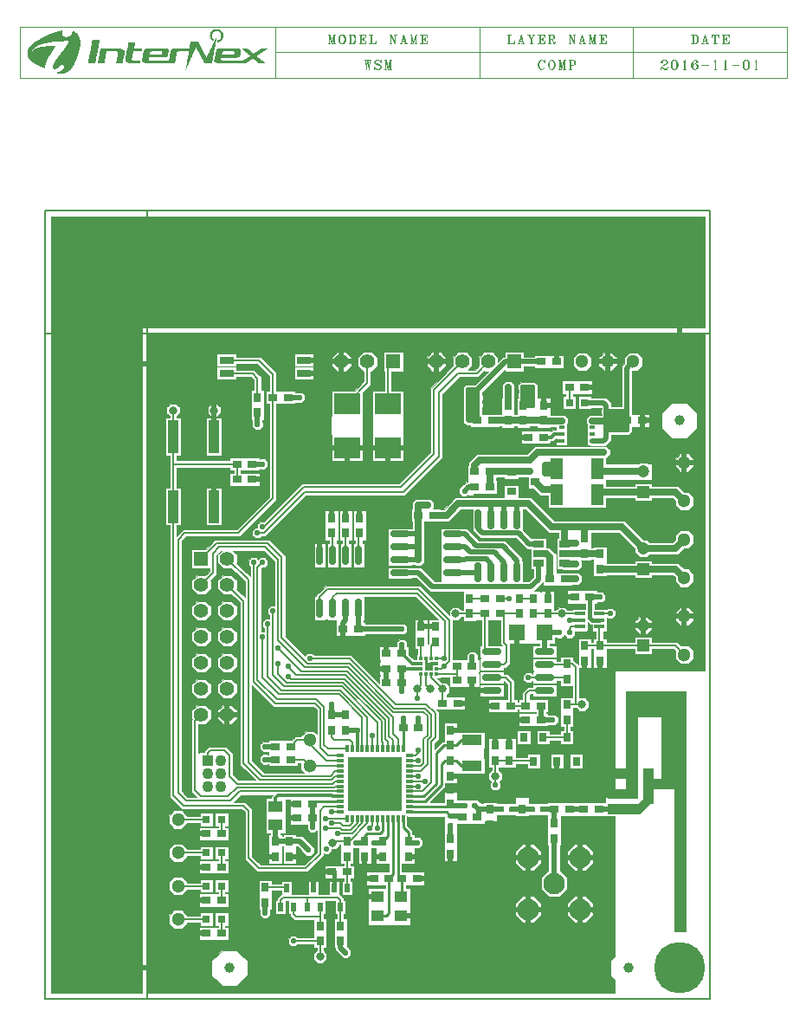
<source format=gbr>
%MOMM*%
%FSLAX33Y33*%
%ADD10C,0.200000*%
%ADD15C,0.100000*%
%ADD18C,1.400000*%
%ADD71R,1.200000X1.200000*%
%ADD20C,1.200000*%
%ADD138C,1.300000*%
%ADD142C,0.500000*%
%ADD143C,0.300000*%
%ADD144C,0.400000*%
%ADD145C,0.250000*%
%ADD146C,0.700000*%
%ADD147C,0.530000*%
%ADD148C,0.550000*%
%ADD149C,5.000000*%
%ADD150R,1.100000X1.100000*%
%ADD151C,1.100000*%
%ADD152R,1.400000X1.400000*%
%ADD153C,2.100000*%
%ADD154R,0.900000X0.800000*%
%ADD155R,0.800000X0.800000*%
%ADD156R,1.000000X3.200000*%
%ADD157C,0.800000*%
%ADD158R,1.397000X0.762000*%
%ADD159R,0.800000X0.900000*%
%ADD160R,0.508000X0.889000*%
%ADD161R,1.450000X1.100000*%
%ADD162C,0.635000*%
%ADD163R,1.300000X1.050000*%
%ADD164R,0.800000X0.300000*%
%ADD165R,0.300000X0.800000*%
%ADD166R,5.250000X5.250000*%
%ADD167R,2.540000X2.006600*%
%ADD168R,1.900000X1.100000*%
%ADD169R,0.350000X0.350000*%
%ADD170R,0.787400X0.889000*%
%ADD171R,1.498600X1.600200*%
%ADD172R,1.016000X0.711200*%
%ADD173R,0.889000X0.787400*%
%ADD174R,1.300000X2.000000*%
%ADD175R,1.650000X2.400000*%
%ADD176R,0.600000X0.325000*%
%ADD177R,0.990600X0.406400*%
%ADD178C,1.000000*%
G90*G71*G01*D02*G54D10*X000000Y000000D02*X065000Y000000D01*X065000Y077000D01*
X000000Y077000D01*X000000Y000000D01*X065000Y065000D02*X010000Y065000D01*
X010000Y000000D01*X010000Y065000D02*X010000Y077000D01*X010000Y065000D02*
X000000Y065000D01*X012500Y048100D02*X012500Y019875D01*X013500Y018875D02*
X012500Y019875D01*X012500Y048100D02*X012500Y052250D01*X012500Y057500D02*
X012500Y054900D01*X012500Y052250D02*X012500Y054900D01*X013000Y020125D02*
X013000Y044875D01*X013625Y045500D02*X013000Y044875D01*X014625Y027135D02*
X014625Y020375D01*X015250Y019750D02*X014625Y020375D01*X015865Y023290D02*
X015865Y024000D01*X016115Y024250D02*X015865Y024000D01*X017250Y007750D02*
X017250Y006375D01*X017250Y009625D02*X017250Y011000D01*X017250Y014250D02*
X017250Y012875D01*X017250Y016125D02*X017250Y017500D01*X016375Y041585D02*
X016375Y043500D01*X017000Y044125D02*X016375Y043500D01*X018000Y023750D02*
X018000Y021750D01*X018750Y021000D02*X018000Y021750D01*X018750Y052250D02*
X018750Y050750D01*X019875Y018375D02*X019875Y013750D01*X020875Y012750D02*
X019875Y013750D01*X019875Y040915D02*X019875Y023125D01*X021250Y021750D02*
X019875Y023125D01*X019375Y038875D02*X019375Y023000D01*X021000Y021375D02*
X019375Y023000D01*X020750Y058750D02*X020750Y060625D01*X020260Y061115D02*
X020750Y060625D01*X021750Y036625D02*X021750Y031500D01*X023125Y030125D02*
X021750Y031500D01*X020750Y042125D02*X020750Y031125D01*X022625Y029250D02*
X020750Y031125D01*X020375Y042625D02*X020375Y031000D01*X022500Y028875D02*
X020375Y031000D01*X021250Y035375D02*X021250Y031375D01*X022875Y029750D02*
X021250Y031375D01*X022250Y048875D02*X022250Y058750D01*X022250Y061010D02*
X022250Y058750D01*X022975Y008925D02*X022975Y009625D01*X023225Y009875D02*
X022975Y009625D01*X022750Y042875D02*X022750Y035000D01*X025375Y032375D02*
X022750Y035000D01*X023125Y043125D02*X023125Y035250D01*X025625Y032750D02*
X023125Y035250D01*X022750Y032750D02*X022750Y031750D01*X023625Y030875D02*
X022750Y031750D01*X022250Y037875D02*X022250Y031625D01*X023375Y030500D02*
X022250Y031625D01*X023750Y032500D02*X023750Y032375D01*X024500Y031625D02*
X023750Y032375D01*X023625Y010825D02*X023625Y010875D01*X024275Y008925D02*
X024275Y008250D01*X024525Y008000D02*X024275Y008250D01*X025600Y008925D02*
X025600Y009875D01*X025875Y025250D02*X025875Y024875D01*X027500Y023250D02*
X025875Y024875D01*X026875Y004125D02*X026875Y005625D01*X026875Y014125D02*
X026875Y018375D01*X027250Y018750D02*X026875Y018375D01*X026900Y008000D02*
X026900Y008925D01*X026900Y007125D02*X026900Y008000D01*X027250Y028500D02*
X027250Y024775D01*X027625Y024400D02*X027250Y024775D01*X026875Y028375D02*
X026875Y024500D01*X027625Y023750D02*X026875Y024500D01*X026845Y038168D02*
X026845Y039250D01*X027595Y040000D02*X026845Y039250D01*X028125Y015250D02*
X028125Y015375D01*X028000Y026250D02*X028000Y025500D01*X028250Y025250D02*
X028000Y025500D01*X028115Y043333D02*X028115Y045500D01*X028875Y009625D02*
X028875Y008925D01*X028875Y007125D02*X028875Y008925D01*X028115Y038168D02*
X028115Y039250D01*X028490Y039625D02*X028115Y039250D01*X030000Y017600D02*
X030000Y017125D01*X029750Y016875D02*X030000Y017125D01*X030500Y017125D02*
X030500Y017600D01*X030000Y025000D02*X030000Y024400D01*X030655Y045500D02*
X030655Y043333D01*X029375Y043333D02*X029375Y045500D01*X029500Y012375D02*
X029500Y010825D01*X029500Y013875D02*X029500Y012375D01*X031500Y060174D02*
X031500Y062250D01*X031500Y017600D02*X031500Y017125D01*X029750Y015375D02*
X031500Y017125D01*X031000Y017600D02*X031000Y017125D01*X030000Y016125D02*
X031000Y017125D01*X032000Y017600D02*X032000Y016875D01*X031750Y016625D02*
X032000Y016875D01*X031500Y027500D02*X031500Y024400D01*X032000Y024400D02*
X032000Y025750D01*X031000Y027500D02*X031000Y024400D01*X033500Y062250D02*
X033500Y058174D01*X033625Y027375D02*X033625Y025625D01*X034000Y025250D02*
X033625Y025625D01*X033500Y025125D02*X033500Y024400D01*X033250Y027250D02*
X033250Y025375D01*X033500Y025125D02*X033250Y025375D01*X032500Y016625D02*
X032500Y017600D01*X033000Y025000D02*X033000Y024400D01*X032875Y027125D02*
X032875Y025125D01*X033000Y025000D02*X032875Y025125D01*X032500Y027000D02*
X032500Y024400D01*X034000Y025250D02*X034000Y024400D01*X034500Y025375D02*
X034500Y024400D01*X034000Y027500D02*X034000Y025875D01*X034500Y025375D02*
X034000Y025875D01*X036500Y024000D02*X036500Y024250D01*X036750Y034875D02*
X036750Y033250D01*X036375Y029375D02*X036375Y030250D01*X036750Y030625D02*
X036750Y031750D01*X037750Y025125D02*X037750Y021125D01*X036875Y020250D02*
X037750Y021125D01*X038125Y027875D02*X038125Y025500D01*X037750Y025125D02*
X038125Y025500D01*X037750Y031375D02*X037750Y031750D01*X037750Y034500D02*
X037750Y033250D01*X037000Y025375D02*X037000Y023000D01*X036750Y022750D02*
X037000Y023000D01*X037375Y027625D02*X037375Y025750D01*X037000Y025375D02*
X037375Y025750D01*X037375Y025250D02*X037375Y022875D01*X036750Y022250D02*
X037375Y022875D01*X037750Y027750D02*X037750Y025625D01*X037375Y025250D02*
X037750Y025625D01*X038000Y059460D02*X038000Y053250D01*X034750Y050000D02*
X038000Y053250D01*X037250Y030625D02*X037250Y031750D01*X038875Y028875D02*
X038875Y030250D01*X038500Y059250D02*X038500Y053000D01*X035000Y049500D02*
X038500Y053000D01*X039500Y037000D02*X039500Y033000D01*X038750Y032250D02*
X039500Y033000D01*X039125Y036875D02*X039125Y033250D01*X040250Y031750D02*
X040250Y031125D01*X040250Y032500D02*X040250Y031750D01*X044000Y020875D02*
X044000Y021750D01*X044000Y021750D02*X044000Y023250D01*X043000Y037625D02*
X043000Y033905D01*X045500Y028625D02*X045500Y030865D01*X045000Y031365D02*
X045500Y030865D01*X045125Y034500D02*X045125Y032885D01*X044875Y032635D02*
X045125Y032885D01*X044875Y037625D02*X044875Y034750D01*X045125Y034500D02*
X044875Y034750D01*X047000Y029750D02*X047000Y028625D01*X047750Y023250D02*
X047750Y023200D01*X051250Y036125D02*X051250Y035750D01*X050500Y037650D02*
X050500Y037625D01*X051250Y059750D02*X051250Y058250D01*X051000Y025550D02*
X051000Y027250D01*X051000Y032750D02*X051000Y032635D01*X051875Y028750D02*
X051875Y032375D01*X051500Y032750D02*X051875Y032375D01*X051000Y031250D02*
X051000Y031365D01*X054200Y034500D02*X054200Y036350D01*X024250Y005625D02*
X026875Y005625D01*X026875Y007125D02*X026900Y007125D01*X013000Y007750D02*
X015750Y007750D01*X024525Y008000D02*X026900Y008000D01*X025600Y009875D02*
X028625Y009875D01*X028875Y009625D02*X028625Y009875D01*X023225Y009875D02*
X025600Y009875D01*X013000Y011000D02*X015750Y011000D01*X023625Y010875D02*
X021500Y010875D01*X029500Y010825D02*X029525Y010825D01*X020875Y012750D02*
X025500Y012750D01*X026875Y014125D02*X025500Y012750D01*X015750Y014250D02*
X013000Y014250D01*X028125Y015375D02*X029500Y015375D01*X029750Y015375D02*
X029500Y015375D01*X030000Y016125D02*X028625Y016125D01*X028875Y017125D02*
X028000Y017125D01*X029750Y016875D02*X029125Y016875D01*X028875Y017125D02*
X029125Y016875D01*X013000Y017500D02*X015750Y017500D01*X029000Y016500D02*
X029875Y016500D01*X030500Y017125D02*X029875Y016500D01*X027375Y016625D02*
X028875Y016625D01*X029000Y016500D02*X028875Y016625D01*X027375Y017600D02*
X029500Y017600D01*X028000Y018250D02*X028850Y018250D01*X027250Y018750D02*
X028850Y018750D01*X013500Y018875D02*X019375Y018875D01*X019875Y018375D02*
X019375Y018875D01*X028375Y020750D02*X028850Y020750D01*X018750Y020625D02*
X028250Y020625D01*X028375Y020750D02*X028250Y020625D01*X015250Y019750D02*
X017875Y019750D01*X018750Y020625D02*X017875Y019750D01*X036875Y020250D02*
X035650Y020250D01*X018125Y019375D02*X013750Y019375D01*X013000Y020125D02*
X013750Y019375D01*X028850Y020250D02*X019000Y020250D01*X018125Y019375D02*
X019000Y020250D01*X036500Y020750D02*X035650Y020750D01*X035650Y021750D02*
X036500Y021750D01*X035650Y021250D02*X037125Y021250D01*X028375Y021250D02*
X028850Y021250D01*X018750Y021000D02*X028125Y021000D01*X028375Y021250D02*
X028125Y021000D01*X036750Y022250D02*X035650Y022250D01*X028375Y022250D02*
X028850Y022250D01*X021250Y021750D02*X027875Y021750D01*X028375Y022250D02*
X027875Y021750D01*X028375Y021750D02*X028850Y021750D01*X021000Y021375D02*
X028000Y021375D01*X028375Y021750D02*X028000Y021375D01*X035650Y023250D02*
X036500Y023250D01*X035650Y023750D02*X036250Y023750D01*X036500Y024000D02*
X036250Y023750D01*X045375Y023250D02*X047750Y023250D01*X044000Y023250D02*
X045375Y023250D01*X036750Y022750D02*X035650Y022750D01*X027625Y023750D02*
X028850Y023750D01*X024000Y023375D02*X025250Y023375D01*X025875Y022750D02*
X025250Y023375D01*X025875Y022750D02*X028850Y022750D01*X027500Y023250D02*
X028850Y023250D01*X016115Y024250D02*X017500Y024250D01*X018000Y023750D02*
X017500Y024250D01*X028250Y025250D02*X029750Y025250D01*X030000Y025000D02*
X029750Y025250D01*X027625Y024400D02*X029500Y024400D01*X024625Y025250D02*
X025875Y025250D01*X048700Y025550D02*X051000Y025550D01*X034000Y028000D02*
X037000Y028000D01*X037375Y027625D02*X037000Y028000D01*X034125Y028375D02*
X037125Y028375D01*X037750Y027750D02*X037125Y028375D01*X034250Y028750D02*
X037250Y028750D01*X038125Y027875D02*X037250Y028750D01*X052500Y028750D02*
X051875Y028750D01*X051875Y028750D02*X051000Y028750D01*X047000Y028625D02*
X045500Y028625D01*X022625Y029250D02*X026500Y029250D01*X027250Y028500D02*
X026500Y029250D01*X022500Y028875D02*X026375Y028875D01*X026875Y028375D02*
X026375Y028875D01*X022875Y029750D02*X028750Y029750D01*X031000Y027500D02*
X028750Y029750D01*X024000Y031250D02*X029250Y031250D01*X033250Y027250D02*
X029250Y031250D01*X047250Y031365D02*X048833Y031365D01*X051000Y031365D02*
X048833Y031365D01*X048833Y030095D02*X047345Y030095D01*X047000Y029750D02*
X047345Y030095D01*X045000Y031365D02*X043668Y031365D01*X023125Y030125D02*
X028875Y030125D01*X031500Y027500D02*X028875Y030125D01*X023625Y030875D02*
X029125Y030875D01*X032875Y027125D02*X029125Y030875D01*X023375Y030500D02*
X029000Y030500D01*X032500Y027000D02*X029000Y030500D01*X024500Y031625D02*
X029375Y031625D01*X033625Y027375D02*X029375Y031625D01*X025000Y032000D02*
X029500Y032000D01*X034000Y027500D02*X029500Y032000D01*X051000Y032635D02*
X048833Y032635D01*X051500Y032750D02*X051000Y032750D01*X044875Y032635D02*
X043668Y032635D01*X025375Y032375D02*X029625Y032375D01*X034000Y028000D02*
X029625Y032375D01*X025625Y032750D02*X029750Y032750D01*X034125Y028375D02*
X029750Y032750D01*X038750Y032250D02*X038250Y032250D01*X040250Y031750D02*
X038250Y031750D01*X025875Y033250D02*X029750Y033250D01*X034250Y028750D02*
X029750Y033250D01*X043000Y033905D02*X043668Y033905D01*X039125Y033250D02*
X039000Y033250D01*X039000Y033250D02*X038250Y033250D01*X058500Y034500D02*
X054250Y034500D01*X061625Y034500D02*X058500Y034500D01*X052750Y034500D02*
X054250Y034500D01*X054250Y034500D02*X054200Y034500D01*X052300Y036350D02*
X051475Y036350D01*X051250Y036125D02*X051475Y036350D01*X052300Y037650D02*
X050500Y037650D01*X047750Y037625D02*X049125Y037625D01*X050500Y037625D02*
X049125Y037625D01*X041500Y037625D02*X043000Y037625D01*X040125Y037625D02*
X041500Y037625D01*X046375Y037625D02*X044500Y037625D01*X044500Y037625D02*
X044875Y037625D01*X054200Y037650D02*X055250Y037650D01*X043000Y039125D02*
X041500Y039125D01*X044500Y039125D02*X045375Y039125D01*X047750Y039125D02*
X046375Y039125D01*X027595Y040000D02*X036500Y040000D01*X039500Y037000D02*
X036500Y040000D01*X028490Y039625D02*X036375Y039625D01*X039125Y036875D02*
X036375Y039625D01*X029385Y043333D02*X029375Y043333D01*X017000Y044125D02*
X021500Y044125D01*X022750Y042875D02*X021500Y044125D01*X016750Y044500D02*
X021750Y044500D01*X023125Y043125D02*X021750Y044500D01*X013625Y045500D02*
X018875Y045500D01*X022250Y048875D02*X018875Y045500D01*X030750Y045500D02*
X030655Y045500D01*X028115Y045500D02*X028000Y045500D01*X021375Y046125D02*
X021250Y046125D01*X021375Y045500D02*X020750Y045500D01*X034750Y050000D02*
X025250Y050000D01*X021375Y046125D02*X025250Y050000D01*X035000Y049500D02*
X025375Y049500D01*X021375Y045500D02*X025375Y049500D01*X012500Y052250D02*
X018750Y052250D01*X020260Y061115D02*X017725Y061115D01*X042205Y061125D02*
X040375Y061125D01*X038500Y059250D02*X040375Y061125D01*X034040Y062250D02*
X033500Y062250D01*X017725Y062385D02*X020875Y062385D01*X022250Y061010D02*
X020875Y062385D01*X015250Y027760D02*X014625Y027135D01*X024000Y024625D02*
X024625Y025250D01*X022750Y034250D02*X025000Y032000D01*X023750Y031500D02*
X024000Y031250D01*X039000Y032500D02*X038750Y032250D01*X038125Y034875D02*
X037750Y034500D01*X037625Y030250D02*X037250Y030625D01*X036375Y030250D02*
X036750Y030625D01*X038875Y030250D02*X037750Y031375D01*X062500Y033625D02*
X061625Y034500D01*X015250Y040460D02*X016375Y041585D01*X017790Y040460D02*
X019375Y038875D01*X015250Y043000D02*X016750Y044500D01*X017790Y043000D02*
X019875Y040915D01*X021250Y042625D02*X020750Y042125D01*X029500Y058174D02*
X031500Y060174D01*X040790Y062250D02*X038000Y059460D01*X043330Y062250D02*
X042205Y061125D01*D02*G54D15*X000550Y000550D02*X009450Y000550D01*
X009450Y000550D02*X009450Y065550D01*X009450Y065550D02*X064450Y065550D01*
X064450Y065550D02*X064450Y076450D01*X064450Y076450D02*X000550Y076450D01*
X000550Y076450D02*X000550Y000550D01*X043350Y034473D02*X044657Y034473D01*
X044657Y034473D02*X044525Y034605D01*X044525Y034605D02*X044525Y036950D01*
X044525Y036950D02*X043350Y036950D01*X043350Y036950D02*X043350Y034473D01*
X037175Y032175D02*X037825Y032175D01*X037825Y032175D02*X037825Y032825D01*
X037825Y032825D02*X037175Y032825D01*X037175Y032825D02*X037175Y032175D01*
X020225Y023270D02*X021395Y022100D01*X021395Y022100D02*X025252Y022100D01*
X025252Y022100D02*X024975Y022377D01*X024975Y022377D02*X024975Y023025D01*
X024975Y023025D02*X024700Y023025D01*X024700Y023025D02*X024700Y022725D01*
X024700Y022725D02*X021800Y022725D01*X021800Y022725D02*X021800Y022875D01*
X021800Y022875D02*X021743Y022875D01*X021743Y022875D02*X021718Y022850D01*
X021718Y022850D02*X021283Y022850D01*X021283Y022850D02*X020975Y023158D01*
X020975Y023158D02*X020975Y023593D01*X020975Y023593D02*X021283Y023900D01*
X021283Y023900D02*X021718Y023900D01*X021718Y023900D02*X021743Y023875D01*
X021743Y023875D02*X021800Y023875D01*X021800Y023875D02*X021800Y024125D01*
X021800Y024125D02*X021743Y024125D01*X021743Y024125D02*X021718Y024100D01*
X021718Y024100D02*X021283Y024100D01*X021283Y024100D02*X020975Y024408D01*
X020975Y024408D02*X020975Y024843D01*X020975Y024843D02*X021283Y025150D01*
X021283Y025150D02*X021718Y025150D01*X021718Y025150D02*X021743Y025125D01*
X021743Y025125D02*X021800Y025125D01*X021800Y025125D02*X021800Y025275D01*
X021800Y025275D02*X022800Y025275D01*X022800Y025275D02*X022800Y025275D01*
X022800Y025275D02*X023700Y025275D01*X023700Y025275D02*X023700Y025275D01*
X023700Y025275D02*X024155Y025275D01*X024155Y025275D02*X024480Y025600D01*
X024480Y025600D02*X024975Y025600D01*X024975Y025600D02*X024975Y025623D01*
X024975Y025623D02*X025502Y026150D01*X025502Y026150D02*X026248Y026150D01*
X026248Y026150D02*X026525Y025873D01*X026525Y025873D02*X026525Y028230D01*
X026525Y028230D02*X026230Y028525D01*X026230Y028525D02*X022355Y028525D01*
X022355Y028525D02*X020225Y030655D01*X020225Y030655D02*X020225Y023270D01*
X018470Y019225D02*X019520Y019225D01*X019520Y019225D02*X020225Y018520D01*
X020225Y018520D02*X020225Y013895D01*X020225Y013895D02*X021020Y013100D01*
X021020Y013100D02*X025355Y013100D01*X025355Y013100D02*X026525Y014270D01*
X026525Y014270D02*X026525Y016407D01*X026525Y016407D02*X026343Y016225D01*
X026343Y016225D02*X025908Y016225D01*X025908Y016225D02*X025600Y016533D01*
X025600Y016533D02*X025600Y016968D01*X025600Y016968D02*X025607Y016975D01*
X025607Y016975D02*X023925Y016975D01*X023925Y016975D02*X023925Y018275D01*
X023925Y018275D02*X023950Y018275D01*X023950Y018275D02*X023950Y018350D01*
X023950Y018350D02*X023925Y018350D01*X023925Y018350D02*X023925Y019475D01*
X023925Y019475D02*X023475Y019475D01*X023475Y019475D02*X023475Y018400D01*
X023475Y018400D02*X023475Y018400D01*X023475Y018400D02*X023475Y017350D01*
X023475Y017350D02*X023475Y017350D01*X023475Y017350D02*X023475Y016150D01*
X023475Y016150D02*X023000Y016150D01*X023000Y016150D02*X023000Y016075D01*
X023000Y016075D02*X023150Y016075D01*X023150Y016075D02*X023150Y015875D01*
X023150Y015875D02*X023225Y015875D01*X023225Y015875D02*X023225Y016075D01*
X023225Y016075D02*X024525Y016075D01*X024525Y016075D02*X024525Y015875D01*
X024525Y015875D02*X025082Y015875D01*X025082Y015875D02*X025932Y015025D01*
X025932Y015025D02*X025968Y015025D01*X025968Y015025D02*X026275Y014718D01*
X026275Y014718D02*X026275Y014283D01*X026275Y014283D02*X025968Y013975D01*
X025968Y013975D02*X025533Y013975D01*X025533Y013975D02*X025225Y014283D01*
X025225Y014283D02*X025225Y014318D01*X025225Y014318D02*X024668Y014875D01*
X024668Y014875D02*X024525Y014875D01*X024525Y014875D02*X024525Y014175D01*
X024525Y014175D02*X024525Y014175D01*X024525Y014175D02*X024525Y013175D01*
X024525Y013175D02*X023225Y013175D01*X023225Y013175D02*X023225Y014875D01*
X023225Y014875D02*X023150Y014875D01*X023150Y014875D02*X023150Y014175D01*
X023150Y014175D02*X023150Y014175D01*X023150Y014175D02*X023150Y013175D01*
X023150Y013175D02*X021850Y013175D01*X021850Y013175D02*X021850Y016075D01*
X021850Y016075D02*X022000Y016075D01*X022000Y016075D02*X022000Y016150D01*
X022000Y016150D02*X021525Y016150D01*X021525Y016150D02*X021525Y019600D01*
X021525Y019600D02*X022100Y019600D01*X022100Y019600D02*X022100Y019791D01*
X022100Y019791D02*X022209Y019900D01*X022209Y019900D02*X019145Y019900D01*
X019145Y019900D02*X018470Y019225D01*X018359Y043775D02*X018740Y043394D01*
X018740Y043394D02*X018740Y042607D01*X018740Y042607D02*X018709Y042576D01*
X018709Y042576D02*X020025Y041260D01*X020025Y041260D02*X020025Y042233D01*
X020025Y042233D02*X019850Y042408D01*X019850Y042408D02*X019850Y042843D01*
X019850Y042843D02*X020158Y043150D01*X020158Y043150D02*X020593Y043150D01*
X020593Y043150D02*X020813Y042930D01*X020813Y042930D02*X021033Y043150D01*
X021033Y043150D02*X021468Y043150D01*X021468Y043150D02*X021775Y042843D01*
X021775Y042843D02*X021775Y042408D01*X021775Y042408D02*X021468Y042100D01*
X021468Y042100D02*X021220Y042100D01*X021220Y042100D02*X021100Y041980D01*
X021100Y041980D02*X021100Y035900D01*X021100Y035900D02*X021400Y035900D01*
X021400Y035900D02*X021400Y036233D01*X021400Y036233D02*X021225Y036408D01*
X021225Y036408D02*X021225Y036843D01*X021225Y036843D02*X021533Y037150D01*
X021533Y037150D02*X021900Y037150D01*X021900Y037150D02*X021900Y037483D01*
X021900Y037483D02*X021725Y037658D01*X021725Y037658D02*X021725Y038093D01*
X021725Y038093D02*X022033Y038400D01*X022033Y038400D02*X022400Y038400D01*
X022400Y038400D02*X022400Y042730D01*X022400Y042730D02*X021355Y043775D01*
X021355Y043775D02*X018359Y043775D01*X010050Y000550D02*X055700Y000550D01*
X055700Y000550D02*X055700Y001847D01*X055700Y001847D02*X055250Y002297D01*
X055250Y002297D02*X055250Y003704D01*X055250Y003704D02*X055700Y004154D01*
X055700Y004154D02*X055700Y017800D01*X055700Y017800D02*X054725Y017800D01*
X054725Y017800D02*X054725Y017850D01*X054725Y017850D02*X050400Y017850D01*
X050400Y017850D02*X050400Y016825D01*X050400Y016825D02*X050400Y016825D01*
X050400Y016825D02*X050400Y015925D01*X050400Y015925D02*X050400Y015925D01*
X050400Y015925D02*X050400Y014925D01*X050400Y014925D02*X050350Y014925D01*
X050350Y014925D02*X050350Y012488D01*X050350Y012488D02*X051050Y011789D01*
X051050Y011789D02*X051050Y010712D01*X051050Y010712D02*X050289Y009950D01*
X050289Y009950D02*X049212Y009950D01*X049212Y009950D02*X048450Y010712D01*
X048450Y010712D02*X048450Y011789D01*X048450Y011789D02*X049150Y012488D01*
X049150Y012488D02*X049150Y014925D01*X049150Y014925D02*X049100Y014925D01*
X049100Y014925D02*X049100Y017850D01*X049100Y017850D02*X049050Y017850D01*
X049050Y017850D02*X049050Y017900D01*X049050Y017900D02*X048376Y017900D01*
X048376Y017900D02*X048376Y017900D01*X048376Y017900D02*X047874Y017900D01*
X047874Y017900D02*X047874Y017900D01*X047874Y017900D02*X047275Y017900D01*
X047275Y017900D02*X047275Y017800D01*X047275Y017800D02*X045975Y017800D01*
X045975Y017800D02*X045975Y017900D01*X045975Y017900D02*X045376Y017900D01*
X045376Y017900D02*X045376Y017900D01*X045376Y017900D02*X044874Y017900D01*
X044874Y017900D02*X044874Y017900D01*X044874Y017900D02*X044150Y017900D01*
X044150Y017900D02*X044150Y017300D01*X044150Y017300D02*X042950Y017300D01*
X042950Y017300D02*X042950Y017100D01*X042950Y017100D02*X040280Y017100D01*
X040280Y017100D02*X040280Y016110D01*X040280Y016110D02*X040275Y016110D01*
X040275Y016110D02*X040275Y015325D01*X040275Y015325D02*X040275Y015325D01*
X040275Y015325D02*X040275Y014425D01*X040275Y014425D02*X040275Y014425D01*
X040275Y014425D02*X040275Y013425D01*X040275Y013425D02*X038975Y013425D01*
X038975Y013425D02*X038975Y016325D01*X038975Y016325D02*X038980Y016325D01*
X038980Y016325D02*X038980Y017790D01*X038980Y017790D02*X035459Y017790D01*
X035459Y017790D02*X035400Y017849D01*X035400Y017849D02*X035400Y016950D01*
X035400Y016950D02*X035375Y016950D01*X035375Y016950D02*X035375Y016905D01*
X035375Y016905D02*X035875Y016405D01*X035875Y016405D02*X035875Y016075D01*
X035875Y016075D02*X036150Y016075D01*X036150Y016075D02*X036150Y015768D01*
X036150Y015768D02*X036158Y015775D01*X036158Y015775D02*X036593Y015775D01*
X036593Y015775D02*X036900Y015468D01*X036900Y015468D02*X036900Y015033D01*
X036900Y015033D02*X036593Y014725D01*X036593Y014725D02*X036158Y014725D01*
X036158Y014725D02*X036150Y014732D01*X036150Y014732D02*X036150Y014175D01*
X036150Y014175D02*X036150Y014175D01*X036150Y014175D02*X036150Y013175D01*
X036150Y013175D02*X034875Y013175D01*X034875Y013175D02*X034875Y012400D01*
X034875Y012400D02*X035175Y012400D01*X035175Y012400D02*X035175Y012400D01*
X035175Y012400D02*X036075Y012400D01*X036075Y012400D02*X036075Y012400D01*
X036075Y012400D02*X037075Y012400D01*X037075Y012400D02*X037075Y011100D01*
X037075Y011100D02*X035250Y011100D01*X035250Y011100D02*X035250Y010800D01*
X035250Y010800D02*X035675Y010800D01*X035675Y010800D02*X035675Y007200D01*
X035675Y007200D02*X031575Y007200D01*X031575Y007200D02*X031575Y010800D01*
X031575Y010800D02*X033250Y010800D01*X033250Y010800D02*X033250Y011100D01*
X033250Y011100D02*X031425Y011100D01*X031425Y011100D02*X031425Y012400D01*
X031425Y012400D02*X032425Y012400D01*X032425Y012400D02*X032425Y012400D01*
X032425Y012400D02*X033325Y012400D01*X033325Y012400D02*X033325Y012400D01*
X033325Y012400D02*X033625Y012400D01*X033625Y012400D02*X033625Y013175D01*
X033625Y013175D02*X032350Y013175D01*X032350Y013175D02*X032350Y014732D01*
X032350Y014732D02*X032343Y014725D01*X032343Y014725D02*X031908Y014725D01*
X031908Y014725D02*X031900Y014732D01*X031900Y014732D02*X031900Y014175D01*
X031900Y014175D02*X031900Y014175D01*X031900Y014175D02*X031900Y013175D01*
X031900Y013175D02*X030600Y013175D01*X030600Y013175D02*X030600Y014732D01*
X030600Y014732D02*X030593Y014725D01*X030593Y014725D02*X030158Y014725D01*
X030158Y014725D02*X030150Y014732D01*X030150Y014732D02*X030150Y014175D01*
X030150Y014175D02*X030150Y014175D01*X030150Y014175D02*X030150Y013175D01*
X030150Y013175D02*X029850Y013175D01*X029850Y013175D02*X029850Y013025D01*
X029850Y013025D02*X030200Y013025D01*X030200Y013025D02*X030200Y011725D01*
X030200Y011725D02*X029850Y011725D01*X029850Y011725D02*X029850Y011520D01*
X029850Y011520D02*X030029Y011520D01*X030029Y011520D02*X030029Y010131D01*
X030029Y010131D02*X029021Y010131D01*X029021Y010131D02*X029021Y011520D01*
X029021Y011520D02*X029150Y011520D01*X029150Y011520D02*X029150Y011725D01*
X029150Y011725D02*X027300Y011725D01*X027300Y011725D02*X027300Y013025D01*
X027300Y013025D02*X028300Y013025D01*X028300Y013025D02*X028300Y013025D01*
X028300Y013025D02*X029150Y013025D01*X029150Y013025D02*X029150Y013175D01*
X029150Y013175D02*X028850Y013175D01*X028850Y013175D02*X028850Y015025D01*
X028850Y015025D02*X028775Y015025D01*X028775Y015025D02*X028775Y014981D01*
X028775Y014981D02*X028394Y014600D01*X028394Y014600D02*X028025Y014600D01*
X028025Y014600D02*X028025Y014408D01*X028025Y014408D02*X027718Y014100D01*
X027718Y014100D02*X027283Y014100D01*X027283Y014100D02*X027225Y014157D01*
X027225Y014157D02*X027225Y013980D01*X027225Y013980D02*X025645Y012400D01*
X025645Y012400D02*X020730Y012400D01*X020730Y012400D02*X019525Y013605D01*
X019525Y013605D02*X019525Y018230D01*X019525Y018230D02*X019230Y018525D01*
X019230Y018525D02*X013355Y018525D01*X013355Y018525D02*X012150Y019730D01*
X012150Y019730D02*X012150Y046250D01*X012150Y046250D02*X011750Y046250D01*
X011750Y046250D02*X011750Y049950D01*X011750Y049950D02*X012150Y049950D01*
X012150Y049950D02*X012150Y053050D01*X012150Y053050D02*X011750Y053050D01*
X011750Y053050D02*X011750Y056750D01*X011750Y056750D02*X012150Y056750D01*
X012150Y056750D02*X012150Y056931D01*X012150Y056931D02*X011850Y057231D01*
X011850Y057231D02*X011850Y057769D01*X011850Y057769D02*X012231Y058150D01*
X012231Y058150D02*X012769Y058150D01*X012769Y058150D02*X013150Y057769D01*
X013150Y057769D02*X013150Y057231D01*X013150Y057231D02*X012850Y056931D01*
X012850Y056931D02*X012850Y056750D01*X012850Y056750D02*X013250Y056750D01*
X013250Y056750D02*X013250Y053050D01*X013250Y053050D02*X012850Y053050D01*
X012850Y053050D02*X012850Y052600D01*X012850Y052600D02*X018050Y052600D01*
X018050Y052600D02*X018050Y052900D01*X018050Y052900D02*X019050Y052900D01*
X019050Y052900D02*X019050Y052900D01*X019050Y052900D02*X019950Y052900D01*
X019950Y052900D02*X019950Y052900D01*X019950Y052900D02*X020950Y052900D01*
X020950Y052900D02*X020950Y052750D01*X020950Y052750D02*X021008Y052750D01*
X021008Y052750D02*X021033Y052775D01*X021033Y052775D02*X021468Y052775D01*
X021468Y052775D02*X021775Y052468D01*X021775Y052468D02*X021775Y052033D01*
X021775Y052033D02*X021468Y051725D01*X021468Y051725D02*X021033Y051725D01*
X021033Y051725D02*X021008Y051750D01*X021008Y051750D02*X020950Y051750D01*
X020950Y051750D02*X020950Y051600D01*X020950Y051600D02*X019100Y051600D01*
X019100Y051600D02*X019100Y051400D01*X019100Y051400D02*X019950Y051400D01*
X019950Y051400D02*X019950Y051400D01*X019950Y051400D02*X020950Y051400D01*
X020950Y051400D02*X020950Y050100D01*X020950Y050100D02*X018050Y050100D01*
X018050Y050100D02*X018050Y051400D01*X018050Y051400D02*X018400Y051400D01*
X018400Y051400D02*X018400Y051600D01*X018400Y051600D02*X018050Y051600D01*
X018050Y051600D02*X018050Y051900D01*X018050Y051900D02*X012850Y051900D01*
X012850Y051900D02*X012850Y049950D01*X012850Y049950D02*X013250Y049950D01*
X013250Y049950D02*X013250Y046250D01*X013250Y046250D02*X012850Y046250D01*
X012850Y046250D02*X012850Y045220D01*X012850Y045220D02*X013480Y045850D01*
X013480Y045850D02*X018730Y045850D01*X018730Y045850D02*X021900Y049020D01*
X021900Y049020D02*X021900Y058100D01*X021900Y058100D02*X021550Y058100D01*
X021550Y058100D02*X021550Y059400D01*X021550Y059400D02*X021900Y059400D01*
X021900Y059400D02*X021900Y060865D01*X021900Y060865D02*X020730Y062035D01*
X020730Y062035D02*X018674Y062035D01*X018674Y062035D02*X018674Y061754D01*
X018674Y061754D02*X016777Y061754D01*X016777Y061754D02*X016777Y063016D01*
X016777Y063016D02*X018674Y063016D01*X018674Y063016D02*X018674Y062735D01*
X018674Y062735D02*X021020Y062735D01*X021020Y062735D02*X022600Y061155D01*
X022600Y061155D02*X022600Y059400D01*X022600Y059400D02*X023450Y059400D01*
X023450Y059400D02*X023450Y059400D01*X023450Y059400D02*X024450Y059400D01*
X024450Y059400D02*X024450Y059250D01*X024450Y059250D02*X024633Y059250D01*
X024633Y059250D02*X024658Y059275D01*X024658Y059275D02*X025093Y059275D01*
X025093Y059275D02*X025400Y058968D01*X025400Y058968D02*X025400Y058533D01*
X025400Y058533D02*X025093Y058225D01*X025093Y058225D02*X024658Y058225D01*
X024658Y058225D02*X024633Y058250D01*X024633Y058250D02*X024450Y058250D01*
X024450Y058250D02*X024450Y058100D01*X024450Y058100D02*X022600Y058100D01*
X022600Y058100D02*X022600Y048730D01*X022600Y048730D02*X019020Y045150D01*
X019020Y045150D02*X013770Y045150D01*X013770Y045150D02*X013350Y044730D01*
X013350Y044730D02*X013350Y020270D01*X013350Y020270D02*X013895Y019725D01*
X013895Y019725D02*X014780Y019725D01*X014780Y019725D02*X014275Y020230D01*
X014275Y020230D02*X014275Y027280D01*X014275Y027280D02*X014331Y027336D01*
X014331Y027336D02*X014300Y027367D01*X014300Y027367D02*X014300Y028154D01*
X014300Y028154D02*X014857Y028710D01*X014857Y028710D02*X015644Y028710D01*
X015644Y028710D02*X016200Y028154D01*X016200Y028154D02*X016200Y027367D01*
X016200Y027367D02*X015644Y026810D01*X015644Y026810D02*X014975Y026810D01*
X014975Y026810D02*X014975Y024050D01*X014975Y024050D02*X015065Y024050D01*
X015065Y024050D02*X015065Y024090D01*X015065Y024090D02*X015515Y024090D01*
X015515Y024090D02*X015515Y024145D01*X015515Y024145D02*X015970Y024600D01*
X015970Y024600D02*X017645Y024600D01*X017645Y024600D02*X018350Y023895D01*
X018350Y023895D02*X018350Y021895D01*X018350Y021895D02*X018895Y021350D01*
X018895Y021350D02*X020530Y021350D01*X020530Y021350D02*X019025Y022855D01*
X019025Y022855D02*X019025Y038730D01*X019025Y038730D02*X018214Y039541D01*
X018214Y039541D02*X018184Y039510D01*X018184Y039510D02*X017397Y039510D01*
X017397Y039510D02*X016840Y040067D01*X016840Y040067D02*X016840Y040854D01*
X016840Y040854D02*X017397Y041410D01*X017397Y041410D02*X018184Y041410D01*
X018184Y041410D02*X018740Y040854D01*X018740Y040854D02*X018740Y040067D01*
X018740Y040067D02*X018709Y040036D01*X018709Y040036D02*X019525Y039220D01*
X019525Y039220D02*X019525Y040770D01*X019525Y040770D02*X018214Y042081D01*
X018214Y042081D02*X018184Y042050D01*X018184Y042050D02*X017397Y042050D01*
X017397Y042050D02*X016840Y042607D01*X016840Y042607D02*X016840Y043394D01*
X016840Y043394D02*X017221Y043775D01*X017221Y043775D02*X017145Y043775D01*
X017145Y043775D02*X016725Y043355D01*X016725Y043355D02*X016725Y041440D01*
X016725Y041440D02*X016169Y040884D01*X016169Y040884D02*X016200Y040854D01*
X016200Y040854D02*X016200Y040067D01*X016200Y040067D02*X015644Y039510D01*
X015644Y039510D02*X014857Y039510D01*X014857Y039510D02*X014300Y040067D01*
X014300Y040067D02*X014300Y040854D01*X014300Y040854D02*X014857Y041410D01*
X014857Y041410D02*X015644Y041410D01*X015644Y041410D02*X015674Y041379D01*
X015674Y041379D02*X016025Y041730D01*X016025Y041730D02*X016025Y042050D01*
X016025Y042050D02*X014300Y042050D01*X014300Y042050D02*X014300Y043950D01*
X014300Y043950D02*X015705Y043950D01*X015705Y043950D02*X016605Y044850D01*
X016605Y044850D02*X021895Y044850D01*X021895Y044850D02*X023475Y043270D01*
X023475Y043270D02*X023475Y035395D01*X023475Y035395D02*X025376Y033494D01*
X025376Y033494D02*X025658Y033775D01*X025658Y033775D02*X026093Y033775D01*
X026093Y033775D02*X026268Y033600D01*X026268Y033600D02*X029895Y033600D01*
X029895Y033600D02*X032675Y030820D01*X032675Y030820D02*X032675Y031525D01*
X032675Y031525D02*X032700Y031525D01*X032700Y031525D02*X032700Y031600D01*
X032700Y031600D02*X032675Y031600D01*X032675Y031600D02*X032675Y032900D01*
X032675Y032900D02*X032700Y032900D01*X032700Y032900D02*X032700Y033100D01*
X032700Y033100D02*X032675Y033100D01*X032675Y033100D02*X032675Y034400D01*
X032675Y034400D02*X033675Y034400D01*X033675Y034400D02*X033675Y034400D01*
X033675Y034400D02*X034357Y034400D01*X034357Y034400D02*X034350Y034408D01*
X034350Y034408D02*X034350Y034843D01*X034350Y034843D02*X034658Y035150D01*
X034658Y035150D02*X035093Y035150D01*X035093Y035150D02*X035400Y034843D01*
X035400Y034843D02*X035400Y034408D01*X035400Y034408D02*X035393Y034400D01*
X035393Y034400D02*X035575Y034400D01*X035575Y034400D02*X035575Y033616D01*
X035575Y033616D02*X036041Y033150D01*X036041Y033150D02*X036325Y033150D01*
X036325Y033150D02*X036325Y033675D01*X036325Y033675D02*X036400Y033675D01*
X036400Y033675D02*X036400Y034175D01*X036400Y034175D02*X036100Y034175D01*
X036100Y034175D02*X036100Y037075D01*X036100Y037075D02*X037400Y037075D01*
X037400Y037075D02*X037400Y036075D01*X037400Y036075D02*X037400Y036075D01*
X037400Y036075D02*X037400Y035175D01*X037400Y035175D02*X037400Y035175D01*
X037400Y035175D02*X037400Y034645D01*X037400Y034645D02*X037475Y034720D01*
X037475Y034720D02*X037475Y037075D01*X037475Y037075D02*X038430Y037075D01*
X038430Y037075D02*X036230Y039275D01*X036230Y039275D02*X031223Y039275D01*
X031223Y039275D02*X031223Y037003D01*X031223Y037003D02*X031155Y037003D01*
X031155Y037003D02*X031155Y036775D01*X031155Y036775D02*X031325Y036775D01*
X031325Y036775D02*X031325Y036625D01*X031325Y036625D02*X034633Y036625D01*
X034633Y036625D02*X034658Y036650D01*X034658Y036650D02*X035093Y036650D01*
X035093Y036650D02*X035400Y036343D01*X035400Y036343D02*X035400Y035908D01*
X035400Y035908D02*X035093Y035600D01*X035093Y035600D02*X034658Y035600D01*
X034658Y035600D02*X034633Y035625D01*X034633Y035625D02*X031325Y035625D01*
X031325Y035625D02*X031325Y035475D01*X031325Y035475D02*X028425Y035475D01*
X028425Y035475D02*X028425Y036775D01*X028425Y036775D02*X028450Y036775D01*
X028450Y036775D02*X028450Y037003D01*X028450Y037003D02*X027548Y037003D01*
X027548Y037003D02*X027548Y037050D01*X027548Y037050D02*X027413Y037050D01*
X027413Y037050D02*X027413Y037003D01*X027413Y037003D02*X026278Y037003D01*
X026278Y037003D02*X026278Y039332D01*X026278Y039332D02*X026495Y039332D01*
X026495Y039332D02*X026495Y039395D01*X026495Y039395D02*X027450Y040350D01*
X027450Y040350D02*X036645Y040350D01*X036645Y040350D02*X039475Y037520D01*
X039475Y037520D02*X039475Y037894D01*X039475Y037894D02*X039856Y038275D01*
X039856Y038275D02*X040394Y038275D01*X040394Y038275D02*X040694Y037975D01*
X040694Y037975D02*X040850Y037975D01*X040850Y037975D02*X040850Y039750D01*
X040850Y039750D02*X037638Y039750D01*X037638Y039750D02*X036293Y041095D01*
X036293Y041095D02*X035832Y041095D01*X035832Y041095D02*X035832Y041028D01*
X035832Y041028D02*X033503Y041028D01*X033503Y041028D02*X033503Y042163D01*
X033503Y042163D02*X035832Y042163D01*X035832Y042163D02*X035832Y042095D01*
X035832Y042095D02*X036707Y042095D01*X036707Y042095D02*X038052Y040750D01*
X038052Y040750D02*X038700Y040750D01*X038700Y040750D02*X038700Y041028D01*
X038700Y041028D02*X038668Y041028D01*X038668Y041028D02*X038668Y042163D01*
X038668Y042163D02*X038700Y042163D01*X038700Y042163D02*X038700Y042298D01*
X038700Y042298D02*X038668Y042298D01*X038668Y042298D02*X038668Y043433D01*
X038668Y043433D02*X038700Y043433D01*X038700Y043433D02*X038700Y043568D01*
X038700Y043568D02*X038668Y043568D01*X038668Y043568D02*X038668Y044703D01*
X038668Y044703D02*X038700Y044703D01*X038700Y044703D02*X038700Y044838D01*
X038700Y044838D02*X038668Y044838D01*X038668Y044838D02*X038668Y045973D01*
X038668Y045973D02*X040997Y045973D01*X040997Y045973D02*X040997Y045905D01*
X040997Y045905D02*X041207Y045905D01*X041207Y045905D02*X042362Y044750D01*
X042362Y044750D02*X044957Y044750D01*X044957Y044750D02*X046655Y043052D01*
X046655Y043052D02*X046655Y042832D01*X046655Y042832D02*X046723Y042832D01*
X046723Y042832D02*X046723Y040750D01*X046723Y040750D02*X047293Y040750D01*
X047293Y040750D02*X047705Y041162D01*X047705Y041162D02*X047705Y041944D01*
X047705Y041944D02*X047447Y041944D01*X047447Y041944D02*X047447Y043950D01*
X047447Y043950D02*X047093Y043950D01*X047093Y043950D02*X046043Y045000D01*
X046043Y045000D02*X042543Y045000D01*X042543Y045000D02*X041875Y045668D01*
X041875Y045668D02*X041778Y045668D01*X041778Y045668D02*X041778Y047775D01*
X041778Y047775D02*X040624Y047775D01*X040624Y047775D02*X039499Y046650D01*
X039499Y046650D02*X038700Y046650D01*X038700Y046650D02*X038700Y046600D01*
X038700Y046600D02*X037100Y046600D01*X037100Y046600D02*X037100Y042616D01*
X037100Y042616D02*X036749Y042265D01*X036749Y042265D02*X036251Y042265D01*
X036251Y042265D02*X036151Y042365D01*X036151Y042365D02*X035832Y042365D01*
X035832Y042365D02*X035832Y042298D01*X035832Y042298D02*X033503Y042298D01*
X033503Y042298D02*X033503Y043050D01*X033503Y043050D02*X033500Y043050D01*
X033500Y043050D02*X033500Y045100D01*X033500Y045100D02*X033503Y045100D01*
X033503Y045100D02*X033503Y045973D01*X033503Y045973D02*X035832Y045973D01*
X035832Y045973D02*X035832Y045905D01*X035832Y045905D02*X035900Y045905D01*
X035900Y045905D02*X035900Y046600D01*X035900Y046600D02*X035800Y046600D01*
X035800Y046600D02*X035800Y047900D01*X035800Y047900D02*X035900Y047900D01*
X035900Y047900D02*X035900Y048499D01*X035900Y048499D02*X036251Y048850D01*
X036251Y048850D02*X037624Y048850D01*X037624Y048850D02*X037975Y048499D01*
X037975Y048499D02*X037975Y048001D01*X037975Y048001D02*X037874Y047900D01*
X037874Y047900D02*X038700Y047900D01*X038700Y047900D02*X038700Y047850D01*
X038700Y047850D02*X039001Y047850D01*X039001Y047850D02*X040126Y048975D01*
X040126Y048975D02*X044881Y048975D01*X044881Y048975D02*X044881Y050194D01*
X044881Y050194D02*X046270Y050194D01*X046270Y050194D02*X046270Y048975D01*
X046270Y048975D02*X047499Y048975D01*X047499Y048975D02*X049749Y046725D01*
X049749Y046725D02*X056624Y046725D01*X056624Y046725D02*X058499Y044850D01*
X058499Y044850D02*X058852Y044850D01*X058852Y044850D02*X059102Y044600D01*
X059102Y044600D02*X061376Y044600D01*X061376Y044600D02*X061600Y044824D01*
X061600Y044824D02*X061600Y045248D01*X061600Y045248D02*X062127Y045775D01*
X062127Y045775D02*X062873Y045775D01*X062873Y045775D02*X063400Y045248D01*
X063400Y045248D02*X063400Y044502D01*X063400Y044502D02*X062873Y043975D01*
X062873Y043975D02*X062449Y043975D01*X062449Y043975D02*X061874Y043400D01*
X061874Y043400D02*X059102Y043400D01*X059102Y043400D02*X058852Y043150D01*
X058852Y043150D02*X058148Y043150D01*X058148Y043150D02*X057650Y043648D01*
X057650Y043648D02*X057650Y044001D01*X057650Y044001D02*X056126Y045525D01*
X056126Y045525D02*X053400Y045525D01*X053400Y045525D02*X053400Y044700D01*
X053400Y044700D02*X053400Y044700D01*X053400Y044700D02*X053400Y044100D01*
X053400Y044100D02*X053600Y044100D01*X053600Y044100D02*X053600Y044200D01*
X053600Y044200D02*X054900Y044200D01*X054900Y044200D02*X054900Y043200D01*
X054900Y043200D02*X054900Y043200D01*X054900Y043200D02*X054900Y042600D01*
X054900Y042600D02*X057650Y042600D01*X057650Y042600D02*X057650Y042850D01*
X057650Y042850D02*X059350Y042850D01*X059350Y042850D02*X059350Y042600D01*
X059350Y042600D02*X061874Y042600D01*X061874Y042600D02*X062449Y042025D01*
X062449Y042025D02*X062873Y042025D01*X062873Y042025D02*X063400Y041498D01*
X063400Y041498D02*X063400Y040752D01*X063400Y040752D02*X062873Y040225D01*
X062873Y040225D02*X062127Y040225D01*X062127Y040225D02*X061600Y040752D01*
X061600Y040752D02*X061600Y041176D01*X061600Y041176D02*X061376Y041400D01*
X061376Y041400D02*X059350Y041400D01*X059350Y041400D02*X059350Y041150D01*
X059350Y041150D02*X057650Y041150D01*X057650Y041150D02*X057650Y041400D01*
X057650Y041400D02*X054900Y041400D01*X054900Y041400D02*X054900Y041300D01*
X054900Y041300D02*X053600Y041300D01*X053600Y041300D02*X053600Y042900D01*
X053600Y042900D02*X053400Y042900D01*X053400Y042900D02*X053400Y042800D01*
X053400Y042800D02*X052424Y042800D01*X052424Y042800D02*X052475Y042749D01*
X052475Y042749D02*X052475Y042251D01*X052475Y042251D02*X052124Y041900D01*
X052124Y041900D02*X050546Y041900D01*X050546Y041900D02*X050502Y041944D01*
X050502Y041944D02*X050037Y041944D01*X050037Y041944D02*X050037Y045056D01*
X050037Y045056D02*X050195Y045056D01*X050195Y045056D02*X050195Y045525D01*
X050195Y045525D02*X049251Y045525D01*X049251Y045525D02*X047001Y047775D01*
X047001Y047775D02*X046723Y047775D01*X046723Y047775D02*X046723Y045735D01*
X046723Y045735D02*X047447Y045010D01*X047447Y045010D02*X047447Y045056D01*
X047447Y045056D02*X048963Y045056D01*X048963Y045056D02*X048963Y044100D01*
X048963Y044100D02*X049249Y044100D01*X049249Y044100D02*X049975Y043374D01*
X049975Y043374D02*X049975Y041650D01*X049975Y041650D02*X050575Y041650D01*
X050575Y041650D02*X050575Y041650D01*X050575Y041650D02*X051575Y041650D01*
X051575Y041650D02*X051575Y041600D01*X051575Y041600D02*X052124Y041600D01*
X052124Y041600D02*X052475Y041249D01*X052475Y041249D02*X052475Y040751D01*
X052475Y040751D02*X052124Y040400D01*X052124Y040400D02*X051575Y040400D01*
X051575Y040400D02*X051575Y040350D01*X051575Y040350D02*X048675Y040350D01*
X048675Y040350D02*X048675Y040718D01*X048675Y040718D02*X047782Y039825D01*
X047782Y039825D02*X048400Y039825D01*X048400Y039825D02*X048400Y039800D01*
X048400Y039800D02*X048475Y039800D01*X048475Y039800D02*X048475Y039825D01*
X048475Y039825D02*X049775Y039825D01*X049775Y039825D02*X049775Y038825D01*
X049775Y038825D02*X049775Y038825D01*X049775Y038825D02*X049775Y037975D01*
X049775Y037975D02*X049931Y037975D01*X049931Y037975D02*X050231Y038275D01*
X050231Y038275D02*X050769Y038275D01*X050769Y038275D02*X051044Y038000D01*
X051044Y038000D02*X051555Y038000D01*X051555Y038000D02*X051555Y038103D01*
X051555Y038103D02*X052800Y038103D01*X052800Y038103D02*X052800Y038600D01*
X052800Y038600D02*X051050Y038600D01*X051050Y038600D02*X051050Y039900D01*
X051050Y039900D02*X052050Y039900D01*X052050Y039900D02*X052050Y039900D01*
X052050Y039900D02*X052950Y039900D01*X052950Y039900D02*X052950Y039900D01*
X052950Y039900D02*X053950Y039900D01*X053950Y039900D02*X053950Y039750D01*
X053950Y039750D02*X054008Y039750D01*X054008Y039750D02*X054033Y039775D01*
X054033Y039775D02*X054468Y039775D01*X054468Y039775D02*X054775Y039468D01*
X054775Y039468D02*X054775Y039033D01*X054775Y039033D02*X054468Y038725D01*
X054468Y038725D02*X054033Y038725D01*X054033Y038725D02*X054008Y038750D01*
X054008Y038750D02*X053950Y038750D01*X053950Y038750D02*X053950Y038600D01*
X053950Y038600D02*X053700Y038600D01*X053700Y038600D02*X053700Y038103D01*
X053700Y038103D02*X054945Y038103D01*X054945Y038103D02*X054945Y038088D01*
X054945Y038088D02*X055033Y038175D01*X055033Y038175D02*X055468Y038175D01*
X055468Y038175D02*X055775Y037868D01*X055775Y037868D02*X055775Y037433D01*
X055775Y037433D02*X055468Y037125D01*X055468Y037125D02*X055033Y037125D01*
X055033Y037125D02*X054945Y037212D01*X054945Y037212D02*X054945Y035897D01*
X054945Y035897D02*X054550Y035897D01*X054550Y035897D02*X054550Y035200D01*
X054550Y035200D02*X054900Y035200D01*X054900Y035200D02*X054900Y034850D01*
X054900Y034850D02*X057650Y034850D01*X057650Y034850D02*X057650Y035350D01*
X057650Y035350D02*X059350Y035350D01*X059350Y035350D02*X059350Y034850D01*
X059350Y034850D02*X061770Y034850D01*X061770Y034850D02*X062111Y034509D01*
X062111Y034509D02*X062127Y034525D01*X062127Y034525D02*X062873Y034525D01*
X062873Y034525D02*X063400Y033998D01*X063400Y033998D02*X063400Y033252D01*
X063400Y033252D02*X062873Y032725D01*X062873Y032725D02*X062127Y032725D01*
X062127Y032725D02*X061600Y033252D01*X061600Y033252D02*X061600Y033998D01*
X061600Y033998D02*X061616Y034014D01*X061616Y034014D02*X061480Y034150D01*
X061480Y034150D02*X059350Y034150D01*X059350Y034150D02*X059350Y033650D01*
X059350Y033650D02*X057650Y033650D01*X057650Y033650D02*X057650Y034150D01*
X057650Y034150D02*X054900Y034150D01*X054900Y034150D02*X054900Y033300D01*
X054900Y033300D02*X054900Y033300D01*X054900Y033300D02*X054900Y032300D01*
X054900Y032300D02*X053600Y032300D01*X053600Y032300D02*X053600Y034150D01*
X053600Y034150D02*X053400Y034150D01*X053400Y034150D02*X053400Y033300D01*
X053400Y033300D02*X053400Y033300D01*X053400Y033300D02*X053400Y032300D01*
X053400Y032300D02*X052225Y032300D01*X052225Y032300D02*X052225Y029394D01*
X052225Y029394D02*X052231Y029400D01*X052231Y029400D02*X052769Y029400D01*
X052769Y029400D02*X053150Y029019D01*X053150Y029019D02*X053150Y028481D01*
X053150Y028481D02*X052769Y028100D01*X052769Y028100D02*X052231Y028100D01*
X052231Y028100D02*X051931Y028400D01*X051931Y028400D02*X051650Y028400D01*
X051650Y028400D02*X051650Y027550D01*X051650Y027550D02*X051650Y027550D01*
X051650Y027550D02*X051650Y026550D01*X051650Y026550D02*X051350Y026550D01*
X051350Y026550D02*X051350Y026245D01*X051350Y026245D02*X051644Y026245D01*
X051644Y026245D02*X051644Y024856D01*X051644Y024856D02*X050356Y024856D01*
X050356Y024856D02*X050356Y025200D01*X050356Y025200D02*X049344Y025200D01*
X049344Y025200D02*X049344Y024856D01*X049344Y024856D02*X048056Y024856D01*
X048056Y024856D02*X048056Y026245D01*X048056Y026245D02*X049344Y026245D01*
X049344Y026245D02*X049344Y025900D01*X049344Y025900D02*X050356Y025900D01*
X050356Y025900D02*X050356Y026245D01*X050356Y026245D02*X050650Y026245D01*
X050650Y026245D02*X050650Y026550D01*X050650Y026550D02*X050350Y026550D01*
X050350Y026550D02*X050350Y029450D01*X050350Y029450D02*X051525Y029450D01*
X051525Y029450D02*X051525Y030550D01*X051525Y030550D02*X050350Y030550D01*
X050350Y030550D02*X050350Y031015D01*X050350Y031015D02*X049997Y031015D01*
X049997Y031015D02*X049997Y030798D01*X049997Y030798D02*X047668Y030798D01*
X047668Y030798D02*X047668Y031015D01*X047668Y031015D02*X047643Y031015D01*
X047643Y031015D02*X047468Y030840D01*X047468Y030840D02*X047033Y030840D01*
X047033Y030840D02*X046725Y031148D01*X046725Y031148D02*X046725Y031583D01*
X046725Y031583D02*X047033Y031890D01*X047033Y031890D02*X047468Y031890D01*
X047468Y031890D02*X047643Y031715D01*X047643Y031715D02*X047668Y031715D01*
X047668Y031715D02*X047668Y031933D01*X047668Y031933D02*X047700Y031933D01*
X047700Y031933D02*X047700Y032068D01*X047700Y032068D02*X047668Y032068D01*
X047668Y032068D02*X047668Y033203D01*X047668Y033203D02*X049997Y033203D01*
X049997Y033203D02*X049997Y032985D01*X049997Y032985D02*X050350Y032985D01*
X050350Y032985D02*X050350Y033450D01*X050350Y033450D02*X051650Y033450D01*
X051650Y033450D02*X051650Y033095D01*X051650Y033095D02*X052100Y032645D01*
X052100Y032645D02*X052100Y035200D01*X052100Y035200D02*X053400Y035200D01*
X053400Y035200D02*X053400Y034850D01*X053400Y034850D02*X053600Y034850D01*
X053600Y034850D02*X053600Y035200D01*X053600Y035200D02*X053850Y035200D01*
X053850Y035200D02*X053850Y035897D01*X053850Y035897D02*X053455Y035897D01*
X053455Y035897D02*X053455Y036550D01*X053455Y036550D02*X053314Y036550D01*
X053314Y036550D02*X053045Y036818D01*X053045Y036818D02*X053045Y035897D01*
X053045Y035897D02*X051775Y035897D01*X051775Y035897D02*X051775Y035533D01*
X051775Y035533D02*X051468Y035225D01*X051468Y035225D02*X051033Y035225D01*
X051033Y035225D02*X050750Y035507D01*X050750Y035507D02*X050468Y035225D01*
X050468Y035225D02*X050033Y035225D01*X050033Y035225D02*X050008Y035250D01*
X050008Y035250D02*X049849Y035250D01*X049849Y035250D02*X049849Y034700D01*
X049849Y034700D02*X049333Y034700D01*X049333Y034700D02*X049333Y034473D01*
X049333Y034473D02*X049997Y034473D01*X049997Y034473D02*X049997Y033338D01*
X049997Y033338D02*X047668Y033338D01*X047668Y033338D02*X047668Y034473D01*
X047668Y034473D02*X048332Y034473D01*X048332Y034473D02*X048332Y034700D01*
X048332Y034700D02*X047851Y034700D01*X047851Y034700D02*X047851Y034700D01*
X047851Y034700D02*X047149Y034700D01*X047149Y034700D02*X047149Y034700D01*
X047149Y034700D02*X045420Y034700D01*X045420Y034700D02*X045475Y034645D01*
X045475Y034645D02*X045475Y032740D01*X045475Y032740D02*X045020Y032285D01*
X045020Y032285D02*X044832Y032285D01*X044832Y032285D02*X044832Y032068D01*
X044832Y032068D02*X042503Y032068D01*X042503Y032068D02*X042503Y033203D01*
X042503Y033203D02*X042575Y033203D01*X042575Y033203D02*X042575Y033338D01*
X042575Y033338D02*X042503Y033338D01*X042503Y033338D02*X042503Y034473D01*
X042503Y034473D02*X042650Y034473D01*X042650Y034473D02*X042650Y036950D01*
X042650Y036950D02*X042150Y036950D01*X042150Y036950D02*X042150Y036925D01*
X042150Y036925D02*X040850Y036925D01*X040850Y036925D02*X040850Y037275D01*
X040850Y037275D02*X040694Y037275D01*X040694Y037275D02*X040394Y036975D01*
X040394Y036975D02*X039856Y036975D01*X039856Y036975D02*X039850Y036981D01*
X039850Y036981D02*X039850Y033150D01*X039850Y033150D02*X040550Y033150D01*
X040550Y033150D02*X040550Y033150D01*X040550Y033150D02*X041232Y033150D01*
X041232Y033150D02*X041225Y033158D01*X041225Y033158D02*X041225Y033593D01*
X041225Y033593D02*X041533Y033900D01*X041533Y033900D02*X041968Y033900D01*
X041968Y033900D02*X042275Y033593D01*X042275Y033593D02*X042275Y033158D01*
X042275Y033158D02*X042268Y033150D01*X042268Y033150D02*X042450Y033150D01*
X042450Y033150D02*X042450Y031850D01*X042450Y031850D02*X042425Y031850D01*
X042425Y031850D02*X042425Y031775D01*X042425Y031775D02*X042450Y031775D01*
X042450Y031775D02*X042450Y030475D01*X042450Y030475D02*X039550Y030475D01*
X039550Y030475D02*X039550Y031400D01*X039550Y031400D02*X038675Y031400D01*
X038675Y031400D02*X038675Y031325D01*X038675Y031325D02*X038295Y031325D01*
X038295Y031325D02*X038720Y030900D01*X038720Y030900D02*X039144Y030900D01*
X039144Y030900D02*X039525Y030519D01*X039525Y030519D02*X039525Y029981D01*
X039525Y029981D02*X039225Y029681D01*X039225Y029681D02*X039225Y029525D01*
X039225Y029525D02*X040075Y029525D01*X040075Y029525D02*X040075Y029525D01*
X040075Y029525D02*X041075Y029525D01*X041075Y029525D02*X041075Y028225D01*
X041075Y028225D02*X038270Y028225D01*X038270Y028225D02*X038475Y028020D01*
X038475Y028020D02*X038475Y025355D01*X038475Y025355D02*X038100Y024980D01*
X038100Y024980D02*X038100Y024381D01*X038100Y024381D02*X038845Y025125D01*
X038845Y025125D02*X038975Y025125D01*X038975Y025125D02*X038975Y026950D01*
X038975Y026950D02*X040275Y026950D01*X040275Y026950D02*X040275Y026050D01*
X040275Y026050D02*X042863Y026050D01*X042863Y026050D02*X042925Y026081D01*
X042925Y026081D02*X042925Y026050D01*X042925Y026050D02*X042950Y026050D01*
X042950Y026050D02*X042950Y024450D01*X042950Y024450D02*X042925Y024450D01*
X042925Y024450D02*X042925Y023550D01*X042925Y023550D02*X042950Y023550D01*
X042950Y023550D02*X042950Y021950D01*X042950Y021950D02*X040275Y021950D01*
X040275Y021950D02*X040275Y021050D01*X040275Y021050D02*X039125Y021050D01*
X039125Y021050D02*X039125Y020720D01*X039125Y020720D02*X037616Y019210D01*
X037616Y019210D02*X038975Y019210D01*X038975Y019210D02*X038975Y020200D01*
X038975Y020200D02*X040275Y020200D01*X040275Y020200D02*X040275Y019475D01*
X040275Y019475D02*X041249Y019475D01*X041249Y019475D02*X041249Y019475D01*
X041249Y019475D02*X041751Y019475D01*X041751Y019475D02*X041751Y019475D01*
X041751Y019475D02*X042249Y019475D01*X042249Y019475D02*X042624Y019100D01*
X042624Y019100D02*X042850Y019100D01*X042850Y019100D02*X042850Y019200D01*
X042850Y019200D02*X044150Y019200D01*X044150Y019200D02*X044150Y019100D01*
X044150Y019100D02*X044874Y019100D01*X044874Y019100D02*X044874Y019100D01*
X044874Y019100D02*X045376Y019100D01*X045376Y019100D02*X045376Y019100D01*
X045376Y019100D02*X045975Y019100D01*X045975Y019100D02*X045975Y019700D01*
X045975Y019700D02*X047275Y019700D01*X047275Y019700D02*X047275Y019100D01*
X047275Y019100D02*X047874Y019100D01*X047874Y019100D02*X047874Y019100D01*
X047874Y019100D02*X048376Y019100D01*X048376Y019100D02*X048376Y019100D01*
X048376Y019100D02*X049050Y019100D01*X049050Y019100D02*X049050Y019150D01*
X049050Y019150D02*X050050Y019150D01*X050050Y019150D02*X050050Y019150D01*
X050050Y019150D02*X050950Y019150D01*X050950Y019150D02*X050950Y019150D01*
X050950Y019150D02*X052925Y019150D01*X052925Y019150D02*X052925Y019150D01*
X052925Y019150D02*X053825Y019150D01*X053825Y019150D02*X053825Y019150D01*
X053825Y019150D02*X054725Y019150D01*X054725Y019150D02*X054725Y019700D01*
X054725Y019700D02*X055700Y019700D01*X055700Y019700D02*X055700Y032050D01*
X055700Y032050D02*X064450Y032050D01*X064450Y032050D02*X064450Y064950D01*
X064450Y064950D02*X010050Y064950D01*X010050Y064950D02*X010050Y000550D01*
X016231Y056850D02*X016769Y056850D01*X016769Y056850D02*X017150Y057231D01*
X017150Y057231D02*X017150Y057769D01*X017150Y057769D02*X016769Y058150D01*
X016769Y058150D02*X016231Y058150D01*X016231Y058150D02*X015850Y057769D01*
X015850Y057769D02*X015850Y057231D01*X015850Y057231D02*X016231Y056850D01*
X026224Y061754D02*X026224Y063016D01*X026224Y063016D02*X024327Y063016D01*
X024327Y063016D02*X024327Y061754D01*X024327Y061754D02*X026224Y061754D01*
X026224Y060484D02*X026224Y061746D01*X026224Y061746D02*X024327Y061746D01*
X024327Y061746D02*X024327Y060484D01*X024327Y060484D02*X026224Y060484D01*
X028567Y061300D02*X029354Y061300D01*X029354Y061300D02*X029910Y061857D01*
X029910Y061857D02*X029910Y062644D01*X029910Y062644D02*X029354Y063200D01*
X029354Y063200D02*X028567Y063200D01*X028567Y063200D02*X028010Y062644D01*
X028010Y062644D02*X028010Y061857D01*X028010Y061857D02*X028567Y061300D01*
X027980Y055050D02*X027980Y052573D01*X027980Y052573D02*X031020Y052573D01*
X031020Y052573D02*X031020Y055050D01*X031020Y055050D02*X031050Y055050D01*
X031050Y055050D02*X031050Y056950D01*X031050Y056950D02*X031020Y056950D01*
X031020Y056950D02*X031020Y059199D01*X031020Y059199D02*X031850Y060029D01*
X031850Y060029D02*X031850Y061300D01*X031850Y061300D02*X031894Y061300D01*
X031894Y061300D02*X032450Y061857D01*X032450Y061857D02*X032450Y062644D01*
X032450Y062644D02*X031894Y063200D01*X031894Y063200D02*X031107Y063200D01*
X031107Y063200D02*X030550Y062644D01*X030550Y062644D02*X030550Y061857D01*
X030550Y061857D02*X031107Y061300D01*X031107Y061300D02*X031150Y061300D01*
X031150Y061300D02*X031150Y060319D01*X031150Y060319D02*X030258Y059428D01*
X030258Y059428D02*X027980Y059428D01*X027980Y059428D02*X027980Y056950D01*
X027980Y056950D02*X027950Y056950D01*X027950Y056950D02*X027950Y055050D01*
X027950Y055050D02*X027980Y055050D01*X031980Y055050D02*X031980Y052573D01*
X031980Y052573D02*X035020Y052573D01*X035020Y052573D02*X035020Y055050D01*
X035020Y055050D02*X035050Y055050D01*X035050Y055050D02*X035050Y056950D01*
X035050Y056950D02*X035020Y056950D01*X035020Y056950D02*X035020Y059428D01*
X035020Y059428D02*X033850Y059428D01*X033850Y059428D02*X033850Y061300D01*
X033850Y061300D02*X034990Y061300D01*X034990Y061300D02*X034990Y063200D01*
X034990Y063200D02*X033090Y063200D01*X033090Y063200D02*X033090Y061300D01*
X033090Y061300D02*X033150Y061300D01*X033150Y061300D02*X033150Y059428D01*
X033150Y059428D02*X031980Y059428D01*X031980Y059428D02*X031980Y056950D01*
X031980Y056950D02*X031950Y056950D01*X031950Y056950D02*X031950Y055050D01*
X031950Y055050D02*X031980Y055050D01*X037857Y061300D02*X038644Y061300D01*
X038644Y061300D02*X039200Y061857D01*X039200Y061857D02*X039200Y062644D01*
X039200Y062644D02*X038644Y063200D01*X038644Y063200D02*X037857Y063200D01*
X037857Y063200D02*X037300Y062644D01*X037300Y062644D02*X037300Y061857D01*
X037300Y061857D02*X037857Y061300D01*X020533Y044975D02*X020968Y044975D01*
X020968Y044975D02*X021143Y045150D01*X021143Y045150D02*X021520Y045150D01*
X021520Y045150D02*X025520Y049150D01*X025520Y049150D02*X035145Y049150D01*
X035145Y049150D02*X038850Y052855D01*X038850Y052855D02*X038850Y059105D01*
X038850Y059105D02*X040520Y060775D01*X040520Y060775D02*X042350Y060775D01*
X042350Y060775D02*X042906Y061331D01*X042906Y061331D02*X042937Y061300D01*
X042937Y061300D02*X043343Y061300D01*X043343Y061300D02*X042068Y060025D01*
X042068Y060025D02*X042033Y060025D01*X042033Y060025D02*X042008Y060000D01*
X042008Y060000D02*X041618Y060000D01*X041618Y060000D02*X041593Y060025D01*
X041593Y060025D02*X041158Y060025D01*X041158Y060025D02*X040850Y059718D01*
X040850Y059718D02*X040850Y059283D01*X040850Y059283D02*X040875Y059258D01*
X040875Y059258D02*X040875Y058993D01*X040875Y058993D02*X040850Y058968D01*
X040850Y058968D02*X040850Y058533D01*X040850Y058533D02*X040875Y058508D01*
X040875Y058508D02*X040875Y058243D01*X040875Y058243D02*X040850Y058218D01*
X040850Y058218D02*X040850Y057783D01*X040850Y057783D02*X040875Y057758D01*
X040875Y057758D02*X040875Y056293D01*X040875Y056293D02*X041168Y056000D01*
X041168Y056000D02*X041550Y056000D01*X041550Y056000D02*X041550Y055850D01*
X041550Y055850D02*X044450Y055850D01*X044450Y055850D02*X044450Y055900D01*
X044450Y055900D02*X044600Y055900D01*X044600Y055900D02*X044600Y055800D01*
X044600Y055800D02*X045900Y055800D01*X045900Y055800D02*X045900Y055900D01*
X045900Y055900D02*X046100Y055900D01*X046100Y055900D02*X046100Y055800D01*
X046100Y055800D02*X047400Y055800D01*X047400Y055800D02*X047400Y055900D01*
X047400Y055900D02*X048100Y055900D01*X048100Y055900D02*X048100Y055800D01*
X048100Y055800D02*X049400Y055800D01*X049400Y055800D02*X049400Y055875D01*
X049400Y055875D02*X049950Y055875D01*X049950Y055875D02*X049950Y055575D01*
X049950Y055575D02*X049634Y055575D01*X049634Y055575D02*X049450Y055391D01*
X049450Y055391D02*X049450Y055525D01*X049450Y055525D02*X048450Y055525D01*
X048450Y055525D02*X048450Y055525D01*X048450Y055525D02*X047550Y055525D01*
X047550Y055525D02*X047550Y055525D01*X047550Y055525D02*X046550Y055525D01*
X046550Y055525D02*X046550Y054225D01*X046550Y054225D02*X049450Y054225D01*
X049450Y054225D02*X049450Y054475D01*X049450Y054475D02*X049666Y054475D01*
X049666Y054475D02*X049950Y054759D01*X049950Y054759D02*X049950Y054113D01*
X049950Y054113D02*X051050Y054113D01*X051050Y054113D02*X051050Y056176D01*
X051050Y056176D02*X051100Y056226D01*X051100Y056226D02*X051100Y056724D01*
X051100Y056724D02*X051050Y056774D01*X051050Y056774D02*X051050Y056888D01*
X051050Y056888D02*X050936Y056888D01*X050936Y056888D02*X050749Y057075D01*
X050749Y057075D02*X049400Y057075D01*X049400Y057075D02*X049400Y057700D01*
X049400Y057700D02*X049400Y057700D01*X049400Y057700D02*X049400Y058700D01*
X049400Y058700D02*X048125Y058700D01*X048125Y058700D02*X048125Y058758D01*
X048125Y058758D02*X048150Y058783D01*X048150Y058783D02*X048150Y059218D01*
X048150Y059218D02*X048125Y059243D01*X048125Y059243D02*X048125Y059508D01*
X048125Y059508D02*X048150Y059533D01*X048150Y059533D02*X048150Y059968D01*
X048150Y059968D02*X047843Y060275D01*X047843Y060275D02*X047408Y060275D01*
X047408Y060275D02*X047383Y060250D01*X047383Y060250D02*X046993Y060250D01*
X046993Y060250D02*X046968Y060275D01*X046968Y060275D02*X046533Y060275D01*
X046533Y060275D02*X046225Y059968D01*X046225Y059968D02*X046225Y059533D01*
X046225Y059533D02*X046250Y059508D01*X046250Y059508D02*X046250Y059243D01*
X046250Y059243D02*X046225Y059218D01*X046225Y059218D02*X046225Y058783D01*
X046225Y058783D02*X046250Y058758D01*X046250Y058758D02*X046250Y058700D01*
X046250Y058700D02*X046100Y058700D01*X046100Y058700D02*X046100Y057100D01*
X046100Y057100D02*X045900Y057100D01*X045900Y057100D02*X045900Y057700D01*
X045900Y057700D02*X045900Y057700D01*X045900Y057700D02*X045900Y058700D01*
X045900Y058700D02*X045850Y058700D01*X045850Y058700D02*X045850Y059999D01*
X045850Y059999D02*X045499Y060350D01*X045499Y060350D02*X045001Y060350D01*
X045001Y060350D02*X044650Y059999D01*X044650Y059999D02*X044650Y058700D01*
X044650Y058700D02*X044600Y058700D01*X044600Y058700D02*X044600Y057100D01*
X044600Y057100D02*X044450Y057100D01*X044450Y057100D02*X044450Y057150D01*
X044450Y057150D02*X043450Y057150D01*X043450Y057150D02*X043450Y057150D01*
X043450Y057150D02*X042750Y057150D01*X042750Y057150D02*X042750Y057758D01*
X042750Y057758D02*X042775Y057783D01*X042775Y057783D02*X042775Y058218D01*
X042775Y058218D02*X042750Y058243D01*X042750Y058243D02*X042750Y058508D01*
X042750Y058508D02*X042775Y058533D01*X042775Y058533D02*X042775Y058968D01*
X042775Y058968D02*X042750Y058993D01*X042750Y058993D02*X042750Y059258D01*
X042750Y059258D02*X042775Y059283D01*X042775Y059283D02*X042775Y059318D01*
X042775Y059318D02*X044920Y061463D01*X044920Y061463D02*X044920Y061300D01*
X044920Y061300D02*X046820Y061300D01*X046820Y061300D02*X046820Y061750D01*
X046820Y061750D02*X047800Y061750D01*X047800Y061750D02*X047800Y061600D01*
X047800Y061600D02*X050700Y061600D01*X050700Y061600D02*X050700Y062900D01*
X050700Y062900D02*X049700Y062900D01*X049700Y062900D02*X049700Y062900D01*
X049700Y062900D02*X048800Y062900D01*X048800Y062900D02*X048800Y062900D01*
X048800Y062900D02*X047800Y062900D01*X047800Y062900D02*X047800Y062750D01*
X047800Y062750D02*X046820Y062750D01*X046820Y062750D02*X046820Y063200D01*
X046820Y063200D02*X044920Y063200D01*X044920Y063200D02*X044920Y062750D01*
X044920Y062750D02*X044793Y062750D01*X044793Y062750D02*X044280Y062237D01*
X044280Y062237D02*X044280Y062644D01*X044280Y062644D02*X043724Y063200D01*
X043724Y063200D02*X042937Y063200D01*X042937Y063200D02*X042380Y062644D01*
X042380Y062644D02*X042380Y061857D01*X042380Y061857D02*X042411Y061826D01*
X042411Y061826D02*X042060Y061475D01*X042060Y061475D02*X041359Y061475D01*
X041359Y061475D02*X041740Y061857D01*X041740Y061857D02*X041740Y062644D01*
X041740Y062644D02*X041184Y063200D01*X041184Y063200D02*X040397Y063200D01*
X040397Y063200D02*X039840Y062644D01*X039840Y062644D02*X039840Y061857D01*
X039840Y061857D02*X039871Y061826D01*X039871Y061826D02*X037650Y059605D01*
X037650Y059605D02*X037650Y053395D01*X037650Y053395D02*X034605Y050350D01*
X034605Y050350D02*X025105Y050350D01*X025105Y050350D02*X021405Y046650D01*
X021405Y046650D02*X021033Y046650D01*X021033Y046650D02*X020725Y046343D01*
X020725Y046343D02*X020725Y046025D01*X020725Y046025D02*X020533Y046025D01*
X020533Y046025D02*X020225Y045718D01*X020225Y045718D02*X020225Y045283D01*
X020225Y045283D02*X020533Y044975D01*X027765Y044800D02*X027765Y044497D01*
X027765Y044497D02*X027548Y044497D01*X027548Y044497D02*X027548Y042168D01*
X027548Y042168D02*X028683Y042168D01*X028683Y042168D02*X028683Y044497D01*
X028683Y044497D02*X028465Y044497D01*X028465Y044497D02*X028465Y044800D01*
X028465Y044800D02*X028650Y044800D01*X028650Y044800D02*X028650Y045800D01*
X028650Y045800D02*X028650Y045800D01*X028650Y045800D02*X028650Y046700D01*
X028650Y046700D02*X028650Y046700D01*X028650Y046700D02*X028650Y047700D01*
X028650Y047700D02*X027350Y047700D01*X027350Y047700D02*X027350Y044800D01*
X027350Y044800D02*X027765Y044800D01*X027413Y042168D02*X027413Y044497D01*
X027413Y044497D02*X026278Y044497D01*X026278Y044497D02*X026278Y042168D01*
X026278Y042168D02*X027413Y042168D01*X029025Y044800D02*X029025Y044497D01*
X029025Y044497D02*X028818Y044497D01*X028818Y044497D02*X028818Y042168D01*
X028818Y042168D02*X029953Y042168D01*X029953Y042168D02*X029953Y044497D01*
X029953Y044497D02*X029725Y044497D01*X029725Y044497D02*X029725Y044800D01*
X029725Y044800D02*X030025Y044800D01*X030025Y044800D02*X030025Y045800D01*
X030025Y045800D02*X030025Y045800D01*X030025Y045800D02*X030025Y046700D01*
X030025Y046700D02*X030025Y046700D01*X030025Y046700D02*X030025Y047700D01*
X030025Y047700D02*X028725Y047700D01*X028725Y047700D02*X028725Y044800D01*
X028725Y044800D02*X029025Y044800D01*X031223Y042168D02*X031223Y044497D01*
X031223Y044497D02*X031005Y044497D01*X031005Y044497D02*X031005Y044800D01*
X031005Y044800D02*X031400Y044800D01*X031400Y044800D02*X031400Y045800D01*
X031400Y045800D02*X031400Y045800D01*X031400Y045800D02*X031400Y046700D01*
X031400Y046700D02*X031400Y046700D01*X031400Y046700D02*X031400Y047700D01*
X031400Y047700D02*X030100Y047700D01*X030100Y047700D02*X030100Y044800D01*
X030100Y044800D02*X030305Y044800D01*X030305Y044800D02*X030305Y044497D01*
X030305Y044497D02*X030088Y044497D01*X030088Y044497D02*X030088Y042168D01*
X030088Y042168D02*X031223Y042168D01*X052127Y061350D02*X052873Y061350D01*
X052873Y061350D02*X053400Y061877D01*X053400Y061877D02*X053400Y062623D01*
X053400Y062623D02*X052873Y063150D01*X052873Y063150D02*X052127Y063150D01*
X052127Y063150D02*X051600Y062623D01*X051600Y062623D02*X051600Y061877D01*
X051600Y061877D02*X052127Y061350D01*X050900Y059100D02*X050900Y058900D01*
X050900Y058900D02*X050600Y058900D01*X050600Y058900D02*X050600Y057600D01*
X050600Y057600D02*X051900Y057600D01*X051900Y057600D02*X051900Y058900D01*
X051900Y058900D02*X051600Y058900D01*X051600Y058900D02*X051600Y059100D01*
X051600Y059100D02*X053450Y059100D01*X053450Y059100D02*X053450Y060400D01*
X053450Y060400D02*X052450Y060400D01*X052450Y060400D02*X052450Y060400D01*
X052450Y060400D02*X051550Y060400D01*X051550Y060400D02*X051550Y060400D01*
X051550Y060400D02*X050550Y060400D01*X050550Y060400D02*X050550Y059100D01*
X050550Y059100D02*X050900Y059100D01*X054627Y061350D02*X055373Y061350D01*
X055373Y061350D02*X055900Y061877D01*X055900Y061877D02*X055900Y062623D01*
X055900Y062623D02*X055373Y063150D01*X055373Y063150D02*X054627Y063150D01*
X054627Y063150D02*X054100Y062623D01*X054100Y062623D02*X054100Y061877D01*
X054100Y061877D02*X054627Y061350D01*X053400Y057600D02*X053400Y057750D01*
X053400Y057750D02*X054375Y057750D01*X054375Y057750D02*X054375Y057618D01*
X054375Y057618D02*X054350Y057593D01*X054350Y057593D02*X054350Y057158D01*
X054350Y057158D02*X054375Y057133D01*X054375Y057133D02*X054375Y057075D01*
X054375Y057075D02*X053251Y057075D01*X053251Y057075D02*X053064Y056888D01*
X053064Y056888D02*X052950Y056888D01*X052950Y056888D02*X052950Y056774D01*
X052950Y056774D02*X052900Y056724D01*X052900Y056724D02*X052900Y056226D01*
X052900Y056226D02*X052950Y056176D01*X052950Y056176D02*X052950Y054113D01*
X052950Y054113D02*X053205Y054113D01*X053205Y054113D02*X053293Y054025D01*
X053293Y054025D02*X054832Y054025D01*X054832Y054025D02*X055375Y054568D01*
X055375Y054568D02*X055375Y055125D01*X055375Y055125D02*X055633Y055125D01*
X055633Y055125D02*X055658Y055100D01*X055658Y055100D02*X056093Y055100D01*
X056093Y055100D02*X056118Y055125D01*X056118Y055125D02*X056633Y055125D01*
X056633Y055125D02*X056658Y055100D01*X056658Y055100D02*X057093Y055100D01*
X057093Y055100D02*X057400Y055408D01*X057400Y055408D02*X057400Y055843D01*
X057400Y055843D02*X057393Y055850D01*X057393Y055850D02*X059075Y055850D01*
X059075Y055850D02*X059075Y057150D01*X059075Y057150D02*X058075Y057150D01*
X058075Y057150D02*X058075Y057150D01*X058075Y057150D02*X057393Y057150D01*
X057393Y057150D02*X057400Y057158D01*X057400Y057158D02*X057400Y057593D01*
X057400Y057593D02*X057375Y057618D01*X057375Y057618D02*X057375Y061350D01*
X057375Y061350D02*X057873Y061350D01*X057873Y061350D02*X058400Y061877D01*
X058400Y061877D02*X058400Y062623D01*X058400Y062623D02*X057873Y063150D01*
X057873Y063150D02*X057127Y063150D01*X057127Y063150D02*X056600Y062623D01*
X056600Y062623D02*X056600Y062057D01*X056600Y062057D02*X056375Y061832D01*
X056375Y061832D02*X056375Y057875D01*X056375Y057875D02*X056118Y057875D01*
X056118Y057875D02*X056093Y057900D01*X056093Y057900D02*X055658Y057900D01*
X055658Y057900D02*X055633Y057875D01*X055633Y057875D02*X055375Y057875D01*
X055375Y057875D02*X055375Y058207D01*X055375Y058207D02*X054832Y058750D01*
X054832Y058750D02*X053400Y058750D01*X053400Y058750D02*X053400Y058900D01*
X053400Y058900D02*X052100Y058900D01*X052100Y058900D02*X052100Y057600D01*
X052100Y057600D02*X053400Y057600D01*X040783Y049100D02*X041218Y049100D01*
X041218Y049100D02*X041325Y049207D01*X041325Y049207D02*X041325Y049200D01*
X041325Y049200D02*X041925Y049200D01*X041925Y049200D02*X041925Y049350D01*
X041925Y049350D02*X044200Y049350D01*X044200Y049350D02*X044200Y050650D01*
X044200Y050650D02*X044100Y050650D01*X044100Y050650D02*X044100Y050850D01*
X044100Y050850D02*X044200Y050850D01*X044200Y050850D02*X044200Y050900D01*
X044200Y050900D02*X044881Y050900D01*X044881Y050900D02*X044881Y050806D01*
X044881Y050806D02*X046270Y050806D01*X046270Y050806D02*X046270Y050900D01*
X046270Y050900D02*X047231Y050900D01*X047231Y050900D02*X047231Y049856D01*
X047231Y049856D02*X047720Y049856D01*X047720Y049856D02*X048426Y049150D01*
X048426Y049150D02*X049150Y049150D01*X049150Y049150D02*X049150Y048000D01*
X049150Y048000D02*X054850Y048000D01*X054850Y048000D02*X054850Y048900D01*
X054850Y048900D02*X057650Y048900D01*X057650Y048900D02*X057650Y048650D01*
X057650Y048650D02*X059350Y048650D01*X059350Y048650D02*X059350Y048900D01*
X059350Y048900D02*X061376Y048900D01*X061376Y048900D02*X061600Y048676D01*
X061600Y048676D02*X061600Y048252D01*X061600Y048252D02*X062127Y047725D01*
X062127Y047725D02*X062873Y047725D01*X062873Y047725D02*X063400Y048252D01*
X063400Y048252D02*X063400Y048998D01*X063400Y048998D02*X062873Y049525D01*
X062873Y049525D02*X062449Y049525D01*X062449Y049525D02*X061874Y050100D01*
X061874Y050100D02*X059350Y050100D01*X059350Y050100D02*X059350Y050350D01*
X059350Y050350D02*X057650Y050350D01*X057650Y050350D02*X057650Y050100D01*
X057650Y050100D02*X054850Y050100D01*X054850Y050100D02*X054850Y050700D01*
X054850Y050700D02*X058098Y050700D01*X058098Y050700D02*X058148Y050650D01*
X058148Y050650D02*X058852Y050650D01*X058852Y050650D02*X058902Y050700D01*
X058902Y050700D02*X059300Y050700D01*X059300Y050700D02*X059300Y051098D01*
X059300Y051098D02*X059350Y051148D01*X059350Y051148D02*X059350Y051852D01*
X059350Y051852D02*X059300Y051902D01*X059300Y051902D02*X059300Y052300D01*
X059300Y052300D02*X058902Y052300D01*X058902Y052300D02*X058852Y052350D01*
X058852Y052350D02*X058148Y052350D01*X058148Y052350D02*X058098Y052300D01*
X058098Y052300D02*X054850Y052300D01*X054850Y052300D02*X054850Y052775D01*
X054850Y052775D02*X054874Y052775D01*X054874Y052775D02*X055225Y053126D01*
X055225Y053126D02*X055225Y053624D01*X055225Y053624D02*X054874Y053975D01*
X054874Y053975D02*X047876Y053975D01*X047876Y053975D02*X047126Y053225D01*
X047126Y053225D02*X042251Y053225D01*X042251Y053225D02*X041400Y052374D01*
X041400Y052374D02*X041400Y052150D01*X041400Y052150D02*X041300Y052150D01*
X041300Y052150D02*X041300Y050850D01*X041300Y050850D02*X041325Y050850D01*
X041325Y050850D02*X041325Y050650D01*X041325Y050650D02*X041300Y050650D01*
X041300Y050650D02*X041300Y050500D01*X041300Y050500D02*X041168Y050500D01*
X041168Y050500D02*X040818Y050150D01*X040818Y050150D02*X040783Y050150D01*
X040783Y050150D02*X040475Y049843D01*X040475Y049843D02*X040475Y049408D01*
X040475Y049408D02*X040783Y049100D01*X061297Y054750D02*X062704Y054750D01*
X062704Y054750D02*X062873Y054919D01*X062873Y054919D02*X063750Y055797D01*
X063750Y055797D02*X063750Y057204D01*X063750Y057204D02*X062704Y058250D01*
X062704Y058250D02*X061297Y058250D01*X061297Y058250D02*X060250Y057204D01*
X060250Y057204D02*X060250Y055797D01*X060250Y055797D02*X061297Y054750D01*
X062127Y051475D02*X062873Y051475D01*X062873Y051475D02*X063400Y052002D01*
X063400Y052002D02*X063400Y052748D01*X063400Y052748D02*X062873Y053275D01*
X062873Y053275D02*X062127Y053275D01*X062127Y053275D02*X061600Y052748D01*
X061600Y052748D02*X061600Y052002D01*X061600Y052002D02*X062127Y051475D01*
X044832Y030798D02*X044832Y031015D01*X044832Y031015D02*X044855Y031015D01*
X044855Y031015D02*X045150Y030720D01*X045150Y030720D02*X045150Y029275D01*
X045150Y029275D02*X044300Y029275D01*X044300Y029275D02*X044300Y029275D01*
X044300Y029275D02*X043300Y029275D01*X043300Y029275D02*X043300Y027975D01*
X043300Y027975D02*X046200Y027975D01*X046200Y027975D02*X046200Y028275D01*
X046200Y028275D02*X046300Y028275D01*X046300Y028275D02*X046300Y027975D01*
X046300Y027975D02*X048000Y027975D01*X048000Y027975D02*X048000Y027900D01*
X048000Y027900D02*X047300Y027900D01*X047300Y027900D02*X047300Y027900D01*
X047300Y027900D02*X046300Y027900D01*X046300Y027900D02*X046300Y026600D01*
X046300Y026600D02*X049200Y026600D01*X049200Y026600D02*X049200Y026750D01*
X049200Y026750D02*X049383Y026750D01*X049383Y026750D02*X049408Y026725D01*
X049408Y026725D02*X049843Y026725D01*X049843Y026725D02*X050150Y027033D01*
X050150Y027033D02*X050150Y027468D01*X050150Y027468D02*X049843Y027775D01*
X049843Y027775D02*X049408Y027775D01*X049408Y027775D02*X049383Y027750D01*
X049383Y027750D02*X049200Y027750D01*X049200Y027750D02*X049200Y027900D01*
X049200Y027900D02*X049000Y027900D01*X049000Y027900D02*X049000Y027975D01*
X049000Y027975D02*X049200Y027975D01*X049200Y027975D02*X049200Y029275D01*
X049200Y029275D02*X048200Y029275D01*X048200Y029275D02*X048200Y029275D01*
X048200Y029275D02*X047350Y029275D01*X047350Y029275D02*X047350Y029605D01*
X047350Y029605D02*X047490Y029745D01*X047490Y029745D02*X047668Y029745D01*
X047668Y029745D02*X047668Y029528D01*X047668Y029528D02*X049997Y029528D01*
X049997Y029528D02*X049997Y030663D01*X049997Y030663D02*X047668Y030663D01*
X047668Y030663D02*X047668Y030445D01*X047668Y030445D02*X047200Y030445D01*
X047200Y030445D02*X046650Y029895D01*X046650Y029895D02*X046650Y029275D01*
X046650Y029275D02*X046300Y029275D01*X046300Y029275D02*X046300Y028975D01*
X046300Y028975D02*X046200Y028975D01*X046200Y028975D02*X046200Y029275D01*
X046200Y029275D02*X045850Y029275D01*X045850Y029275D02*X045850Y031010D01*
X045850Y031010D02*X045145Y031715D01*X045145Y031715D02*X044832Y031715D01*
X044832Y031715D02*X044832Y031933D01*X044832Y031933D02*X042503Y031933D01*
X042503Y031933D02*X042503Y030798D01*X042503Y030798D02*X044832Y030798D01*
X044832Y029528D02*X044832Y030663D01*X044832Y030663D02*X042503Y030663D01*
X042503Y030663D02*X042503Y029528D01*X042503Y029528D02*X044832Y029528D01*
X043607Y021224D02*X043475Y021093D01*X043475Y021093D02*X043475Y020658D01*
X043475Y020658D02*X043783Y020350D01*X043783Y020350D02*X044218Y020350D01*
X044218Y020350D02*X044525Y020658D01*X044525Y020658D02*X044525Y021093D01*
X044525Y021093D02*X044393Y021224D01*X044393Y021224D02*X044650Y021481D01*
X044650Y021481D02*X044650Y022019D01*X044650Y022019D02*X044350Y022319D01*
X044350Y022319D02*X044350Y022550D01*X044350Y022550D02*X044650Y022550D01*
X044650Y022550D02*X044650Y022575D01*X044650Y022575D02*X044725Y022575D01*
X044725Y022575D02*X044725Y022550D01*X044725Y022550D02*X046025Y022550D01*
X046025Y022550D02*X046025Y022900D01*X046025Y022900D02*X047106Y022900D01*
X047106Y022900D02*X047106Y022506D01*X047106Y022506D02*X048394Y022506D01*
X048394Y022506D02*X048394Y023895D01*X048394Y023895D02*X047106Y023895D01*
X047106Y023895D02*X047106Y023600D01*X047106Y023600D02*X046025Y023600D01*
X046025Y023600D02*X046025Y024450D01*X046025Y024450D02*X046025Y024450D01*
X046025Y024450D02*X046025Y025450D01*X046025Y025450D02*X044725Y025450D01*
X044725Y025450D02*X044725Y025425D01*X044725Y025425D02*X044650Y025425D01*
X044650Y025425D02*X044650Y025450D01*X044650Y025450D02*X043350Y025450D01*
X043350Y025450D02*X043350Y022550D01*X043350Y022550D02*X043650Y022550D01*
X043650Y022550D02*X043650Y022319D01*X043650Y022319D02*X043350Y022019D01*
X043350Y022019D02*X043350Y021481D01*X043350Y021481D02*X043607Y021224D01*
X047444Y024856D02*X047444Y026245D01*X047444Y026245D02*X046156Y026245D01*
X046156Y026245D02*X046156Y024856D01*X046156Y024856D02*X047444Y024856D01*
X050694Y022506D02*X050694Y023895D01*X050694Y023895D02*X049406Y023895D01*
X049406Y023895D02*X049406Y022506D01*X049406Y022506D02*X050694Y022506D01*
X052594Y022506D02*X052594Y023895D01*X052594Y023895D02*X051306Y023895D01*
X051306Y023895D02*X051306Y022506D01*X051306Y022506D02*X052594Y022506D01*
X058148Y035650D02*X058852Y035650D01*X058852Y035650D02*X059350Y036148D01*
X059350Y036148D02*X059350Y036852D01*X059350Y036852D02*X058852Y037350D01*
X058852Y037350D02*X058148Y037350D01*X058148Y037350D02*X057650Y036852D01*
X057650Y036852D02*X057650Y036148D01*X057650Y036148D02*X058148Y035650D01*
X062127Y036475D02*X062873Y036475D01*X062873Y036475D02*X063400Y037002D01*
X063400Y037002D02*X063400Y037748D01*X063400Y037748D02*X062873Y038275D01*
X062873Y038275D02*X062127Y038275D01*X062127Y038275D02*X061600Y037748D01*
X061600Y037748D02*X061600Y037002D01*X061600Y037002D02*X062127Y036475D01*
X014857Y036970D02*X015644Y036970D01*X015644Y036970D02*X016200Y037527D01*
X016200Y037527D02*X016200Y038314D01*X016200Y038314D02*X015644Y038870D01*
X015644Y038870D02*X014857Y038870D01*X014857Y038870D02*X014300Y038314D01*
X014300Y038314D02*X014300Y037527D01*X014300Y037527D02*X014857Y036970D01*
X014857Y034430D02*X015644Y034430D01*X015644Y034430D02*X016200Y034987D01*
X016200Y034987D02*X016200Y035774D01*X016200Y035774D02*X015644Y036330D01*
X015644Y036330D02*X014857Y036330D01*X014857Y036330D02*X014300Y035774D01*
X014300Y035774D02*X014300Y034987D01*X014300Y034987D02*X014857Y034430D01*
X014857Y031890D02*X015644Y031890D01*X015644Y031890D02*X016200Y032447D01*
X016200Y032447D02*X016200Y033234D01*X016200Y033234D02*X015644Y033790D01*
X015644Y033790D02*X014857Y033790D01*X014857Y033790D02*X014300Y033234D01*
X014300Y033234D02*X014300Y032447D01*X014300Y032447D02*X014857Y031890D01*
X014857Y029350D02*X015644Y029350D01*X015644Y029350D02*X016200Y029907D01*
X016200Y029907D02*X016200Y030694D01*X016200Y030694D02*X015644Y031250D01*
X015644Y031250D02*X014857Y031250D01*X014857Y031250D02*X014300Y030694D01*
X014300Y030694D02*X014300Y029907D01*X014300Y029907D02*X014857Y029350D01*
X017397Y036970D02*X018184Y036970D01*X018184Y036970D02*X018740Y037527D01*
X018740Y037527D02*X018740Y038314D01*X018740Y038314D02*X018184Y038870D01*
X018184Y038870D02*X017397Y038870D01*X017397Y038870D02*X016840Y038314D01*
X016840Y038314D02*X016840Y037527D01*X016840Y037527D02*X017397Y036970D01*
X017397Y034430D02*X018184Y034430D01*X018184Y034430D02*X018740Y034987D01*
X018740Y034987D02*X018740Y035774D01*X018740Y035774D02*X018184Y036330D01*
X018184Y036330D02*X017397Y036330D01*X017397Y036330D02*X016840Y035774D01*
X016840Y035774D02*X016840Y034987D01*X016840Y034987D02*X017397Y034430D01*
X017397Y031890D02*X018184Y031890D01*X018184Y031890D02*X018740Y032447D01*
X018740Y032447D02*X018740Y033234D01*X018740Y033234D02*X018184Y033790D01*
X018184Y033790D02*X017397Y033790D01*X017397Y033790D02*X016840Y033234D01*
X016840Y033234D02*X016840Y032447D01*X016840Y032447D02*X017397Y031890D01*
X017397Y029350D02*X018184Y029350D01*X018184Y029350D02*X018740Y029907D01*
X018740Y029907D02*X018740Y030694D01*X018740Y030694D02*X018184Y031250D01*
X018184Y031250D02*X017397Y031250D01*X017397Y031250D02*X016840Y030694D01*
X016840Y030694D02*X016840Y029907D01*X016840Y029907D02*X017397Y029350D01*
X017397Y026810D02*X018184Y026810D01*X018184Y026810D02*X018740Y027367D01*
X018740Y027367D02*X018740Y028154D01*X018740Y028154D02*X018184Y028710D01*
X018184Y028710D02*X017397Y028710D01*X017397Y028710D02*X016840Y028154D01*
X016840Y028154D02*X016840Y027367D01*X016840Y027367D02*X017397Y026810D01*
X018674Y060484D02*X018674Y060765D01*X018674Y060765D02*X020115Y060765D01*
X020115Y060765D02*X020400Y060480D01*X020400Y060480D02*X020400Y059450D01*
X020400Y059450D02*X020100Y059450D01*X020100Y059450D02*X020100Y056550D01*
X020100Y056550D02*X020250Y056550D01*X020250Y056550D02*X020250Y056368D01*
X020250Y056368D02*X020225Y056343D01*X020225Y056343D02*X020225Y055908D01*
X020225Y055908D02*X020533Y055600D01*X020533Y055600D02*X020968Y055600D01*
X020968Y055600D02*X021275Y055908D01*X021275Y055908D02*X021275Y056343D01*
X021275Y056343D02*X021250Y056368D01*X021250Y056368D02*X021250Y056550D01*
X021250Y056550D02*X021400Y056550D01*X021400Y056550D02*X021400Y057550D01*
X021400Y057550D02*X021400Y057550D01*X021400Y057550D02*X021400Y058450D01*
X021400Y058450D02*X021400Y058450D01*X021400Y058450D02*X021400Y059450D01*
X021400Y059450D02*X021100Y059450D01*X021100Y059450D02*X021100Y060770D01*
X021100Y060770D02*X020405Y061465D01*X020405Y061465D02*X018674Y061465D01*
X018674Y061465D02*X018674Y061746D01*X018674Y061746D02*X016777Y061746D01*
X016777Y061746D02*X016777Y060484D01*X016777Y060484D02*X018674Y060484D01*
X017250Y053050D02*X017250Y056750D01*X017250Y056750D02*X015750Y056750D01*
X015750Y056750D02*X015750Y053050D01*X015750Y053050D02*X017250Y053050D01*
X017250Y046250D02*X017250Y049950D01*X017250Y049950D02*X015750Y049950D01*
X015750Y049950D02*X015750Y046250D01*X015750Y046250D02*X017250Y046250D01*
X012627Y016600D02*X013373Y016600D01*X013373Y016600D02*X013900Y017127D01*
X013900Y017127D02*X013900Y017150D01*X013900Y017150D02*X015100Y017150D01*
X015100Y017150D02*X015100Y016850D01*X015100Y016850D02*X016400Y016850D01*
X016400Y016850D02*X016400Y018150D01*X016400Y018150D02*X015100Y018150D01*
X015100Y018150D02*X015100Y017850D01*X015100Y017850D02*X013900Y017850D01*
X013900Y017850D02*X013900Y017873D01*X013900Y017873D02*X013373Y018400D01*
X013373Y018400D02*X012627Y018400D01*X012627Y018400D02*X012100Y017873D01*
X012100Y017873D02*X012100Y017127D01*X012100Y017127D02*X012627Y016600D01*
X012627Y013350D02*X013373Y013350D01*X013373Y013350D02*X013900Y013877D01*
X013900Y013877D02*X013900Y013900D01*X013900Y013900D02*X015100Y013900D01*
X015100Y013900D02*X015100Y013600D01*X015100Y013600D02*X016400Y013600D01*
X016400Y013600D02*X016400Y014900D01*X016400Y014900D02*X015100Y014900D01*
X015100Y014900D02*X015100Y014600D01*X015100Y014600D02*X013900Y014600D01*
X013900Y014600D02*X013900Y014623D01*X013900Y014623D02*X013373Y015150D01*
X013373Y015150D02*X012627Y015150D01*X012627Y015150D02*X012100Y014623D01*
X012100Y014623D02*X012100Y013877D01*X012100Y013877D02*X012627Y013350D01*
X012627Y010100D02*X013373Y010100D01*X013373Y010100D02*X013900Y010627D01*
X013900Y010627D02*X013900Y010650D01*X013900Y010650D02*X015100Y010650D01*
X015100Y010650D02*X015100Y010350D01*X015100Y010350D02*X016400Y010350D01*
X016400Y010350D02*X016400Y011650D01*X016400Y011650D02*X015100Y011650D01*
X015100Y011650D02*X015100Y011350D01*X015100Y011350D02*X013900Y011350D01*
X013900Y011350D02*X013900Y011373D01*X013900Y011373D02*X013373Y011900D01*
X013373Y011900D02*X012627Y011900D01*X012627Y011900D02*X012100Y011373D01*
X012100Y011373D02*X012100Y010627D01*X012100Y010627D02*X012627Y010100D01*
X012627Y006850D02*X013373Y006850D01*X013373Y006850D02*X013900Y007377D01*
X013900Y007377D02*X013900Y007400D01*X013900Y007400D02*X015100Y007400D01*
X015100Y007400D02*X015100Y007100D01*X015100Y007100D02*X016400Y007100D01*
X016400Y007100D02*X016400Y008400D01*X016400Y008400D02*X015100Y008400D01*
X015100Y008400D02*X015100Y008100D01*X015100Y008100D02*X013900Y008100D01*
X013900Y008100D02*X013900Y008123D01*X013900Y008123D02*X013373Y008650D01*
X013373Y008650D02*X012627Y008650D01*X012627Y008650D02*X012100Y008123D01*
X012100Y008123D02*X012100Y007377D01*X012100Y007377D02*X012627Y006850D01*
X017950Y015475D02*X017950Y016775D01*X017950Y016775D02*X017600Y016775D01*
X017600Y016775D02*X017600Y016850D01*X017600Y016850D02*X017900Y016850D01*
X017900Y016850D02*X017900Y018150D01*X017900Y018150D02*X016600Y018150D01*
X016600Y018150D02*X016600Y016850D01*X016600Y016850D02*X016900Y016850D01*
X016900Y016850D02*X016900Y016775D01*X016900Y016775D02*X016050Y016775D01*
X016050Y016775D02*X016050Y016775D01*X016050Y016775D02*X015050Y016775D01*
X015050Y016775D02*X015050Y015475D01*X015050Y015475D02*X017950Y015475D01*
X017950Y012225D02*X017950Y013525D01*X017950Y013525D02*X017600Y013525D01*
X017600Y013525D02*X017600Y013600D01*X017600Y013600D02*X017900Y013600D01*
X017900Y013600D02*X017900Y014900D01*X017900Y014900D02*X016600Y014900D01*
X016600Y014900D02*X016600Y013600D01*X016600Y013600D02*X016900Y013600D01*
X016900Y013600D02*X016900Y013525D01*X016900Y013525D02*X016050Y013525D01*
X016050Y013525D02*X016050Y013525D01*X016050Y013525D02*X015050Y013525D01*
X015050Y013525D02*X015050Y012225D01*X015050Y012225D02*X017950Y012225D01*
X017950Y008975D02*X017950Y010275D01*X017950Y010275D02*X017600Y010275D01*
X017600Y010275D02*X017600Y010350D01*X017600Y010350D02*X017900Y010350D01*
X017900Y010350D02*X017900Y011650D01*X017900Y011650D02*X016600Y011650D01*
X016600Y011650D02*X016600Y010350D01*X016600Y010350D02*X016900Y010350D01*
X016900Y010350D02*X016900Y010275D01*X016900Y010275D02*X016050Y010275D01*
X016050Y010275D02*X016050Y010275D01*X016050Y010275D02*X015050Y010275D01*
X015050Y010275D02*X015050Y008975D01*X015050Y008975D02*X017950Y008975D01*
X017950Y005725D02*X017950Y007025D01*X017950Y007025D02*X017600Y007025D01*
X017600Y007025D02*X017600Y007100D01*X017600Y007100D02*X017900Y007100D01*
X017900Y007100D02*X017900Y008400D01*X017900Y008400D02*X016600Y008400D01*
X016600Y008400D02*X016600Y007100D01*X016600Y007100D02*X016900Y007100D01*
X016900Y007100D02*X016900Y007025D01*X016900Y007025D02*X016050Y007025D01*
X016050Y007025D02*X016050Y007025D01*X016050Y007025D02*X015050Y007025D01*
X015050Y007025D02*X015050Y005725D01*X015050Y005725D02*X017950Y005725D01*
X017297Y001250D02*X018704Y001250D01*X018704Y001250D02*X019750Y002297D01*
X019750Y002297D02*X019750Y003704D01*X019750Y003704D02*X018704Y004750D01*
X018704Y004750D02*X017297Y004750D01*X017297Y004750D02*X016250Y003704D01*
X016250Y003704D02*X016250Y002297D01*X016250Y002297D02*X017297Y001250D01*
X021000Y008675D02*X021000Y008618D01*X021000Y008618D02*X020975Y008593D01*
X020975Y008593D02*X020975Y008158D01*X020975Y008158D02*X021283Y007850D01*
X021283Y007850D02*X021718Y007850D01*X021718Y007850D02*X022025Y008158D01*
X022025Y008158D02*X022025Y008593D01*X022025Y008593D02*X022000Y008618D01*
X022000Y008618D02*X022000Y008675D01*X022000Y008675D02*X022150Y008675D01*
X022150Y008675D02*X022150Y009675D01*X022150Y009675D02*X022150Y009675D01*
X022150Y009675D02*X022150Y010525D01*X022150Y010525D02*X023121Y010525D01*
X023121Y010525D02*X023121Y010225D01*X023121Y010225D02*X023080Y010225D01*
X023080Y010225D02*X022625Y009770D01*X022625Y009770D02*X022625Y009620D01*
X022625Y009620D02*X022471Y009620D01*X022471Y009620D02*X022471Y008231D01*
X022471Y008231D02*X023479Y008231D01*X023479Y008231D02*X023479Y009525D01*
X023479Y009525D02*X023771Y009525D01*X023771Y009525D02*X023771Y008231D01*
X023771Y008231D02*X023925Y008231D01*X023925Y008231D02*X023925Y008105D01*
X023925Y008105D02*X024380Y007650D01*X024380Y007650D02*X026225Y007650D01*
X026225Y007650D02*X026225Y005975D01*X026225Y005975D02*X024643Y005975D01*
X024643Y005975D02*X024468Y006150D01*X024468Y006150D02*X024033Y006150D01*
X024033Y006150D02*X023725Y005843D01*X023725Y005843D02*X023725Y005408D01*
X023725Y005408D02*X024033Y005100D01*X024033Y005100D02*X024468Y005100D01*
X024468Y005100D02*X024643Y005275D01*X024643Y005275D02*X026225Y005275D01*
X026225Y005275D02*X026225Y004925D01*X026225Y004925D02*X026525Y004925D01*
X026525Y004925D02*X026525Y004694D01*X026525Y004694D02*X026225Y004394D01*
X026225Y004394D02*X026225Y003856D01*X026225Y003856D02*X026606Y003475D01*
X026606Y003475D02*X027144Y003475D01*X027144Y003475D02*X027525Y003856D01*
X027525Y003856D02*X027525Y004394D01*X027525Y004394D02*X027225Y004694D01*
X027225Y004694D02*X027225Y004925D01*X027225Y004925D02*X027525Y004925D01*
X027525Y004925D02*X027525Y005925D01*X027525Y005925D02*X027525Y005925D01*
X027525Y005925D02*X027525Y006825D01*X027525Y006825D02*X027525Y006825D01*
X027525Y006825D02*X027525Y007825D01*X027525Y007825D02*X027250Y007825D01*
X027250Y007825D02*X027250Y008231D01*X027250Y008231D02*X027404Y008231D01*
X027404Y008231D02*X027404Y009525D01*X027404Y009525D02*X028371Y009525D01*
X028371Y009525D02*X028371Y008231D01*X028371Y008231D02*X028525Y008231D01*
X028525Y008231D02*X028525Y007825D01*X028525Y007825D02*X028225Y007825D01*
X028225Y007825D02*X028225Y004925D01*X028225Y004925D02*X028375Y004925D01*
X028375Y004925D02*X028375Y004793D01*X028375Y004793D02*X028850Y004318D01*
X028850Y004318D02*X028850Y004283D01*X028850Y004283D02*X029158Y003975D01*
X029158Y003975D02*X029593Y003975D01*X029593Y003975D02*X029900Y004283D01*
X029900Y004283D02*X029900Y004718D01*X029900Y004718D02*X029593Y005025D01*
X029593Y005025D02*X029557Y005025D01*X029557Y005025D02*X029525Y005057D01*
X029525Y005057D02*X029525Y005925D01*X029525Y005925D02*X029525Y005925D01*
X029525Y005925D02*X029525Y006825D01*X029525Y006825D02*X029525Y006825D01*
X029525Y006825D02*X029525Y007825D01*X029525Y007825D02*X029225Y007825D01*
X029225Y007825D02*X029225Y008231D01*X029225Y008231D02*X029379Y008231D01*
X029379Y008231D02*X029379Y009620D01*X029379Y009620D02*X029225Y009620D01*
X029225Y009620D02*X029225Y009770D01*X029225Y009770D02*X028770Y010225D01*
X028770Y010225D02*X028729Y010225D01*X028729Y010225D02*X028729Y011520D01*
X028729Y011520D02*X027721Y011520D01*X027721Y011520D02*X027721Y010225D01*
X027721Y010225D02*X026754Y010225D01*X026754Y010225D02*X026754Y011520D01*
X026754Y011520D02*X025746Y011520D01*X025746Y011520D02*X025746Y010225D01*
X025746Y010225D02*X024129Y010225D01*X024129Y010225D02*X024129Y011520D01*
X024129Y011520D02*X023121Y011520D01*X023121Y011520D02*X023121Y011225D01*
X023121Y011225D02*X022150Y011225D01*X022150Y011225D02*X022150Y011575D01*
X022150Y011575D02*X020850Y011575D01*X020850Y011575D02*X020850Y008675D01*
X020850Y008675D02*X021000Y008675D01*X046672Y012490D02*X047749Y012490D01*
X047749Y012490D02*X048510Y013252D01*X048510Y013252D02*X048510Y014329D01*
X048510Y014329D02*X047749Y015090D01*X047749Y015090D02*X046672Y015090D01*
X046672Y015090D02*X045910Y014329D01*X045910Y014329D02*X045910Y013252D01*
X045910Y013252D02*X046672Y012490D01*X046672Y007410D02*X047749Y007410D01*
X047749Y007410D02*X048510Y008172D01*X048510Y008172D02*X048510Y009249D01*
X048510Y009249D02*X047749Y010010D01*X047749Y010010D02*X046672Y010010D01*
X046672Y010010D02*X045910Y009249D01*X045910Y009249D02*X045910Y008172D01*
X045910Y008172D02*X046672Y007410D01*X051752Y012490D02*X052829Y012490D01*
X052829Y012490D02*X053590Y013252D01*X053590Y013252D02*X053590Y014329D01*
X053590Y014329D02*X052829Y015090D01*X052829Y015090D02*X051752Y015090D01*
X051752Y015090D02*X050990Y014329D01*X050990Y014329D02*X050990Y013252D01*
X050990Y013252D02*X051752Y012490D01*X051752Y007410D02*X052829Y007410D01*
X052829Y007410D02*X053590Y008172D01*X053590Y008172D02*X053590Y009249D01*
X053590Y009249D02*X052829Y010010D01*X052829Y010010D02*X051752Y010010D01*
X051752Y010010D02*X050990Y009249D01*X050990Y009249D02*X050990Y008172D01*
X050990Y008172D02*X051752Y007410D01*X022500Y095000D02*X-002500Y095000D01*
X-002500Y090000D01*X022500Y090000D01*X022500Y092500D02*X072500Y092500D01*
X042500Y095000D02*X042500Y090000D01*X022500Y095000D02*X072500Y095000D01*
X072500Y090000D02*X022500Y090000D01*X022500Y095000D02*X022500Y090000D01*
X072500Y095000D02*X072500Y090000D01*X057500Y095000D02*X057500Y090000D01*
X060221Y091568D02*X060221Y091523D01*X060266Y091523D01*X060266Y091568D01*
X060221Y091568D01*X060221Y091614D02*X060266Y091614D01*X060312Y091568D01*
X060312Y091523D01*X060266Y091477D01*X060221Y091477D01*X060175Y091523D01*
X060175Y091568D01*X060221Y091659D01*X060266Y091705D01*X060403Y091735D01*
X060591Y091735D01*X060728Y091705D01*X060773Y091659D01*X060825Y091568D01*
X060825Y091477D01*X060773Y091402D01*X060637Y091311D01*X060403Y091220D01*
X060312Y091174D01*X060221Y091083D01*X060175Y090962D01*X060175Y090826D01*
X060728Y091659D02*X060773Y091568D01*X060773Y091477D01*X060728Y091402D01*
X060591Y091735D02*X060682Y091705D01*X060728Y091568D01*X060728Y091477D01*
X060682Y091402D01*X060591Y091311D01*X060403Y091220D01*X060175Y090917D02*
X060221Y090962D01*X060312Y090962D01*X060539Y090917D01*X060728Y090917D01*
X060825Y090962D01*X060312Y090962D02*X060539Y090871D01*X060728Y090871D01*
X060773Y090917D01*X060312Y090962D02*X060539Y090826D01*X060728Y090826D01*
X060773Y090871D01*X060825Y090962D01*X060825Y091038D01*X061448Y091735D02*
X061312Y091705D01*X061221Y091568D01*X061175Y091356D01*X061175Y091220D01*
X061221Y091008D01*X061312Y090871D01*X061448Y090826D01*X061546Y090826D01*
X061682Y090871D01*X061773Y091008D01*X061825Y091220D01*X061825Y091356D01*
X061773Y091568D01*X061682Y091705D01*X061546Y091735D01*X061448Y091735D01*
X061312Y091659D02*X061266Y091568D01*X061221Y091402D01*X061221Y091174D01*
X061266Y091008D01*X061312Y090917D01*X061682Y090917D02*X061728Y091008D01*
X061773Y091174D01*X061773Y091402D01*X061728Y091568D01*X061682Y091659D01*
X061448Y091735D02*X061357Y091705D01*X061312Y091614D01*X061266Y091402D01*
X061266Y091174D01*X061312Y090962D01*X061357Y090871D01*X061448Y090826D01*
X061546Y090826D02*X061637Y090871D01*X061682Y090962D01*X061728Y091174D01*
X061728Y091402D01*X061682Y091614D01*X061637Y091705D01*X061546Y091735D01*
X062468Y091659D02*X062468Y090826D01*X062494Y091659D02*X062494Y090871D01*
X062513Y091735D02*X062513Y090826D01*X062513Y091735D02*X062448Y091614D01*
X062409Y091568D01*X062390Y090826D02*X062598Y090826D01*X062468Y090871D02*
X062429Y090826D01*X062468Y090917D02*X062448Y090826D01*X062513Y090917D02*
X062533Y090826D01*X062513Y090871D02*X062552Y090826D01*X063682Y091614D02*
X063682Y091568D01*X063728Y091568D01*X063728Y091614D01*X063682Y091614D01*
X063728Y091659D02*X063682Y091659D01*X063637Y091614D01*X063637Y091568D01*
X063682Y091523D01*X063728Y091523D01*X063773Y091568D01*X063773Y091614D01*
X063728Y091705D01*X063637Y091735D01*X063500Y091735D01*X063357Y091705D01*
X063266Y091614D01*X063221Y091523D01*X063175Y091356D01*X063175Y091083D01*
X063221Y090962D01*X063312Y090871D01*X063448Y090826D01*X063546Y090826D01*
X063682Y090871D01*X063773Y090962D01*X063825Y091083D01*X063825Y091129D01*
X063773Y091265D01*X063682Y091356D01*X063546Y091402D01*X063448Y091402D01*
X063357Y091356D01*X063312Y091311D01*X063266Y091220D01*X063312Y091614D02*
X063266Y091523D01*X063221Y091356D01*X063221Y091083D01*X063266Y090962D01*
X063312Y090917D01*X063728Y090962D02*X063773Y091038D01*X063773Y091174D01*
X063728Y091265D01*X063500Y091735D02*X063403Y091705D01*X063357Y091659D01*
X063312Y091568D01*X063266Y091402D01*X063266Y091083D01*X063312Y090962D01*
X063357Y090871D01*X063448Y090826D01*X063546Y090826D02*X063637Y090871D01*
X063682Y090917D01*X063728Y091038D01*X063728Y091174D01*X063682Y091311D01*
X063637Y091356D01*X063546Y091402D01*X064175Y091265D02*X064825Y091265D01*
X064825Y091220D01*X064175Y091265D02*X064175Y091220D01*X064825Y091220D01*
X065468Y091659D02*X065468Y090826D01*X065494Y091659D02*X065494Y090871D01*
X065513Y091735D02*X065513Y090826D01*X065513Y091735D02*X065448Y091614D01*
X065409Y091568D01*X065390Y090826D02*X065598Y090826D01*X065468Y090871D02*
X065429Y090826D01*X065468Y090917D02*X065448Y090826D01*X065513Y090917D02*
X065533Y090826D01*X065513Y090871D02*X065552Y090826D01*X066468Y091659D02*
X066468Y090826D01*X066494Y091659D02*X066494Y090871D01*X066513Y091735D02*
X066513Y090826D01*X066513Y091735D02*X066448Y091614D01*X066409Y091568D01*
X066390Y090826D02*X066598Y090826D01*X066468Y090871D02*X066429Y090826D01*
X066468Y090917D02*X066448Y090826D01*X066513Y090917D02*X066533Y090826D01*
X066513Y090871D02*X066552Y090826D01*X067175Y091265D02*X067825Y091265D01*
X067825Y091220D01*X067175Y091265D02*X067175Y091220D01*X067825Y091220D01*
X068448Y091735D02*X068312Y091705D01*X068221Y091568D01*X068175Y091356D01*
X068175Y091220D01*X068221Y091008D01*X068312Y090871D01*X068448Y090826D01*
X068546Y090826D01*X068682Y090871D01*X068773Y091008D01*X068825Y091220D01*
X068825Y091356D01*X068773Y091568D01*X068682Y091705D01*X068546Y091735D01*
X068448Y091735D01*X068312Y091659D02*X068266Y091568D01*X068221Y091402D01*
X068221Y091174D01*X068266Y091008D01*X068312Y090917D01*X068682Y090917D02*
X068728Y091008D01*X068773Y091174D01*X068773Y091402D01*X068728Y091568D01*
X068682Y091659D01*X068448Y091735D02*X068357Y091705D01*X068312Y091614D01*
X068266Y091402D01*X068266Y091174D01*X068312Y090962D01*X068357Y090871D01*
X068448Y090826D01*X068546Y090826D02*X068637Y090871D01*X068682Y090962D01*
X068728Y091174D01*X068728Y091402D01*X068682Y091614D01*X068637Y091705D01*
X068546Y091735D01*X069468Y091659D02*X069468Y090826D01*X069494Y091659D02*
X069494Y090871D01*X069513Y091735D02*X069513Y090826D01*X069513Y091735D02*
X069448Y091614D01*X069409Y091568D01*X069390Y090826D02*X069598Y090826D01*
X069468Y090871D02*X069429Y090826D01*X069468Y090917D02*X069448Y090826D01*
X069513Y090917D02*X069533Y090826D01*X069513Y090871D02*X069552Y090826D01*
X063286Y094235D02*X063286Y093326D01*X063325Y094205D02*X063325Y093371D01*
X063364Y094235D02*X063364Y093326D01*X063175Y094235D02*X063552Y094235D01*
X063669Y094205D01*X063747Y094114D01*X063786Y094023D01*X063825Y093902D01*
X063825Y093674D01*X063786Y093538D01*X063747Y093462D01*X063669Y093371D01*
X063552Y093326D01*X063175Y093326D01*X063708Y094114D02*X063747Y094023D01*
X063786Y093902D01*X063786Y093674D01*X063747Y093538D01*X063708Y093462D01*
X063552Y094235D02*X063630Y094205D01*X063708Y094068D01*X063747Y093902D01*
X063747Y093674D01*X063708Y093508D01*X063630Y093371D01*X063552Y093326D01*
X063208Y094235D02*X063286Y094205D01*X063247Y094235D02*X063286Y094159D01*
X063403Y094235D02*X063364Y094159D01*X063442Y094235D02*X063364Y094205D01*
X063286Y093371D02*X063208Y093326D01*X063286Y093417D02*X063247Y093326D01*
X063364Y093417D02*X063403Y093326D01*X063364Y093371D02*X063442Y093326D01*
X064500Y094235D02*X064247Y093371D01*X064461Y094114D02*X064676Y093326D01*
X064500Y094114D02*X064715Y093326D01*X064500Y094235D02*X064747Y093326D01*
X064318Y093583D02*X064643Y093583D01*X064175Y093326D02*X064390Y093326D01*
X064572Y093326D02*X064825Y093326D01*X064247Y093371D02*X064207Y093326D01*
X064247Y093371D02*X064318Y093326D01*X064676Y093371D02*X064604Y093326D01*
X064676Y093417D02*X064643Y093326D01*X064715Y093417D02*X064786Y093326D01*
X065175Y094235D02*X065175Y093977D01*X065454Y094235D02*X065454Y093326D01*
X065500Y094205D02*X065500Y093371D01*X065539Y094235D02*X065539Y093326D01*
X065825Y094235D02*X065825Y093977D01*X065175Y094235D02*X065825Y094235D01*
X065338Y093326D02*X065656Y093326D01*X065214Y094235D02*X065175Y093977D01*
X065253Y094235D02*X065175Y094114D01*X065292Y094235D02*X065175Y094159D01*
X065376Y094235D02*X065175Y094205D01*X065617Y094235D02*X065825Y094205D01*
X065702Y094235D02*X065825Y094159D01*X065741Y094235D02*X065825Y094114D01*
X065780Y094235D02*X065825Y093977D01*X065454Y093371D02*X065376Y093326D01*
X065454Y093417D02*X065415Y093326D01*X065539Y093417D02*X065578Y093326D01*
X065539Y093371D02*X065617Y093326D01*X066292Y094235D02*X066292Y093326D01*
X066331Y094205D02*X066331Y093371D01*X066377Y094235D02*X066377Y093326D01*
X066175Y094235D02*X066825Y094235D01*X066825Y093977D01*X066377Y093811D02*
X066617Y093811D01*X066617Y093977D02*X066617Y093629D01*X066175Y093326D02*
X066825Y093326D01*X066825Y093583D01*X066214Y094235D02*X066292Y094205D01*
X066253Y094235D02*X066292Y094159D01*X066416Y094235D02*X066377Y094159D01*
X066455Y094235D02*X066377Y094205D01*X066617Y094235D02*X066825Y094205D01*
X066702Y094235D02*X066825Y094159D01*X066741Y094235D02*X066825Y094114D01*
X066780Y094235D02*X066825Y093977D01*X066617Y093977D02*X066578Y093811D01*
X066617Y093629D01*X066617Y093902D02*X066539Y093811D01*X066617Y093720D01*
X066617Y093856D02*X066455Y093811D01*X066617Y093765D01*X066292Y093371D02*
X066214Y093326D01*X066292Y093417D02*X066253Y093326D01*X066377Y093417D02*
X066416Y093326D01*X066377Y093371D02*X066455Y093326D01*X066617Y093326D02*
X066825Y093371D01*X066702Y093326D02*X066825Y093417D01*X066741Y093326D02*
X066825Y093462D01*X066780Y093326D02*X066825Y093583D01*X045305Y094235D02*
X045305Y093326D01*X045344Y094205D02*X045344Y093371D01*X045390Y094235D02*
X045390Y093326D01*X045175Y094235D02*X045520Y094235D01*X045175Y093326D02*
X045825Y093326D01*X045825Y093583D01*X045214Y094235D02*X045305Y094205D01*
X045260Y094235D02*X045305Y094159D01*X045435Y094235D02*X045390Y094159D01*
X045474Y094235D02*X045390Y094205D01*X045305Y093371D02*X045214Y093326D01*
X045305Y093417D02*X045260Y093326D01*X045390Y093417D02*X045435Y093326D01*
X045390Y093371D02*X045474Y093326D01*X045604Y093326D02*X045825Y093371D01*
X045689Y093326D02*X045825Y093417D01*X045734Y093326D02*X045825Y093462D01*
X045780Y093326D02*X045825Y093583D01*X046500Y094235D02*X046247Y093371D01*
X046461Y094114D02*X046676Y093326D01*X046500Y094114D02*X046715Y093326D01*
X046500Y094235D02*X046747Y093326D01*X046318Y093583D02*X046643Y093583D01*
X046175Y093326D02*X046390Y093326D01*X046572Y093326D02*X046825Y093326D01*
X046247Y093371D02*X046208Y093326D01*X046247Y093371D02*X046318Y093326D01*
X046676Y093371D02*X046604Y093326D01*X046676Y093417D02*X046643Y093326D01*
X046715Y093417D02*X046786Y093326D01*X047240Y094235D02*X047461Y093765D01*
X047461Y093326D01*X047273Y094235D02*X047494Y093765D01*X047494Y093371D01*
X047299Y094235D02*X047533Y093765D01*X047533Y093326D01*X047721Y094205D02*
X047533Y093765D01*X047175Y094235D02*X047403Y094235D01*X047624Y094235D02*
X047825Y094235D01*X047370Y093326D02*X047624Y093326D01*X047208Y094235D02*
X047273Y094205D01*X047370Y094235D02*X047299Y094205D01*X047663Y094235D02*
X047721Y094205D01*X047786Y094235D02*X047721Y094205D01*X047461Y093371D02*
X047403Y093326D01*X047461Y093417D02*X047429Y093326D01*X047533Y093417D02*
X047559Y093326D01*X047533Y093371D02*X047591Y093326D01*X048292Y094235D02*
X048292Y093326D01*X048331Y094205D02*X048331Y093371D01*X048377Y094235D02*
X048377Y093326D01*X048175Y094235D02*X048825Y094235D01*X048825Y093977D01*
X048377Y093811D02*X048617Y093811D01*X048617Y093977D02*X048617Y093629D01*
X048175Y093326D02*X048825Y093326D01*X048825Y093583D01*X048214Y094235D02*
X048292Y094205D01*X048253Y094235D02*X048292Y094159D01*X048416Y094235D02*
X048377Y094159D01*X048455Y094235D02*X048377Y094205D01*X048617Y094235D02*
X048825Y094205D01*X048702Y094235D02*X048825Y094159D01*X048741Y094235D02*
X048825Y094114D01*X048780Y094235D02*X048825Y093977D01*X048617Y093977D02*
X048578Y093811D01*X048617Y093629D01*X048617Y093902D02*X048539Y093811D01*
X048617Y093720D01*X048617Y093856D02*X048455Y093811D01*X048617Y093765D01*
X048292Y093371D02*X048214Y093326D01*X048292Y093417D02*X048253Y093326D01*
X048377Y093417D02*X048416Y093326D01*X048377Y093371D02*X048455Y093326D01*
X048617Y093326D02*X048825Y093371D01*X048702Y093326D02*X048825Y093417D01*
X048741Y093326D02*X048825Y093462D01*X048780Y093326D02*X048825Y093583D01*
X049279Y094235D02*X049279Y093326D01*X049318Y094205D02*X049318Y093371D01*
X049351Y094235D02*X049351Y093326D01*X049175Y094235D02*X049604Y094235D01*
X049715Y094205D01*X049747Y094159D01*X049786Y094068D01*X049786Y093977D01*
X049747Y093902D01*X049715Y093856D01*X049604Y093811D01*X049351Y093811D01*
X049715Y094159D02*X049747Y094068D01*X049747Y093977D01*X049715Y093902D01*
X049604Y094235D02*X049676Y094205D01*X049715Y094114D01*X049715Y093932D01*
X049676Y093856D01*X049604Y093811D01*X049494Y093811D02*X049572Y093765D01*
X049604Y093674D01*X049676Y093417D01*X049715Y093326D01*X049786Y093326D01*
X049825Y093417D01*X049825Y093508D01*X049676Y093508D02*X049715Y093417D01*
X049747Y093371D01*X049786Y093371D01*X049572Y093765D02*X049604Y093720D01*
X049715Y093462D01*X049747Y093417D01*X049786Y093417D01*X049825Y093462D01*
X049175Y093326D02*X049461Y093326D01*X049208Y094235D02*X049279Y094205D01*
X049247Y094235D02*X049279Y094159D01*X049390Y094235D02*X049351Y094159D01*
X049422Y094235D02*X049351Y094205D01*X049279Y093371D02*X049208Y093326D01*
X049279Y093417D02*X049247Y093326D01*X049351Y093417D02*X049390Y093326D01*
X049351Y093371D02*X049422Y093326D01*X051266Y094235D02*X051266Y093371D01*
X051266Y094235D02*X051721Y093326D01*X051305Y094235D02*X051689Y093462D01*
X051331Y094235D02*X051721Y093462D01*X051721Y094205D02*X051721Y093326D01*
X051175Y094235D02*X051331Y094235D01*X051630Y094235D02*X051825Y094235D01*
X051175Y093326D02*X051364Y093326D01*X051201Y094235D02*X051266Y094205D01*
X051663Y094235D02*X051721Y094205D01*X051793Y094235D02*X051721Y094205D01*
X051266Y093371D02*X051201Y093326D01*X051266Y093371D02*X051331Y093326D01*
X052500Y094235D02*X052247Y093371D01*X052461Y094114D02*X052676Y093326D01*
X052500Y094114D02*X052715Y093326D01*X052500Y094235D02*X052747Y093326D01*
X052318Y093583D02*X052643Y093583D01*X052175Y093326D02*X052390Y093326D01*
X052572Y093326D02*X052825Y093326D01*X052247Y093371D02*X052208Y093326D01*
X052247Y093371D02*X052318Y093326D01*X052676Y093371D02*X052604Y093326D01*
X052676Y093417D02*X052643Y093326D01*X052715Y093417D02*X052786Y093326D01*
X053260Y094235D02*X053260Y093371D01*X053260Y094235D02*X053468Y093326D01*
X053292Y094235D02*X053468Y093462D01*X053318Y094235D02*X053494Y093462D01*
X053676Y094235D02*X053468Y093326D01*X053676Y094235D02*X053676Y093326D01*
X053702Y094205D02*X053702Y093371D01*X053734Y094235D02*X053734Y093326D01*
X053175Y094235D02*X053318Y094235D01*X053676Y094235D02*X053825Y094235D01*
X053175Y093326D02*X053351Y093326D01*X053585Y093326D02*X053825Y093326D01*
X053201Y094235D02*X053260Y094205D01*X053760Y094235D02*X053734Y094159D01*
X053793Y094235D02*X053734Y094205D01*X053260Y093371D02*X053201Y093326D01*
X053260Y093371D02*X053318Y093326D01*X053676Y093371D02*X053617Y093326D01*
X053676Y093417D02*X053643Y093326D01*X053734Y093417D02*X053760Y093326D01*
X053734Y093371D02*X053793Y093326D01*X054292Y094235D02*X054292Y093326D01*
X054331Y094205D02*X054331Y093371D01*X054377Y094235D02*X054377Y093326D01*
X054175Y094235D02*X054825Y094235D01*X054825Y093977D01*X054377Y093811D02*
X054617Y093811D01*X054617Y093977D02*X054617Y093629D01*X054175Y093326D02*
X054825Y093326D01*X054825Y093583D01*X054214Y094235D02*X054292Y094205D01*
X054253Y094235D02*X054292Y094159D01*X054416Y094235D02*X054377Y094159D01*
X054455Y094235D02*X054377Y094205D01*X054617Y094235D02*X054825Y094205D01*
X054702Y094235D02*X054825Y094159D01*X054741Y094235D02*X054825Y094114D01*
X054780Y094235D02*X054825Y093977D01*X054617Y093977D02*X054578Y093811D01*
X054617Y093629D01*X054617Y093902D02*X054539Y093811D01*X054617Y093720D01*
X054617Y093856D02*X054455Y093811D01*X054617Y093765D01*X054292Y093371D02*
X054214Y093326D01*X054292Y093417D02*X054253Y093326D01*X054377Y093417D02*
X054416Y093326D01*X054377Y093371D02*X054455Y093326D01*X054617Y093326D02*
X054825Y093371D01*X054702Y093326D02*X054825Y093417D01*X054741Y093326D02*
X054825Y093462D01*X054780Y093326D02*X054825Y093583D01*X027760Y094235D02*
X027760Y093371D01*X027760Y094235D02*X027968Y093326D01*X027792Y094235D02*
X027968Y093462D01*X027818Y094235D02*X027994Y093462D01*X028176Y094235D02*
X027968Y093326D01*X028176Y094235D02*X028176Y093326D01*X028202Y094205D02*
X028202Y093371D01*X028234Y094235D02*X028234Y093326D01*X027675Y094235D02*
X027818Y094235D01*X028176Y094235D02*X028325Y094235D01*X027675Y093326D02*
X027851Y093326D01*X028085Y093326D02*X028325Y093326D01*X027701Y094235D02*
X027760Y094205D01*X028260Y094235D02*X028234Y094159D01*X028293Y094235D02*
X028234Y094205D01*X027760Y093371D02*X027701Y093326D01*X027760Y093371D02*
X027818Y093326D01*X028176Y093371D02*X028117Y093326D01*X028176Y093417D02*
X028143Y093326D01*X028234Y093417D02*X028260Y093326D01*X028234Y093371D02*
X028293Y093326D01*X028955Y094235D02*X028838Y094205D01*X028753Y094114D01*
X028714Y094023D01*X028675Y093856D01*X028675Y093720D01*X028714Y093538D01*
X028753Y093462D01*X028838Y093371D01*X028955Y093326D01*X029039Y093326D01*
X029163Y093371D01*X029241Y093462D01*X029280Y093538D01*X029325Y093720D01*
X029325Y093856D01*X029280Y094023D01*X029241Y094114D01*X029163Y094205D01*
X029039Y094235D01*X028955Y094235D01*X028792Y094114D02*X028753Y094023D01*
X028714Y093902D01*X028714Y093674D01*X028753Y093538D01*X028792Y093462D01*
X029202Y093462D02*X029241Y093538D01*X029280Y093674D01*X029280Y093902D01*
X029241Y094023D01*X029202Y094114D01*X028955Y094235D02*X028877Y094205D01*
X028792Y094068D01*X028753Y093902D01*X028753Y093674D01*X028792Y093508D01*
X028877Y093371D01*X028955Y093326D01*X029039Y093326D02*X029117Y093371D01*
X029202Y093508D01*X029241Y093674D01*X029241Y093902D01*X029202Y094068D01*
X029117Y094205D01*X029039Y094235D01*X029786Y094235D02*X029786Y093326D01*
X029825Y094205D02*X029825Y093371D01*X029864Y094235D02*X029864Y093326D01*
X029675Y094235D02*X030052Y094235D01*X030169Y094205D01*X030247Y094114D01*
X030286Y094023D01*X030325Y093902D01*X030325Y093674D01*X030286Y093538D01*
X030247Y093462D01*X030169Y093371D01*X030052Y093326D01*X029675Y093326D01*
X030208Y094114D02*X030247Y094023D01*X030286Y093902D01*X030286Y093674D01*
X030247Y093538D01*X030208Y093462D01*X030052Y094235D02*X030130Y094205D01*
X030208Y094068D01*X030247Y093902D01*X030247Y093674D01*X030208Y093508D01*
X030130Y093371D01*X030052Y093326D01*X029708Y094235D02*X029786Y094205D01*
X029747Y094235D02*X029786Y094159D01*X029903Y094235D02*X029864Y094159D01*
X029942Y094235D02*X029864Y094205D01*X029786Y093371D02*X029708Y093326D01*
X029786Y093417D02*X029747Y093326D01*X029864Y093417D02*X029903Y093326D01*
X029864Y093371D02*X029942Y093326D01*X030792Y094235D02*X030792Y093326D01*
X030831Y094205D02*X030831Y093371D01*X030877Y094235D02*X030877Y093326D01*
X030675Y094235D02*X031325Y094235D01*X031325Y093977D01*X030877Y093811D02*
X031117Y093811D01*X031117Y093977D02*X031117Y093629D01*X030675Y093326D02*
X031325Y093326D01*X031325Y093583D01*X030714Y094235D02*X030792Y094205D01*
X030753Y094235D02*X030792Y094159D01*X030916Y094235D02*X030877Y094159D01*
X030955Y094235D02*X030877Y094205D01*X031117Y094235D02*X031325Y094205D01*
X031202Y094235D02*X031325Y094159D01*X031241Y094235D02*X031325Y094114D01*
X031280Y094235D02*X031325Y093977D01*X031117Y093977D02*X031078Y093811D01*
X031117Y093629D01*X031117Y093902D02*X031039Y093811D01*X031117Y093720D01*
X031117Y093856D02*X030955Y093811D01*X031117Y093765D01*X030792Y093371D02*
X030714Y093326D01*X030792Y093417D02*X030753Y093326D01*X030877Y093417D02*
X030916Y093326D01*X030877Y093371D02*X030955Y093326D01*X031117Y093326D02*
X031325Y093371D01*X031202Y093326D02*X031325Y093417D01*X031241Y093326D02*
X031325Y093462D01*X031280Y093326D02*X031325Y093583D01*X031805Y094235D02*
X031805Y093326D01*X031844Y094205D02*X031844Y093371D01*X031890Y094235D02*
X031890Y093326D01*X031675Y094235D02*X032020Y094235D01*X031675Y093326D02*
X032325Y093326D01*X032325Y093583D01*X031714Y094235D02*X031805Y094205D01*
X031760Y094235D02*X031805Y094159D01*X031935Y094235D02*X031890Y094159D01*
X031974Y094235D02*X031890Y094205D01*X031805Y093371D02*X031714Y093326D01*
X031805Y093417D02*X031760Y093326D01*X031890Y093417D02*X031935Y093326D01*
X031890Y093371D02*X031974Y093326D01*X032104Y093326D02*X032325Y093371D01*
X032188Y093326D02*X032325Y093417D01*X032234Y093326D02*X032325Y093462D01*
X032280Y093326D02*X032325Y093583D01*X033766Y094235D02*X033766Y093371D01*
X033766Y094235D02*X034221Y093326D01*X033805Y094235D02*X034189Y093462D01*
X033831Y094235D02*X034221Y093462D01*X034221Y094205D02*X034221Y093326D01*
X033675Y094235D02*X033831Y094235D01*X034130Y094235D02*X034325Y094235D01*
X033675Y093326D02*X033864Y093326D01*X033701Y094235D02*X033766Y094205D01*
X034163Y094235D02*X034221Y094205D01*X034293Y094235D02*X034221Y094205D01*
X033766Y093371D02*X033701Y093326D01*X033766Y093371D02*X033831Y093326D01*
X035000Y094235D02*X034747Y093371D01*X034961Y094114D02*X035176Y093326D01*
X035000Y094114D02*X035215Y093326D01*X035000Y094235D02*X035247Y093326D01*
X034818Y093583D02*X035143Y093583D01*X034675Y093326D02*X034890Y093326D01*
X035072Y093326D02*X035325Y093326D01*X034747Y093371D02*X034708Y093326D01*
X034747Y093371D02*X034818Y093326D01*X035176Y093371D02*X035104Y093326D01*
X035176Y093417D02*X035143Y093326D01*X035215Y093417D02*X035286Y093326D01*
X035760Y094235D02*X035760Y093371D01*X035760Y094235D02*X035968Y093326D01*
X035792Y094235D02*X035968Y093462D01*X035818Y094235D02*X035994Y093462D01*
X036176Y094235D02*X035968Y093326D01*X036176Y094235D02*X036176Y093326D01*
X036202Y094205D02*X036202Y093371D01*X036234Y094235D02*X036234Y093326D01*
X035675Y094235D02*X035818Y094235D01*X036176Y094235D02*X036325Y094235D01*
X035675Y093326D02*X035851Y093326D01*X036085Y093326D02*X036325Y093326D01*
X035701Y094235D02*X035760Y094205D01*X036260Y094235D02*X036234Y094159D01*
X036293Y094235D02*X036234Y094205D01*X035760Y093371D02*X035701Y093326D01*
X035760Y093371D02*X035818Y093326D01*X036176Y093371D02*X036117Y093326D01*
X036176Y093417D02*X036143Y093326D01*X036234Y093417D02*X036260Y093326D01*
X036234Y093371D02*X036293Y093326D01*X036792Y094235D02*X036792Y093326D01*
X036831Y094205D02*X036831Y093371D01*X036877Y094235D02*X036877Y093326D01*
X036675Y094235D02*X037325Y094235D01*X037325Y093977D01*X036877Y093811D02*
X037117Y093811D01*X037117Y093977D02*X037117Y093629D01*X036675Y093326D02*
X037325Y093326D01*X037325Y093583D01*X036714Y094235D02*X036792Y094205D01*
X036753Y094235D02*X036792Y094159D01*X036916Y094235D02*X036877Y094159D01*
X036955Y094235D02*X036877Y094205D01*X037117Y094235D02*X037325Y094205D01*
X037202Y094235D02*X037325Y094159D01*X037241Y094235D02*X037325Y094114D01*
X037280Y094235D02*X037325Y093977D01*X037117Y093977D02*X037078Y093811D01*
X037117Y093629D01*X037117Y093902D02*X037039Y093811D01*X037117Y093720D01*
X037117Y093856D02*X036955Y093811D01*X037117Y093765D01*X036792Y093371D02*
X036714Y093326D01*X036792Y093417D02*X036753Y093326D01*X036877Y093417D02*
X036916Y093326D01*X036877Y093371D02*X036955Y093326D01*X037117Y093326D02*
X037325Y093371D01*X037202Y093326D02*X037325Y093417D01*X037241Y093326D02*
X037325Y093462D01*X037280Y093326D02*X037325Y093583D01*X031260Y091735D02*
X031377Y090826D01*X031292Y091735D02*X031377Y091038D01*X031377Y090826D01*
X031318Y091735D02*X031409Y091038D01*X031500Y091735D02*X031409Y091038D01*
X031377Y090826D01*X031500Y091735D02*X031617Y090826D01*X031526Y091735D02*
X031617Y091038D01*X031617Y090826D01*X031559Y091735D02*X031643Y091038D01*
X031734Y091705D02*X031643Y091038D01*X031617Y090826D01*X031175Y091735D02*
X031409Y091735D01*X031500Y091735D02*X031559Y091735D01*X031643Y091735D02*
X031825Y091735D01*X031201Y091735D02*X031292Y091705D01*X031234Y091735D02*
X031292Y091659D01*X031351Y091735D02*X031318Y091659D01*X031377Y091735D02*
X031318Y091705D01*X031676Y091735D02*X031734Y091705D01*X031793Y091735D02*
X031734Y091705D01*X032773Y091614D02*X032825Y091735D01*X032825Y091477D01*
X032773Y091614D01*X032682Y091705D01*X032539Y091735D01*X032403Y091735D01*
X032266Y091705D01*X032175Y091614D01*X032175Y091477D01*X032221Y091402D01*
X032357Y091311D01*X032636Y091220D01*X032728Y091174D01*X032773Y091083D01*
X032773Y090962D01*X032728Y090871D01*X032221Y091477D02*X032266Y091402D01*
X032357Y091356D01*X032636Y091265D01*X032728Y091220D01*X032773Y091129D01*
X032266Y091705D02*X032221Y091614D01*X032221Y091523D01*X032266Y091432D01*
X032357Y091402D01*X032636Y091311D01*X032773Y091220D01*X032825Y091129D01*
X032825Y091008D01*X032773Y090917D01*X032728Y090871D01*X032591Y090826D01*
X032448Y090826D01*X032312Y090871D01*X032221Y090962D01*X032175Y091083D01*
X032175Y090826D01*X032221Y090962D01*X033260Y091735D02*X033260Y090871D01*
X033260Y091735D02*X033468Y090826D01*X033292Y091735D02*X033468Y090962D01*
X033318Y091735D02*X033494Y090962D01*X033676Y091735D02*X033468Y090826D01*
X033676Y091735D02*X033676Y090826D01*X033702Y091705D02*X033702Y090871D01*
X033734Y091735D02*X033734Y090826D01*X033175Y091735D02*X033318Y091735D01*
X033676Y091735D02*X033825Y091735D01*X033175Y090826D02*X033351Y090826D01*
X033585Y090826D02*X033825Y090826D01*X033201Y091735D02*X033260Y091705D01*
X033760Y091735D02*X033734Y091659D01*X033793Y091735D02*X033734Y091705D01*
X033260Y090871D02*X033201Y090826D01*X033260Y090871D02*X033318Y090826D01*
X033676Y090871D02*X033617Y090826D01*X033676Y090917D02*X033643Y090826D01*
X033734Y090917D02*X033760Y090826D01*X033734Y090871D02*X033793Y090826D01*
X048780Y091614D02*X048825Y091735D01*X048825Y091477D01*X048780Y091614D01*
X048689Y091705D01*X048604Y091735D01*X048474Y091735D01*X048344Y091705D01*
X048260Y091614D01*X048214Y091523D01*X048175Y091402D01*X048175Y091174D01*
X048214Y091038D01*X048260Y090962D01*X048344Y090871D01*X048474Y090826D01*
X048604Y090826D01*X048689Y090871D01*X048780Y090962D01*X048825Y091038D01*
X048299Y091614D02*X048260Y091523D01*X048214Y091402D01*X048214Y091174D01*
X048260Y091038D01*X048299Y090962D01*X048474Y091735D02*X048390Y091705D01*
X048299Y091568D01*X048260Y091402D01*X048260Y091174D01*X048299Y091008D01*
X048390Y090871D01*X048474Y090826D01*X049455Y091735D02*X049338Y091705D01*
X049253Y091614D01*X049214Y091523D01*X049175Y091356D01*X049175Y091220D01*
X049214Y091038D01*X049253Y090962D01*X049338Y090871D01*X049455Y090826D01*
X049539Y090826D01*X049663Y090871D01*X049741Y090962D01*X049780Y091038D01*
X049825Y091220D01*X049825Y091356D01*X049780Y091523D01*X049741Y091614D01*
X049663Y091705D01*X049539Y091735D01*X049455Y091735D01*X049292Y091614D02*
X049253Y091523D01*X049214Y091402D01*X049214Y091174D01*X049253Y091038D01*
X049292Y090962D01*X049702Y090962D02*X049741Y091038D01*X049780Y091174D01*
X049780Y091402D01*X049741Y091523D01*X049702Y091614D01*X049455Y091735D02*
X049377Y091705D01*X049292Y091568D01*X049253Y091402D01*X049253Y091174D01*
X049292Y091008D01*X049377Y090871D01*X049455Y090826D01*X049539Y090826D02*
X049617Y090871D01*X049702Y091008D01*X049741Y091174D01*X049741Y091402D01*
X049702Y091568D01*X049617Y091705D01*X049539Y091735D01*X050260Y091735D02*
X050260Y090871D01*X050260Y091735D02*X050468Y090826D01*X050292Y091735D02*
X050468Y090962D01*X050318Y091735D02*X050494Y090962D01*X050676Y091735D02*
X050468Y090826D01*X050676Y091735D02*X050676Y090826D01*X050702Y091705D02*
X050702Y090871D01*X050734Y091735D02*X050734Y090826D01*X050175Y091735D02*
X050318Y091735D01*X050676Y091735D02*X050825Y091735D01*X050175Y090826D02*
X050351Y090826D01*X050585Y090826D02*X050825Y090826D01*X050201Y091735D02*
X050260Y091705D01*X050760Y091735D02*X050734Y091659D01*X050793Y091735D02*
X050734Y091705D01*X050260Y090871D02*X050201Y090826D01*X050260Y090871D02*
X050318Y090826D01*X050676Y090871D02*X050617Y090826D01*X050676Y090917D02*
X050643Y090826D01*X050734Y090917D02*X050760Y090826D01*X050734Y090871D02*
X050793Y090826D01*X051286Y091735D02*X051286Y090826D01*X051325Y091705D02*
X051325Y090871D01*X051364Y091735D02*X051364Y090826D01*X051175Y091735D02*
X051630Y091735D01*X051747Y091705D01*X051780Y091659D01*X051825Y091568D01*
X051825Y091432D01*X051780Y091356D01*X051747Y091311D01*X051630Y091265D01*
X051364Y091265D01*X051747Y091659D02*X051780Y091568D01*X051780Y091432D01*
X051747Y091356D01*X051630Y091735D02*X051708Y091705D01*X051747Y091614D01*
X051747Y091402D01*X051708Y091311D01*X051630Y091265D01*X051175Y090826D02*
X051481Y090826D01*X051208Y091735D02*X051286Y091705D01*X051247Y091735D02*
X051286Y091659D01*X051403Y091735D02*X051364Y091659D01*X051442Y091735D02*
X051364Y091705D01*X051286Y090871D02*X051208Y090826D01*X051286Y090917D02*
X051247Y090826D01*X051364Y090917D02*X051403Y090826D01*X051364Y090871D02*
X051442Y090826D01*X000000Y000000D02*D02*G54D18*X015250Y030300D03*
X015250Y027760D03*X017790Y030300D03*X017790Y027760D03*X015250Y035380D03*
X015250Y032840D03*X017790Y035380D03*X017790Y032840D03*X015250Y040460D03*
X015250Y037920D03*X017790Y040460D03*X017790Y037920D03*X017790Y043000D03*
X028960Y062250D03*X031500Y062250D03*X040790Y062250D03*X043330Y062250D03*
X038250Y062250D03*D02*G54D71*X058500Y034500D03*X058500Y042000D03*
X058500Y049500D03*D02*G54D20*X058500Y036500D03*X058500Y044000D03*
X058500Y051500D03*D02*G54D138*X013000Y007750D03*X013000Y011000D03*
X013000Y017500D03*X013000Y014250D03*X025875Y022750D03*X025875Y025250D03*
X062500Y033625D03*X062500Y037375D03*X062500Y041125D03*X062500Y044875D03*
X062500Y048625D03*X062500Y052375D03*X057500Y062250D03*X055000Y062250D03*
X052500Y062250D03*D02*G54D142*X028960Y062250D02*X029910Y062250D01*
X028960Y062250D02*X028960Y063200D01*X028960Y062250D02*X028010Y062250D01*
X028960Y062250D02*X028960Y061300D01*X047210Y008710D02*X048510Y008710D01*
X047210Y008710D02*X047210Y010010D01*X047210Y008710D02*X045910Y008710D01*
X047210Y008710D02*X047210Y007410D01*X052290Y008710D02*X053590Y008710D01*
X052290Y008710D02*X052290Y010010D01*X052290Y008710D02*X050990Y008710D01*
X052290Y008710D02*X052290Y007410D01*X052290Y013790D02*X053590Y013790D01*
X052290Y013790D02*X052290Y015090D01*X052290Y013790D02*X050990Y013790D01*
X052290Y013790D02*X052290Y012490D01*X047210Y013790D02*X048510Y013790D01*
X047210Y013790D02*X047210Y015090D01*X047210Y013790D02*X045910Y013790D01*
X047210Y013790D02*X047210Y012490D01*X058500Y036500D02*X059350Y036500D01*
X058500Y036500D02*X058500Y037350D01*X058500Y036500D02*X057650Y036500D01*
X058500Y036500D02*X058500Y035650D01*X017790Y027760D02*X018740Y027760D01*
X017790Y027760D02*X017790Y028710D01*X017790Y027760D02*X016840Y027760D01*
X017790Y027760D02*X017790Y026810D01*X038250Y062250D02*X039200Y062250D01*
X038250Y062250D02*X038250Y063200D01*X038250Y062250D02*X037300Y062250D01*
X038250Y062250D02*X038250Y061300D01*X062500Y052375D02*X063400Y052375D01*
X062500Y052375D02*X062500Y053275D01*X062500Y052375D02*X061600Y052375D01*
X062500Y052375D02*X062500Y051475D01*X055000Y062250D02*X055900Y062250D01*
X055000Y062250D02*X055000Y063150D01*X055000Y062250D02*X054100Y062250D01*
X055000Y062250D02*X055000Y061350D01*X062500Y037375D02*X063400Y037375D01*
X062500Y037375D02*X062500Y038275D01*X062500Y037375D02*X061600Y037375D01*
X062500Y037375D02*X062500Y036475D01*X016500Y048100D02*X016500Y050250D01*
X016500Y054900D02*X016500Y057500D01*X016500Y057500D02*X016500Y058500D01*
X020750Y057250D02*X020750Y056125D01*X021500Y009375D02*X021500Y008375D01*
X022500Y015375D02*X022500Y016950D01*X026250Y010825D02*X026250Y012125D01*
X026500Y012375D02*X026250Y012125D01*X026125Y017625D02*X026125Y016750D01*
X026125Y017625D02*X026125Y019000D01*X026845Y043333D02*X026845Y044875D01*
X029125Y036125D02*X029125Y036740D01*X029385Y037000D02*X029125Y036740D01*
X029125Y036125D02*X029125Y035250D01*X028000Y047000D02*X028000Y048000D01*
X028000Y027750D02*X028000Y028750D01*X028875Y005625D02*X028875Y005000D01*
X029375Y004500D02*X028875Y005000D01*X029385Y037000D02*X029385Y038168D01*
X030750Y047000D02*X030750Y048000D01*X029375Y047000D02*X029375Y048000D01*
X029500Y053826D02*X029500Y052250D01*X030250Y021000D02*X030250Y022000D01*
X030250Y022000D02*X030250Y023000D01*X030250Y021000D02*X030250Y020000D01*
X030250Y019000D02*X030250Y020000D01*X030655Y038168D02*X030655Y036125D01*
X032250Y022000D02*X032250Y021000D01*X032250Y021000D02*X032250Y020000D01*
X031250Y013875D02*X031250Y012875D01*X032250Y023000D02*X032250Y022000D01*
X031250Y023000D02*X031250Y022000D01*X031250Y021000D02*X031250Y022000D01*
X032250Y019000D02*X032250Y020000D01*X031250Y021000D02*X031250Y020000D01*
X031250Y020000D02*X031250Y019000D01*X031250Y015375D02*X031250Y015250D01*
X033000Y015375D02*X033000Y015250D01*X033500Y053826D02*X033500Y052250D01*
X033375Y033750D02*X033375Y034625D01*X033375Y032250D02*X033375Y030875D01*
X033250Y021000D02*X033250Y022000D01*X033250Y023000D02*X033250Y022000D01*
X033250Y021000D02*X033250Y020000D01*X033250Y020000D02*X033250Y019000D01*
X034250Y022000D02*X034250Y021000D01*X034250Y021000D02*X034250Y020000D01*
X034250Y023000D02*X034250Y022000D01*X035000Y027375D02*X035000Y026500D01*
X034875Y030875D02*X034875Y032250D01*X034875Y030875D02*X034875Y030000D01*
X034875Y034625D02*X034875Y033750D01*X035500Y015250D02*X035500Y015375D01*
X036750Y036375D02*X036750Y037375D01*X036500Y026500D02*X036500Y027375D01*
X039625Y015625D02*X039625Y016875D01*X039625Y014125D02*X039625Y013125D01*
X041375Y058000D02*X041375Y056500D01*X041375Y058000D02*X041375Y058375D01*
X041375Y058375D02*X041375Y058750D01*X041375Y058750D02*X041375Y059500D01*
X042345Y041668D02*X042345Y041595D01*X042345Y045905D02*X042345Y046833D01*
X041750Y031125D02*X041750Y030250D01*X042250Y056500D02*X042250Y058000D01*
X041750Y056500D02*X041750Y058000D01*X042250Y058000D02*X042250Y058375D01*
X042250Y058375D02*X042250Y058750D01*X042250Y058750D02*X042250Y059500D01*
X041750Y058750D02*X041750Y059500D01*X041750Y032500D02*X041750Y033375D01*
X043615Y041668D02*X043615Y042500D01*X043115Y043000D02*X043615Y042500D01*
X043615Y046833D02*X043615Y048375D01*X044000Y024750D02*X044000Y025750D01*
X044885Y041668D02*X044885Y042615D01*X043875Y043625D02*X044885Y042615D01*
X044885Y048375D02*X044885Y046833D01*X045375Y024750D02*X045375Y025750D01*
X046155Y041668D02*X046155Y042845D01*X044750Y044250D02*X046155Y042845D01*
X046155Y046833D02*X046155Y048375D01*X046150Y035750D02*X046150Y034375D01*
X046750Y058000D02*X046750Y058500D01*X046750Y058500D02*X046750Y059000D01*
X046750Y059000D02*X046750Y059375D01*X046750Y059375D02*X046750Y059750D01*
X048205Y042550D02*X048205Y040955D01*X047500Y040250D02*X048205Y040955D01*
X048750Y058000D02*X048750Y059000D01*X048500Y027250D02*X048500Y028625D01*
X048833Y035750D02*X048833Y033905D01*X047625Y058000D02*X047625Y058500D01*
X047625Y058500D02*X047625Y059000D01*X047625Y059000D02*X047625Y059375D01*
X047625Y059375D02*X047625Y059750D01*X050000Y062250D02*X050000Y063250D01*
X049125Y039125D02*X049125Y040000D01*X050050Y023200D02*X050050Y022250D01*
X052750Y033000D02*X052750Y032000D01*X052000Y055500D02*X052000Y054750D01*
X052000Y055500D02*X052000Y056250D01*X054250Y033000D02*X054250Y032000D01*
X054875Y058000D02*X054875Y057375D01*X054875Y055625D02*X054875Y054775D01*
X054625Y054525D02*X054875Y054775D01*X054875Y056500D02*X054875Y057375D01*
X054875Y056500D02*X054875Y056475D01*X054875Y056475D02*X054875Y055625D01*
X055375Y055625D02*X055375Y057375D01*X055875Y055625D02*X055875Y056500D01*
X055875Y056500D02*X055875Y057375D01*X056375Y055625D02*X056375Y057375D01*
X056875Y061625D02*X056875Y057375D01*X056875Y056500D02*X056875Y057375D01*
X056875Y055625D02*X056875Y056500D01*X058375Y056500D02*X058375Y057375D01*
X058375Y056500D02*X058375Y055625D01*X062000Y066000D02*X062000Y062000D01*
X009000Y003000D02*X013000Y003000D01*X015750Y006375D02*X014750Y006375D01*
X034775Y008075D02*X036125Y008075D01*X032475Y009925D02*X031125Y009925D01*
X015750Y009625D02*X014750Y009625D01*X036375Y011750D02*X037375Y011750D01*
X032125Y011750D02*X031125Y011750D01*X015750Y012875D02*X014750Y012875D01*
X028000Y012375D02*X027000Y012375D01*X026500Y012375D02*X027000Y012375D01*
X035500Y013875D02*X036375Y013875D01*X022500Y013875D02*X021500Y013875D01*
X033000Y013875D02*X032125Y013875D01*X023875Y013875D02*X024875Y013875D01*
X033000Y015250D02*X032125Y015250D01*X023875Y015375D02*X022500Y015375D01*
X023875Y015375D02*X024875Y015375D01*X025750Y014500D02*X024875Y015375D01*
X036375Y015250D02*X035500Y015250D01*X015750Y016125D02*X014750Y016125D01*
X031250Y015250D02*X030375Y015250D01*X024625Y017625D02*X023750Y017625D01*
X024625Y019000D02*X023750Y019000D01*X031250Y019000D02*X030250Y019000D01*
X032250Y019000D02*X033250Y019000D01*X032250Y019000D02*X031250Y019000D01*
X055375Y020000D02*X054200Y020000D01*X030250Y020000D02*X031250Y020000D01*
X032250Y020000D02*X031250Y020000D01*X032250Y020000D02*X033250Y020000D01*
X034250Y020000D02*X033250Y020000D01*X033250Y021000D02*X032250Y021000D01*
X032250Y021000D02*X031250Y021000D01*X039625Y021750D02*X040500Y021750D01*
X031250Y021000D02*X030250Y021000D01*X034250Y021000D02*X033250Y021000D01*
X032250Y022000D02*X033250Y022000D01*X033250Y022000D02*X034250Y022000D01*
X030250Y022000D02*X031250Y022000D01*X031250Y022000D02*X032250Y022000D01*
X033250Y023000D02*X032250Y023000D01*X034250Y023000D02*X033250Y023000D01*
X032250Y023000D02*X031250Y023000D01*X030250Y023000D02*X031250Y023000D01*
X022500Y023375D02*X021500Y023375D01*X022500Y024625D02*X021500Y024625D01*
X039625Y026250D02*X040625Y026250D01*X029375Y026250D02*X030500Y026250D01*
X047000Y027250D02*X046000Y027250D01*X029375Y027750D02*X028000Y027750D01*
X049625Y027250D02*X048500Y027250D01*X044000Y028625D02*X043000Y028625D01*
X040375Y028875D02*X041375Y028875D01*X043668Y030095D02*X042250Y030095D01*
X033375Y032250D02*X032250Y032250D01*X048850Y035750D02*X048833Y035750D01*
X050250Y035750D02*X048850Y035750D01*X038125Y036375D02*X036750Y036375D01*
X030655Y036125D02*X030625Y036125D01*X030625Y036125D02*X034875Y036125D01*
X047500Y040250D02*X037845Y040250D01*X036500Y041595D02*X037845Y040250D01*
X051750Y039250D02*X050750Y039250D01*X054250Y039250D02*X053250Y039250D01*
X042345Y041595D02*X039833Y041595D01*X036500Y041595D02*X034668Y041595D01*
X041000Y042865D02*X039833Y042865D01*X043115Y043000D02*X041135Y043000D01*
X041000Y042865D02*X041135Y043000D01*X034668Y042865D02*X036500Y042865D01*
X041000Y044135D02*X039833Y044135D01*X043875Y043625D02*X041510Y043625D01*
X041000Y044135D02*X041510Y043625D01*X044750Y044250D02*X042155Y044250D01*
X041000Y045405D02*X042155Y044250D01*X034668Y044135D02*X036500Y044135D01*
X048205Y044450D02*X047300Y044450D01*X046250Y045500D02*X047300Y044450D01*
X041000Y045405D02*X039833Y045405D01*X034668Y045405D02*X036500Y045405D01*
X046250Y045500D02*X042750Y045500D01*X042345Y045905D02*X042750Y045500D01*
X020250Y050750D02*X021250Y050750D01*X041375Y050000D02*X042000Y050000D01*
X021250Y052250D02*X020250Y052250D01*X029500Y053826D02*X027625Y053826D01*
X029500Y053826D02*X031250Y053826D01*X033500Y053826D02*X031750Y053826D01*
X033500Y053826D02*X035375Y053826D01*X047250Y054875D02*X046250Y054875D01*
X054625Y054525D02*X053500Y054525D01*X058375Y056500D02*X059375Y056500D01*
X041750Y056500D02*X042250Y056500D01*X041375Y056500D02*X041750Y056500D01*
X056875Y056500D02*X055875Y056500D01*X056875Y055625D02*X056375Y055625D01*
X055375Y055625D02*X054875Y055625D01*X055875Y056500D02*X054875Y056500D01*
X055875Y055625D02*X055375Y055625D01*X056375Y055625D02*X055875Y055625D01*
X048750Y058000D02*X049750Y058000D01*X042250Y058000D02*X041750Y058000D01*
X042250Y058375D02*X041375Y058375D01*X041750Y058000D02*X041375Y058000D01*
X046750Y058000D02*X047625Y058000D01*X046750Y058500D02*X047625Y058500D01*
X052750Y058250D02*X054625Y058250D01*X054875Y058000D02*X054625Y058250D01*
X054875Y057375D02*X055375Y057375D01*X056875Y057375D02*X056375Y057375D01*
X055875Y057375D02*X055375Y057375D01*X056375Y057375D02*X055875Y057375D01*
X052750Y059750D02*X053875Y059750D01*X023750Y058750D02*X024875Y058750D01*
X041375Y058750D02*X041750Y058750D01*X041375Y059500D02*X041750Y059500D01*
X041750Y059500D02*X042250Y059500D01*X041750Y058750D02*X042250Y058750D01*
X047625Y059375D02*X046750Y059375D01*X046750Y059000D02*X047625Y059000D01*
X046750Y059750D02*X047625Y059750D01*X025275Y061115D02*X026500Y061115D01*
X009000Y062000D02*X013000Y062000D01*X025275Y062385D02*X026500Y062385D01*
X045870Y062250D02*X048500Y062250D01*X045000Y062250D02*X045870Y062250D01*
X041000Y049625D02*X041375Y050000D01*X057500Y062250D02*X056875Y061625D01*
X042250Y059500D02*X045000Y062250D01*D02*G54D143*X022500Y019625D02*
X022500Y018800D01*X030500Y026250D02*X030500Y024400D01*X028000Y019875D02*
X022750Y019875D01*X022500Y019625D02*X022750Y019875D01*X028850Y019750D02*
X028125Y019750D01*X028000Y019875D02*X028125Y019750D01*X038250Y032750D02*
X037750Y032750D01*X037500Y032500D02*X037750Y032750D01*X035875Y032750D02*
X036750Y032750D01*X034875Y032250D02*X036750Y032250D01*X052300Y037000D02*
X051250Y037000D01*X049800Y055175D02*X050500Y055175D01*X048750Y054875D02*
X049500Y054875D01*X049800Y055175D02*X049500Y054875D01*X050500Y054525D02*
X050025Y054525D01*X049625Y054125D02*X050025Y054525D01*X034875Y033750D02*
X035875Y032750D01*D02*G54D144*X028225Y010825D02*X028225Y011570D01*
X028225Y011570D02*X028225Y012375D01*X053250Y039250D02*X053250Y037250D01*
X053500Y037000D02*X053250Y037250D01*X028225Y012375D02*X028000Y012375D01*
X053500Y037000D02*X054200Y037000D01*D02*G54D145*X031250Y015375D02*
X031250Y015875D01*X031500Y016125D02*X031250Y015875D01*X033500Y017600D02*
X033500Y015875D01*X033000Y015375D02*X033500Y015875D01*X033625Y008325D02*
X033625Y011750D01*X033000Y016375D02*X033000Y017600D01*X035000Y017600D02*
X035000Y016750D01*X035500Y016250D02*X035000Y016750D01*X034000Y017600D02*
X034000Y012125D01*X033625Y011750D02*X034000Y012125D01*X034500Y017600D02*
X034500Y012125D01*X034875Y011750D02*X034500Y012125D01*X034875Y011750D02*
X034875Y009925D01*X035000Y024400D02*X035000Y026500D01*X035500Y016250D02*
X035500Y015375D01*X038250Y024000D02*X038250Y021000D01*X037000Y019750D02*
X038250Y021000D01*X037250Y033250D02*X037250Y032750D01*X038750Y022875D02*
X038750Y020875D01*X037125Y019250D02*X038750Y020875D01*X039625Y018750D02*
X039625Y019000D01*X032475Y008075D02*X033375Y008075D01*X033625Y008325D02*
X033375Y008075D01*X034875Y009925D02*X034775Y009925D01*X031500Y016125D02*
X032750Y016125D01*X033000Y016375D02*X032750Y016125D01*X037125Y019250D02*
X035650Y019250D01*X035650Y018750D02*X039625Y018750D01*X035650Y018250D02*
X039250Y018250D01*X039625Y017875D02*X039250Y018250D01*X028850Y019250D02*
X026375Y019250D01*X026125Y019000D02*X026375Y019250D01*X037000Y019750D02*
X035650Y019750D01*X040225Y023250D02*X039625Y023250D01*X041750Y022750D02*
X040725Y022750D01*X040225Y023250D02*X040725Y022750D01*X039625Y023250D02*
X039125Y023250D01*X038750Y022875D02*X039125Y023250D01*X039625Y024750D02*
X039000Y024750D01*X038250Y024000D02*X039000Y024750D01*X040225Y024750D02*
X039625Y024750D01*X041750Y025250D02*X040725Y025250D01*X040225Y024750D02*
X040725Y025250D01*D02*G54D146*X036500Y048250D02*X036500Y047250D01*
X036500Y047250D02*X036500Y045405D01*X036500Y045405D02*X036500Y044135D01*
X036500Y042865D02*X036500Y044135D01*X042000Y052125D02*X042000Y051500D01*
X043500Y050000D02*X043500Y051500D01*X045575Y051450D02*X045575Y051500D01*
X045250Y059000D02*X045250Y058000D01*X045250Y059000D02*X045250Y059750D01*
X048875Y051750D02*X048875Y051375D01*X048875Y052125D02*X048875Y051750D01*
X048750Y056500D02*X048750Y056475D01*X049375Y041000D02*X049375Y043125D01*
X049000Y043500D02*X049375Y043125D01*X050050Y051750D02*X050050Y051375D01*
X050050Y051750D02*X050050Y052125D01*X050050Y049750D02*X050050Y049250D01*
X050795Y042550D02*X050795Y042500D01*X050795Y046125D02*X050795Y044500D01*
X050795Y044500D02*X050795Y044450D01*X052750Y045000D02*X052750Y046125D01*
X053950Y049250D02*X053950Y049500D01*X053950Y051750D02*X053950Y051500D01*
X051875Y041000D02*X050875Y041000D01*X050795Y042500D02*X051875Y042500D01*
X061625Y042000D02*X058500Y042000D01*X058500Y042000D02*X054250Y042000D01*
X049000Y043500D02*X048205Y043500D01*X051875Y044500D02*X050795Y044500D01*
X061625Y044000D02*X058500Y044000D01*X050795Y043500D02*X052750Y043500D01*
X052750Y043500D02*X054250Y043500D01*X056375Y046125D02*X052750Y046125D01*
X052750Y046125D02*X050795Y046125D01*X049500Y046125D02*X050795Y046125D01*
X038000Y047250D02*X039250Y047250D01*X040375Y048375D02*X039250Y047250D01*
X036500Y048250D02*X037375Y048250D01*X040375Y048375D02*X043615Y048375D01*
X044885Y048375D02*X046155Y048375D01*X046155Y048375D02*X047250Y048375D01*
X049500Y046125D02*X047250Y048375D01*X043615Y048375D02*X044885Y048375D01*
X048675Y049750D02*X050050Y049750D01*X058500Y049500D02*X061625Y049500D01*
X062500Y048625D02*X061625Y049500D01*X053950Y049500D02*X058500Y049500D01*
X050050Y051375D02*X048875Y051375D01*X050050Y051750D02*X048875Y051750D01*
X050050Y052125D02*X048875Y052125D01*X043500Y051500D02*X045575Y051500D01*
X047375Y051500D02*X046625Y051500D01*X045575Y051500D02*X046625Y051500D01*
X053950Y051500D02*X058500Y051500D01*X047375Y052625D02*X042500Y052625D01*
X042000Y052125D02*X042500Y052625D01*X053875Y053375D02*X048125Y053375D01*
X047375Y052625D02*X048125Y053375D01*X054625Y053375D02*X053875Y053375D01*
X048750Y056475D02*X050500Y056475D01*X046750Y056500D02*X045250Y056500D01*
X043750Y056500D02*X045250Y056500D01*X046750Y056500D02*X048750Y056500D01*
X054875Y056475D02*X053500Y056475D01*X062500Y041125D02*X061625Y042000D01*
X058500Y044000D02*X056375Y046125D01*X062500Y044875D02*X061625Y044000D01*
X047925Y050500D02*X048675Y049750D01*D02*G54D147*X039625Y019000D02*
X039625Y018875D01*X040750Y017750D02*X040750Y017875D01*X042375Y017750D02*
X042375Y018500D01*X049750Y011250D02*X049750Y015625D01*X049750Y017125D02*
X049750Y018500D01*X042250Y017750D02*X042375Y017750D01*X045625Y018500D02*
X046625Y018500D01*X046625Y018500D02*X047625Y018500D01*X049750Y018500D02*
X048625Y018500D01*X055375Y018500D02*X054125Y018500D01*X051250Y018500D02*
X052625Y018500D01*X044625Y018500D02*X043500Y018500D01*X043500Y018500D02*
X042375Y018500D01*X039625Y018875D02*X041000Y018875D01*X040750Y017875D02*
X039625Y017875D01*X042000Y018875D02*X042375Y018500D01*D02*G54D148*
X014750Y006375D03*X010750Y005500D03*X016000Y001500D03*X016000Y005000D03*
X024250Y005625D03*X020000Y001500D03*X023000Y001500D03*X026000Y001500D03*
X018750Y006000D03*X023000Y006750D03*X025500Y006750D03*X027750Y006000D03*
X032000Y004500D03*X032000Y001500D03*X029000Y001500D03*X033500Y006500D03*
X029375Y004500D03*X037500Y006500D03*X035000Y004500D03*X041000Y001500D03*
X038000Y001500D03*X035000Y001500D03*X047000Y006250D03*X050000Y004500D03*
X047000Y004500D03*X047000Y001500D03*X050000Y001500D03*X044000Y001500D03*
X053750Y005500D03*X053750Y007000D03*X055250Y001500D03*X055250Y005500D03*
X055250Y007000D03*X053000Y004500D03*X053000Y001500D03*X014750Y012875D03*
X014750Y009625D03*X010750Y011000D03*X010750Y008000D03*X018750Y011500D03*
X018750Y008750D03*X022750Y010250D03*X021500Y008375D03*X027000Y012375D03*
X031125Y009925D03*X031125Y011750D03*X031250Y012875D03*X027750Y009250D03*
X030750Y007750D03*X033250Y012750D03*X036125Y008075D03*X037375Y011750D03*
X037000Y010000D03*X042750Y011500D03*X040750Y011500D03*X035250Y012750D03*
X044750Y010000D03*X044750Y011500D03*X050000Y007500D03*X053750Y008500D03*
X053750Y010000D03*X053750Y011500D03*X055250Y008500D03*X055250Y010000D03*
X055250Y011500D03*X014750Y016125D03*X010750Y017000D03*X010750Y014000D03*
X025750Y014500D03*X021500Y013875D03*X024875Y013875D03*X023750Y017625D03*
X018750Y017500D03*X020750Y018500D03*X018750Y014250D03*X021000Y014750D03*
X026125Y016750D03*X032125Y015250D03*X028625Y016125D03*X028000Y017125D03*
X031750Y016625D03*X032500Y016625D03*X027375Y016625D03*X027375Y017600D03*
X028000Y018250D03*X032125Y013875D03*X027500Y014625D03*X030375Y015250D03*
X036375Y015250D03*X036375Y013875D03*X040750Y014500D03*X042750Y014500D03*
X037750Y017250D03*X036500Y017250D03*X044750Y017500D03*X044750Y013000D03*
X044750Y014500D03*X051500Y017500D03*X048250Y017500D03*X045750Y017500D03*
X047000Y017500D03*X044750Y016000D03*X053750Y013000D03*X053750Y014500D03*
X053750Y016000D03*X055250Y013000D03*X055250Y014500D03*X055250Y016000D03*
X055500Y017500D03*X054500Y017500D03*X053500Y017500D03*X052500Y017500D03*
X010750Y023000D03*X010750Y020000D03*X013750Y020500D03*X023750Y019000D03*
X022000Y022375D03*X024625Y022375D03*X021500Y023375D03*X034250Y021000D03*
X032250Y023000D03*X031250Y021000D03*X032250Y019000D03*X032250Y020000D03*
X033250Y023000D03*X034250Y023000D03*X034250Y022000D03*X033250Y022000D03*
X030250Y023000D03*X031250Y023000D03*X030250Y022000D03*X030250Y021000D03*
X031250Y022000D03*X030250Y019000D03*X030250Y020000D03*X031250Y019000D03*
X031250Y020000D03*X034250Y020000D03*X033250Y020000D03*X033250Y019000D03*
X033250Y021000D03*X032250Y022000D03*X032250Y021000D03*X036500Y021750D03*
X037125Y021250D03*X036500Y023250D03*X036500Y024250D03*X040500Y021750D03*
X042750Y019750D03*X041250Y020000D03*X038500Y019625D03*X036500Y020750D03*
X044000Y020875D03*X050050Y022250D03*X045875Y021200D03*X050000Y019500D03*
X049000Y019500D03*X048000Y019500D03*X044750Y019500D03*X051000Y019500D03*
X043750Y019500D03*X048750Y024250D03*X049000Y021750D03*X047000Y021750D03*
X054200Y020000D03*X053000Y019500D03*X052000Y019500D03*X055250Y023750D03*
X052000Y024250D03*X051750Y021000D03*X053500Y022250D03*X053500Y023750D03*
X010750Y029000D03*X010750Y026000D03*X014000Y028750D03*X020500Y029875D03*
X026000Y028000D03*X023500Y025875D03*X020625Y025625D03*X021625Y027625D03*
X023750Y027875D03*X021500Y024625D03*X032000Y025750D03*X028000Y028750D03*
X030500Y026250D03*X034875Y030000D03*X036375Y029375D03*X036500Y027375D03*
X040625Y026250D03*X042250Y030095D03*X043000Y028625D03*X042000Y028125D03*
X038750Y025375D03*X041375Y028875D03*X040500Y030000D03*X035000Y027375D03*
X045375Y025750D03*X044000Y025750D03*X046000Y027250D03*X046250Y029750D03*
X051000Y030000D03*X049625Y027250D03*X055250Y025250D03*X055250Y026750D03*
X055250Y028250D03*X055250Y029750D03*X052250Y027500D03*X053500Y025250D03*
X053500Y026750D03*X053500Y028250D03*X053500Y029750D03*X010750Y035000D03*
X010750Y032000D03*X014000Y034250D03*X014250Y031500D03*X025875Y033250D03*
X023750Y032500D03*X022750Y034250D03*X023750Y031500D03*X022750Y032750D03*
X021250Y035375D03*X033375Y034625D03*X028500Y034500D03*X031750Y033750D03*
X029125Y035250D03*X034875Y034625D03*X039000Y032500D03*X039000Y033250D03*
X037500Y032500D03*X038875Y031125D03*X041500Y034625D03*X036000Y033750D03*
X041750Y033375D03*X051250Y035750D03*X047250Y031365D03*X046150Y034375D03*
X044125Y035000D03*X046250Y032000D03*X051500Y034250D03*X050250Y035750D03*
X052750Y032000D03*X054250Y032000D03*X055250Y031250D03*X053250Y035750D03*
X055500Y033500D03*X058500Y033000D03*X053500Y031250D03*X063250Y035500D03*
X061000Y033250D03*X010750Y041000D03*X010750Y038000D03*X014000Y039250D03*
X014000Y037000D03*X021750Y036625D03*X021750Y039000D03*X021875Y041500D03*
X025250Y036000D03*X025500Y041500D03*X022250Y037875D03*X032500Y038000D03*
X028250Y040750D03*X034875Y036125D03*X036750Y037375D03*X042000Y036250D03*
X035000Y038375D03*X038250Y041250D03*X039000Y038750D03*X045375Y039125D03*
X051250Y037000D03*X050750Y039250D03*X049125Y040000D03*X044125Y036500D03*
X047250Y041250D03*X051875Y041000D03*X056000Y036500D03*X056500Y039750D03*
X054250Y039250D03*X055250Y037650D03*X063250Y039250D03*X061000Y036250D03*
X060250Y039500D03*X010750Y047000D03*X010750Y044000D03*X014500Y046750D03*
X014250Y044500D03*X014000Y041750D03*X021250Y042625D03*X021250Y046125D03*
X020375Y042625D03*X020750Y045500D03*X019250Y042500D03*X019750Y043375D03*
X025250Y047000D03*X033000Y046250D03*X032500Y042000D03*X026845Y044875D03*
X037500Y042750D03*X037750Y045750D03*X041000Y047000D03*X047500Y046250D03*
X049500Y044250D03*X046500Y044000D03*X050000Y047250D03*X051875Y044500D03*
X051875Y042500D03*X052750Y042000D03*X055500Y043000D03*X059750Y046000D03*
X063250Y046750D03*X063250Y043000D03*X016500Y050250D03*X010750Y053000D03*
X010750Y050000D03*X014500Y050000D03*X021250Y050750D03*X024000Y050750D03*
X019250Y047500D03*X021500Y049500D03*X018750Y049500D03*X021250Y052250D03*
X033500Y052250D03*X029500Y052250D03*X031250Y051250D03*X028000Y048000D03*
X030750Y048000D03*X029375Y048000D03*X036500Y048250D03*X037375Y048250D03*
X041000Y049625D03*X048875Y051375D03*X048875Y052125D03*X047375Y051500D03*
X046625Y051500D03*X044625Y050500D03*X056750Y048250D03*X055500Y050375D03*
X063250Y050500D03*X060500Y048250D03*X060500Y051500D03*X016500Y058500D03*
X010750Y056000D03*X014750Y056000D03*X014750Y053250D03*X026250Y057750D03*
X024000Y053500D03*X018750Y058500D03*X019250Y054500D03*X021000Y054000D03*
X024875Y058750D03*X020750Y056125D03*X039750Y057000D03*X036250Y056000D03*
X041375Y058750D03*X042250Y058000D03*X041375Y058000D03*X042250Y058750D03*
X049625Y054125D03*X046250Y054875D03*X049750Y058000D03*X046750Y053750D03*
X047625Y058000D03*X052000Y055500D03*X058375Y057375D03*X058375Y055625D03*
X059375Y056500D03*X052000Y054750D03*X052000Y056250D03*X056250Y053500D03*
X059500Y054250D03*X055750Y058500D03*X054000Y057375D03*X054625Y053375D03*
X053875Y053375D03*X054875Y055625D03*X054875Y057375D03*X054875Y056500D03*
X055875Y056500D03*X056875Y057375D03*X056875Y055625D03*X055875Y055625D03*
X055875Y057375D03*X063250Y058750D03*X063250Y054500D03*X016000Y064250D03*
X010750Y059000D03*X014750Y059000D03*X026500Y062385D03*X026500Y061115D03*
X019000Y064250D03*X022000Y064250D03*X025000Y064250D03*X019000Y061750D03*
X021500Y059750D03*X028000Y064250D03*X031000Y064250D03*X034000Y064250D03*
X029500Y060250D03*X037000Y064250D03*X040000Y064250D03*X043000Y064250D03*
X041000Y060500D03*X035000Y060250D03*X041375Y059500D03*X042250Y059500D03*
X048750Y059000D03*X050000Y063250D03*X046000Y064250D03*X049000Y064250D03*
X046750Y059000D03*X047625Y059000D03*X046750Y059750D03*X047625Y059750D03*
X045250Y059000D03*X045250Y059750D03*X053875Y059750D03*X052000Y064250D03*
X055000Y064250D03*X058000Y064250D03*X058500Y059250D03*X055750Y060500D03*D02*
G54D149*X003000Y003000D03*X013000Y003000D03*X062000Y003000D03*X013000Y062000D03*
X062000Y062000D03*X003000Y074000D03*X062000Y074000D03*D02*G54D150*
X015865Y023290D03*D02*G54D151*X017135Y023290D03*X017135Y022020D03*
X015865Y022020D03*X017135Y020750D03*X015865Y020750D03*D02*G54D152*
X015250Y043000D03*X034040Y062250D03*X045870Y062250D03*D02*G54D153*
X049750Y011250D03*X047210Y013790D03*X052290Y013790D03*X052290Y008710D03*
X047210Y008710D03*D02*G54D154*X015750Y006375D03*X017250Y006375D03*
X015750Y012875D03*X017250Y012875D03*X015750Y009625D03*X017250Y009625D03*
X034875Y011750D03*X033625Y011750D03*X032125Y011750D03*X028000Y012375D03*
X029500Y012375D03*X036375Y011750D03*X015750Y016125D03*X017250Y016125D03*
X026125Y019000D03*X024625Y019000D03*X026125Y017625D03*X024625Y017625D03*
X042250Y017750D03*X040750Y017750D03*X051250Y018500D03*X049750Y018500D03*
X054125Y018500D03*X052625Y018500D03*X024000Y024625D03*X022500Y024625D03*
X024000Y023375D03*X022500Y023375D03*X035000Y026500D03*X036500Y026500D03*
X040375Y028875D03*X038875Y028875D03*X048500Y027250D03*X047000Y027250D03*
X048500Y028625D03*X047000Y028625D03*X044000Y028625D03*X045500Y028625D03*
X034875Y033750D03*X033375Y033750D03*X034875Y032250D03*X033375Y032250D03*
X029125Y036125D03*X030625Y036125D03*X034875Y030875D03*X033375Y030875D03*
X040250Y032500D03*X041750Y032500D03*X041750Y031125D03*X040250Y031125D03*
X043000Y039125D03*X043000Y037625D03*X051750Y039250D03*X044500Y039125D03*
X049375Y041000D03*X050875Y041000D03*X044500Y037625D03*X053250Y039250D03*
X038000Y047250D03*X036500Y047250D03*X018750Y050750D03*X018750Y052250D03*
X020250Y050750D03*X020250Y052250D03*X042000Y051500D03*X043500Y051500D03*
X042000Y050000D03*X043500Y050000D03*X022250Y058750D03*X023750Y058750D03*
X042250Y056500D03*X043750Y056500D03*X047250Y054875D03*X048750Y054875D03*
X058375Y056500D03*X056875Y056500D03*X048500Y062250D03*X050000Y062250D03*
X051250Y059750D03*X052750Y059750D03*D02*G54D155*X015750Y011000D03*
X017250Y011000D03*X015750Y007750D03*X017250Y007750D03*X015750Y017500D03*
X017250Y017500D03*X015750Y014250D03*X017250Y014250D03*X051250Y058250D03*
X052750Y058250D03*D02*G54D156*X012500Y048100D03*X016500Y048100D03*
X012500Y054900D03*X016500Y054900D03*D02*G54D157*X026875Y004125D03*
X028125Y015250D03*X044000Y021750D03*X037625Y030250D03*X036375Y030250D03*
X038875Y030250D03*X052500Y028750D03*X040125Y037625D03*X050500Y037625D03*
X016500Y057500D03*X012500Y057500D03*D02*G54D158*X017725Y061115D03*
X017725Y062385D03*X025275Y061115D03*X025275Y062385D03*D02*G54D159*
X026875Y005625D03*X026875Y007125D03*X028875Y007125D03*X028875Y005625D03*
X021500Y010875D03*X021500Y009375D03*X023875Y015375D03*X023875Y013875D03*
X022500Y015375D03*X022500Y013875D03*X031250Y015375D03*X031250Y013875D03*
X033000Y015375D03*X033000Y013875D03*X029500Y015375D03*X029500Y013875D03*
X035500Y015375D03*X035500Y013875D03*X043500Y018500D03*X043500Y017000D03*
X039625Y014125D03*X039625Y015625D03*X039625Y019000D03*X049750Y015625D03*
X049750Y017125D03*X046625Y018500D03*X055375Y018500D03*X039625Y020500D03*
X039625Y021750D03*X039625Y023250D03*X039625Y024750D03*X046625Y020000D03*
X045375Y023250D03*X045375Y024750D03*X044000Y024750D03*X044000Y023250D03*
X055375Y020000D03*X029375Y026250D03*X029375Y027750D03*X028000Y027750D03*
X028000Y026250D03*X039625Y026250D03*X051000Y028750D03*X051000Y027250D03*
X036750Y034875D03*X038125Y034875D03*X051000Y031250D03*X051000Y032750D03*
X054250Y034500D03*X054250Y033000D03*X052750Y033000D03*X052750Y034500D03*
X036750Y036375D03*X041500Y037625D03*X041500Y039125D03*X038125Y036375D03*
X046375Y039125D03*X046375Y037625D03*X049125Y039125D03*X049125Y037625D03*
X047750Y037625D03*X047750Y039125D03*X054250Y042000D03*X030750Y047000D03*
X030750Y045500D03*X029375Y047000D03*X029375Y045500D03*X028000Y047000D03*
X028000Y045500D03*X052750Y045000D03*X052750Y043500D03*X054250Y043500D03*
X020750Y058750D03*X020750Y057250D03*X048750Y058000D03*X048750Y056500D03*
X046750Y058000D03*X046750Y056500D03*X045250Y058000D03*X045250Y056500D03*D02*
G54D160*X022975Y008925D03*X024275Y008925D03*X023625Y010825D03*X025600Y008925D03*
X026900Y008925D03*X026250Y010825D03*X029525Y010825D03*X028225Y010825D03*
X028875Y008925D03*D02*G54D161*X022500Y016950D03*X022500Y018800D03*D02*G54D162*
X043071Y030095D02*X044264Y030095D01*X048236Y030095D02*X049429Y030095D01*
X043071Y031365D02*X044264Y031365D01*X043071Y032635D02*X044264Y032635D01*
X043071Y033905D02*X044264Y033905D01*X048236Y033905D02*X049429Y033905D01*
X048236Y032635D02*X049429Y032635D01*X048236Y031365D02*X049429Y031365D01*
X026845Y038764D02*X026845Y037571D01*X034071Y041595D02*X035264Y041595D01*
X030655Y038764D02*X030655Y037571D01*X029385Y038764D02*X029385Y037571D01*
X028115Y038764D02*X028115Y037571D01*X039236Y041595D02*X040429Y041595D01*
X043615Y042264D02*X043615Y041071D01*X042345Y042264D02*X042345Y041071D01*
X046155Y042264D02*X046155Y041071D01*X044885Y042264D02*X044885Y041071D01*
X026845Y043929D02*X026845Y042736D01*X034071Y042865D02*X035264Y042865D01*
X034071Y044135D02*X035264Y044135D01*X034071Y045405D02*X035264Y045405D01*
X028115Y043929D02*X028115Y042736D01*X029385Y043929D02*X029385Y042736D01*
X030655Y043929D02*X030655Y042736D01*X039236Y045405D02*X040429Y045405D01*
X039236Y044135D02*X040429Y044135D01*X039236Y042865D02*X040429Y042865D01*
X042345Y047429D02*X042345Y046236D01*X043615Y047429D02*X043615Y046236D01*
X044885Y047429D02*X044885Y046236D01*X046155Y047429D02*X046155Y046236D01*D02*
G54D163*X034775Y009925D03*X032475Y009925D03*X032475Y008075D03*X034775Y008075D03*
D02*G54D164*X028850Y018750D03*X028850Y018250D03*X035650Y018250D03*
X035650Y018750D03*X028850Y023750D03*X028850Y023250D03*X028850Y022750D03*
X028850Y022250D03*X028850Y021750D03*X028850Y021250D03*X028850Y020750D03*
X028850Y020250D03*X028850Y019750D03*X028850Y019250D03*X035650Y019250D03*
X035650Y019750D03*X035650Y020250D03*X035650Y020750D03*X035650Y021250D03*
X035650Y021750D03*X035650Y022250D03*X035650Y022750D03*X035650Y023250D03*
X035650Y023750D03*D02*G54D165*X029500Y017600D03*X030000Y017600D03*
X030500Y017600D03*X031000Y017600D03*X031500Y017600D03*X032000Y017600D03*
X032500Y017600D03*X033000Y017600D03*X033500Y017600D03*X034000Y017600D03*
X034500Y017600D03*X035000Y017600D03*X035000Y024400D03*X034500Y024400D03*
X034000Y024400D03*X033500Y024400D03*X033000Y024400D03*X032500Y024400D03*
X032000Y024400D03*X031500Y024400D03*X031000Y024400D03*X030500Y024400D03*
X030000Y024400D03*X029500Y024400D03*D02*G54D166*X032250Y021000D03*D02*G54D167*
X029500Y053826D03*X033500Y053826D03*X029500Y058174D03*X033500Y058174D03*D02*
G54D168*X041750Y022750D03*X041750Y025250D03*D02*G54D169*X038250Y033250D03*
X037750Y033250D03*X037250Y033250D03*X036750Y033250D03*X036750Y032750D03*
X036750Y032250D03*X036750Y031750D03*X037250Y031750D03*X037750Y031750D03*
X038250Y031750D03*X038250Y032250D03*X038250Y032750D03*D02*G54D170*
X047750Y023200D03*X050050Y023200D03*X051950Y023200D03*X048700Y025550D03*
X046800Y025550D03*X051000Y025550D03*D02*G54D171*X048850Y035750D03*
X046150Y035750D03*D02*G54D172*X050795Y043500D03*X050795Y042550D03*
X048205Y042550D03*X048205Y043500D03*X048205Y044450D03*X050795Y044450D03*D02*
G54D173*X045575Y051450D03*X047925Y050500D03*X045575Y049550D03*D02*G54D174*
X050050Y049250D03*X050050Y051750D03*X053950Y049250D03*X053950Y051750D03*D02*
G54D175*X052000Y055500D03*D02*G54D176*X050500Y056475D03*X050500Y055825D03*
X050500Y055175D03*X050500Y054525D03*X053500Y054525D03*X053500Y055175D03*
X053500Y055825D03*X053500Y056475D03*D02*G54D177*X052300Y037650D03*
X052300Y037000D03*X052300Y036350D03*X054200Y036350D03*X054200Y037000D03*
X054200Y037650D03*D02*G54D178*X062000Y056500D03*X057000Y003000D03*
X018000Y003000D03*
G36*X000550Y000550D02*X009450Y000550D01*X009450Y065550D01*X064450Y065550D01*
X064450Y076450D01*X000550Y076450D01*X000550Y000550D01*G37*G36*X043350Y034473D02*
X044657Y034473D01*X044525Y034605D01*X044525Y036950D01*X043350Y036950D01*
X043350Y034473D01*G37*G36*X037175Y032175D02*X037825Y032175D01*X037825Y032825D01*
X037175Y032825D01*X037175Y032175D01*G37*G36*X020225Y023270D02*X021395Y022100D01*
X025252Y022100D01*X024975Y022377D01*X024975Y023025D01*X024700Y023025D01*
X024700Y022725D01*X021800Y022725D01*X021800Y022875D01*X021743Y022875D01*
X021718Y022850D01*X021283Y022850D01*X020975Y023158D01*X020975Y023593D01*
X021283Y023900D01*X021718Y023900D01*X021743Y023875D01*X021800Y023875D01*
X021800Y024125D01*X021743Y024125D01*X021718Y024100D01*X021283Y024100D01*
X020975Y024408D01*X020975Y024843D01*X021283Y025150D01*X021718Y025150D01*
X021743Y025125D01*X021800Y025125D01*X021800Y025275D01*X022800Y025275D01*
X022800Y025275D01*X023700Y025275D01*X023700Y025275D01*X024155Y025275D01*
X024480Y025600D01*X024975Y025600D01*X024975Y025623D01*X025502Y026150D01*
X026248Y026150D01*X026525Y025873D01*X026525Y028230D01*X026230Y028525D01*
X022355Y028525D01*X020225Y030655D01*X020225Y023270D01*G37*G36*X018470Y019225D02*
X019520Y019225D01*X020225Y018520D01*X020225Y013895D01*X021020Y013100D01*
X025355Y013100D01*X026525Y014270D01*X026525Y016407D01*X026343Y016225D01*
X025908Y016225D01*X025600Y016533D01*X025600Y016968D01*X025607Y016975D01*
X023925Y016975D01*X023925Y018275D01*X023950Y018275D01*X023950Y018350D01*
X023925Y018350D01*X023925Y019475D01*X023475Y019475D01*X023475Y018400D01*
X023475Y018400D01*X023475Y017350D01*X023475Y017350D01*X023475Y016150D01*
X023000Y016150D01*X023000Y016075D01*X023150Y016075D01*X023150Y015875D01*
X023225Y015875D01*X023225Y016075D01*X024525Y016075D01*X024525Y015875D01*
X025082Y015875D01*X025932Y015025D01*X025968Y015025D01*X026275Y014718D01*
X026275Y014283D01*X025968Y013975D01*X025533Y013975D01*X025225Y014283D01*
X025225Y014318D01*X024668Y014875D01*X024525Y014875D01*X024525Y014175D01*
X024525Y014175D01*X024525Y013175D01*X023225Y013175D01*X023225Y014875D01*
X023150Y014875D01*X023150Y014175D01*X023150Y014175D01*X023150Y013175D01*
X021850Y013175D01*X021850Y016075D01*X022000Y016075D01*X022000Y016150D01*
X021525Y016150D01*X021525Y019600D01*X022100Y019600D01*X022100Y019791D01*
X022209Y019900D01*X019145Y019900D01*X018470Y019225D01*G37*G36*X018359Y043775D02*
X018740Y043394D01*X018740Y042607D01*X018709Y042576D01*X020025Y041260D01*
X020025Y042233D01*X019850Y042408D01*X019850Y042843D01*X020158Y043150D01*
X020593Y043150D01*X020813Y042930D01*X021033Y043150D01*X021468Y043150D01*
X021775Y042843D01*X021775Y042408D01*X021468Y042100D01*X021220Y042100D01*
X021100Y041980D01*X021100Y035900D01*X021400Y035900D01*X021400Y036233D01*
X021225Y036408D01*X021225Y036843D01*X021533Y037150D01*X021900Y037150D01*
X021900Y037483D01*X021725Y037658D01*X021725Y038093D01*X022033Y038400D01*
X022400Y038400D01*X022400Y042730D01*X021355Y043775D01*X018359Y043775D01*G37*G36*
X010050Y000550D02*X055700Y000550D01*X055700Y001847D01*X055250Y002297D01*
X055250Y003704D01*X055700Y004154D01*X055700Y017800D01*X054725Y017800D01*
X054725Y017850D01*X052829Y017850D01*X052829Y015090D01*X053590Y014329D01*
X053590Y013252D01*X052829Y012490D01*X052829Y010010D01*X053590Y009249D01*
X053590Y008172D01*X052829Y007410D01*X051752Y007410D01*X050990Y008172D01*
X050990Y009249D01*X051752Y010010D01*X052829Y010010D01*X052829Y012490D01*
X051752Y012490D01*X050990Y013252D01*X050990Y014329D01*X051752Y015090D01*
X052829Y015090D01*X052829Y017850D01*X050400Y017850D01*X050400Y016825D01*
X050400Y016825D01*X050400Y015925D01*X050400Y015925D01*X050400Y014925D01*
X050350Y014925D01*X050350Y012488D01*X051050Y011789D01*X051050Y010712D01*
X050289Y009950D01*X049212Y009950D01*X048450Y010712D01*X048450Y011789D01*
X049150Y012488D01*X049150Y014925D01*X049100Y014925D01*X049100Y017850D01*
X049050Y017850D01*X049050Y017900D01*X048376Y017900D01*X048376Y017900D01*
X047874Y017900D01*X047874Y017900D01*X047749Y017900D01*X047749Y015090D01*
X048510Y014329D01*X048510Y013252D01*X047749Y012490D01*X047749Y010010D01*
X048510Y009249D01*X048510Y008172D01*X047749Y007410D01*X046672Y007410D01*
X045910Y008172D01*X045910Y009249D01*X046672Y010010D01*X047749Y010010D01*
X047749Y012490D01*X046672Y012490D01*X045910Y013252D01*X045910Y014329D01*
X046672Y015090D01*X047749Y015090D01*X047749Y017900D01*X047275Y017900D01*
X047275Y017800D01*X045975Y017800D01*X045975Y017900D01*X045376Y017900D01*
X045376Y017900D01*X044874Y017900D01*X044874Y017900D01*X044150Y017900D01*
X044150Y017300D01*X042950Y017300D01*X042950Y017100D01*X040280Y017100D01*
X040280Y016110D01*X040275Y016110D01*X040275Y015325D01*X040275Y015325D01*
X040275Y014425D01*X040275Y014425D01*X040275Y013425D01*X038975Y013425D01*
X038975Y016325D01*X038980Y016325D01*X038980Y017790D01*X035459Y017790D01*
X035400Y017849D01*X035400Y016950D01*X035375Y016950D01*X035375Y016905D01*
X035875Y016405D01*X035875Y016075D01*X036150Y016075D01*X036150Y015768D01*
X036158Y015775D01*X036593Y015775D01*X036900Y015468D01*X036900Y015033D01*
X036593Y014725D01*X036158Y014725D01*X036150Y014732D01*X036150Y014175D01*
X036150Y014175D01*X036150Y013175D01*X034875Y013175D01*X034875Y012400D01*
X035175Y012400D01*X035175Y012400D01*X036075Y012400D01*X036075Y012400D01*
X037075Y012400D01*X037075Y011100D01*X035250Y011100D01*X035250Y010800D01*
X035675Y010800D01*X035675Y007200D01*X031575Y007200D01*X031575Y010800D01*
X033250Y010800D01*X033250Y011100D01*X031425Y011100D01*X031425Y012400D01*
X032425Y012400D01*X032425Y012400D01*X033325Y012400D01*X033325Y012400D01*
X033625Y012400D01*X033625Y013175D01*X032350Y013175D01*X032350Y014732D01*
X032343Y014725D01*X031908Y014725D01*X031900Y014732D01*X031900Y014175D01*
X031900Y014175D01*X031900Y013175D01*X030600Y013175D01*X030600Y014732D01*
X030593Y014725D01*X030158Y014725D01*X030150Y014732D01*X030150Y014175D01*
X030150Y014175D01*X030150Y013175D01*X029850Y013175D01*X029850Y013025D01*
X030200Y013025D01*X030200Y011725D01*X029850Y011725D01*X029850Y011520D01*
X030029Y011520D01*X030029Y010131D01*X029021Y010131D01*X029021Y011520D01*
X029150Y011520D01*X029150Y011725D01*X027300Y011725D01*X027300Y013025D01*
X028300Y013025D01*X028300Y013025D01*X029150Y013025D01*X029150Y013175D01*
X028850Y013175D01*X028850Y015025D01*X028775Y015025D01*X028775Y014981D01*
X028394Y014600D01*X028025Y014600D01*X028025Y014408D01*X027718Y014100D01*
X027283Y014100D01*X027225Y014157D01*X027225Y013980D01*X025645Y012400D01*
X022150Y012400D01*X022150Y011225D01*X023121Y011225D01*X023121Y011520D01*
X024129Y011520D01*X024129Y010225D01*X025746Y010225D01*X025746Y011520D01*
X026754Y011520D01*X026754Y010225D01*X027721Y010225D01*X027721Y011520D01*
X028729Y011520D01*X028729Y010225D01*X028770Y010225D01*X029225Y009770D01*
X029225Y009620D01*X029379Y009620D01*X029379Y008231D01*X029225Y008231D01*
X029225Y007825D01*X029525Y007825D01*X029525Y006825D01*X029525Y006825D01*
X029525Y005925D01*X029525Y005925D01*X029525Y005057D01*X029557Y005025D01*
X029593Y005025D01*X029900Y004718D01*X029900Y004283D01*X029593Y003975D01*
X029158Y003975D01*X028850Y004283D01*X028850Y004318D01*X028375Y004793D01*
X028375Y004925D01*X028225Y004925D01*X028225Y007825D01*X028525Y007825D01*
X028525Y008231D01*X028371Y008231D01*X028371Y009525D01*X027404Y009525D01*
X027404Y008231D01*X027250Y008231D01*X027250Y007825D01*X027525Y007825D01*
X027525Y006825D01*X027525Y006825D01*X027525Y005925D01*X027525Y005925D01*
X027525Y004925D01*X027225Y004925D01*X027225Y004694D01*X027525Y004394D01*
X027525Y003856D01*X027144Y003475D01*X026606Y003475D01*X026225Y003856D01*
X026225Y004394D01*X026525Y004694D01*X026525Y004925D01*X026225Y004925D01*
X026225Y005275D01*X024643Y005275D01*X024468Y005100D01*X024033Y005100D01*
X023725Y005408D01*X023725Y005843D01*X024033Y006150D01*X024468Y006150D01*
X024643Y005975D01*X026225Y005975D01*X026225Y007650D01*X024380Y007650D01*
X023925Y008105D01*X023925Y008231D01*X023771Y008231D01*X023771Y009525D01*
X023479Y009525D01*X023479Y008231D01*X022471Y008231D01*X022471Y009620D01*
X022625Y009620D01*X022625Y009770D01*X023080Y010225D01*X023121Y010225D01*
X023121Y010525D01*X022150Y010525D01*X022150Y009675D01*X022150Y009675D01*
X022150Y008675D01*X022000Y008675D01*X022000Y008618D01*X022025Y008593D01*
X022025Y008158D01*X021718Y007850D01*X021283Y007850D01*X020975Y008158D01*
X020975Y008593D01*X021000Y008618D01*X021000Y008675D01*X020850Y008675D01*
X020850Y011575D01*X022150Y011575D01*X022150Y012400D01*X020730Y012400D01*
X019525Y013605D01*X019525Y018230D01*X019230Y018525D01*X018704Y018525D01*
X018704Y004750D01*X019750Y003704D01*X019750Y002297D01*X018704Y001250D01*
X017297Y001250D01*X016250Y002297D01*X016250Y003704D01*X017297Y004750D01*
X018704Y004750D01*X018704Y018525D01*X017900Y018525D01*X017900Y016850D01*
X017600Y016850D01*X017600Y016775D01*X017950Y016775D01*X017950Y015475D01*
X017900Y015475D01*X017900Y013600D01*X017600Y013600D01*X017600Y013525D01*
X017950Y013525D01*X017950Y012225D01*X017900Y012225D01*X017900Y010350D01*
X017600Y010350D01*X017600Y010275D01*X017950Y010275D01*X017950Y008975D01*
X017900Y008975D01*X017900Y007100D01*X017600Y007100D01*X017600Y007025D01*
X017950Y007025D01*X017950Y005725D01*X015050Y005725D01*X015050Y007025D01*
X016050Y007025D01*X016050Y007025D01*X016900Y007025D01*X016900Y007100D01*
X016600Y007100D01*X016600Y008400D01*X017900Y008400D01*X017900Y008975D01*
X015050Y008975D01*X015050Y010275D01*X016050Y010275D01*X016050Y010275D01*
X016900Y010275D01*X016900Y010350D01*X016600Y010350D01*X016600Y011650D01*
X017900Y011650D01*X017900Y012225D01*X015050Y012225D01*X015050Y013525D01*
X016050Y013525D01*X016050Y013525D01*X016900Y013525D01*X016900Y013600D01*
X016600Y013600D01*X016600Y014900D01*X017900Y014900D01*X017900Y015475D01*
X015050Y015475D01*X015050Y016775D01*X016050Y016775D01*X016050Y016775D01*
X016900Y016775D01*X016900Y016850D01*X016600Y016850D01*X016600Y018150D01*
X017900Y018150D01*X017900Y018525D01*X013373Y018525D01*X013373Y018400D01*
X013900Y017873D01*X013900Y017850D01*X015100Y017850D01*X015100Y018150D01*
X016400Y018150D01*X016400Y016850D01*X015100Y016850D01*X015100Y017150D01*
X013900Y017150D01*X013900Y017127D01*X013373Y016600D01*X013373Y015150D01*
X013900Y014623D01*X013900Y014600D01*X015100Y014600D01*X015100Y014900D01*
X016400Y014900D01*X016400Y013600D01*X015100Y013600D01*X015100Y013900D01*
X013900Y013900D01*X013900Y013877D01*X013373Y013350D01*X013373Y011900D01*
X013900Y011373D01*X013900Y011350D01*X015100Y011350D01*X015100Y011650D01*
X016400Y011650D01*X016400Y010350D01*X015100Y010350D01*X015100Y010650D01*
X013900Y010650D01*X013900Y010627D01*X013373Y010100D01*X013373Y008650D01*
X013900Y008123D01*X013900Y008100D01*X015100Y008100D01*X015100Y008400D01*
X016400Y008400D01*X016400Y007100D01*X015100Y007100D01*X015100Y007400D01*
X013900Y007400D01*X013900Y007377D01*X013373Y006850D01*X012627Y006850D01*
X012100Y007377D01*X012100Y008123D01*X012627Y008650D01*X013373Y008650D01*
X013373Y010100D01*X012627Y010100D01*X012100Y010627D01*X012100Y011373D01*
X012627Y011900D01*X013373Y011900D01*X013373Y013350D01*X012627Y013350D01*
X012100Y013877D01*X012100Y014623D01*X012627Y015150D01*X013373Y015150D01*
X013373Y016600D01*X012627Y016600D01*X012100Y017127D01*X012100Y017873D01*
X012627Y018400D01*X013373Y018400D01*X013373Y018525D01*X013355Y018525D01*
X012150Y019730D01*X012150Y046250D01*X011750Y046250D01*X011750Y049950D01*
X012150Y049950D01*X012150Y053050D01*X011750Y053050D01*X011750Y056750D01*
X012150Y056750D01*X012150Y056931D01*X011850Y057231D01*X011850Y057769D01*
X012231Y058150D01*X012769Y058150D01*X013150Y057769D01*X013150Y057231D01*
X012850Y056931D01*X012850Y056750D01*X013250Y056750D01*X013250Y053050D01*
X012850Y053050D01*X012850Y052600D01*X018050Y052600D01*X018050Y052900D01*
X019050Y052900D01*X019050Y052900D01*X019950Y052900D01*X019950Y052900D01*
X020950Y052900D01*X020950Y052750D01*X021008Y052750D01*X021033Y052775D01*
X021468Y052775D01*X021775Y052468D01*X021775Y052033D01*X021468Y051725D01*
X021033Y051725D01*X021008Y051750D01*X020950Y051750D01*X020950Y051600D01*
X019100Y051600D01*X019100Y051400D01*X019950Y051400D01*X019950Y051400D01*
X020950Y051400D01*X020950Y050100D01*X018050Y050100D01*X018050Y051400D01*
X018400Y051400D01*X018400Y051600D01*X018050Y051600D01*X018050Y051900D01*
X017250Y051900D01*X017250Y046250D01*X015750Y046250D01*X015750Y049950D01*
X017250Y049950D01*X017250Y051900D01*X012850Y051900D01*X012850Y049950D01*
X013250Y049950D01*X013250Y046250D01*X012850Y046250D01*X012850Y045220D01*
X013480Y045850D01*X018730Y045850D01*X021900Y049020D01*X021900Y058100D01*
X021550Y058100D01*X021550Y059400D01*X021900Y059400D01*X021900Y060865D01*
X020730Y062035D01*X018674Y062035D01*X018674Y061465D01*X020405Y061465D01*
X021100Y060770D01*X021100Y059450D01*X021400Y059450D01*X021400Y058450D01*
X021400Y058450D01*X021400Y057550D01*X021400Y057550D01*X021400Y056550D01*
X021250Y056550D01*X021250Y056368D01*X021275Y056343D01*X021275Y055908D01*
X020968Y055600D01*X020533Y055600D01*X020225Y055908D01*X020225Y056343D01*
X020250Y056368D01*X020250Y056550D01*X020100Y056550D01*X020100Y059450D01*
X020400Y059450D01*X020400Y060480D01*X020115Y060765D01*X018674Y060765D01*
X018674Y060484D01*X017250Y060484D01*X017250Y053050D01*X015750Y053050D01*
X015750Y056750D01*X017250Y056750D01*X017250Y060484D01*X016777Y060484D01*
X016777Y061746D01*X018674Y061746D01*X018674Y061754D01*X016777Y061754D01*
X016777Y063016D01*X018674Y063016D01*X018674Y062735D01*X021020Y062735D01*
X022600Y061155D01*X022600Y059400D01*X023450Y059400D01*X023450Y059400D01*
X024450Y059400D01*X024450Y059250D01*X024633Y059250D01*X024658Y059275D01*
X025093Y059275D01*X025400Y058968D01*X025400Y058533D01*X025093Y058225D01*
X024658Y058225D01*X024633Y058250D01*X024450Y058250D01*X024450Y058100D01*
X022600Y058100D01*X022600Y048730D01*X019020Y045150D01*X013770Y045150D01*
X013350Y044730D01*X013350Y020270D01*X013895Y019725D01*X014780Y019725D01*
X014275Y020230D01*X014275Y027280D01*X014331Y027336D01*X014300Y027367D01*
X014300Y028154D01*X014857Y028710D01*X015644Y028710D01*X016200Y028154D01*
X016200Y027367D01*X015644Y026810D01*X014975Y026810D01*X014975Y024050D01*
X015065Y024050D01*X015065Y024090D01*X015515Y024090D01*X015515Y024145D01*
X015970Y024600D01*X017645Y024600D01*X018350Y023895D01*X018350Y021895D01*
X018895Y021350D01*X020530Y021350D01*X019025Y022855D01*X019025Y038730D01*
X018214Y039541D01*X018184Y039510D01*X018184Y038870D01*X018740Y038314D01*
X018740Y037527D01*X018184Y036970D01*X018184Y036330D01*X018740Y035774D01*
X018740Y034987D01*X018184Y034430D01*X018184Y033790D01*X018740Y033234D01*
X018740Y032447D01*X018184Y031890D01*X018184Y031250D01*X018740Y030694D01*
X018740Y029907D01*X018184Y029350D01*X018184Y028710D01*X018740Y028154D01*
X018740Y027367D01*X018184Y026810D01*X017397Y026810D01*X016840Y027367D01*
X016840Y028154D01*X017397Y028710D01*X018184Y028710D01*X018184Y029350D01*
X017397Y029350D01*X016840Y029907D01*X016840Y030694D01*X017397Y031250D01*
X018184Y031250D01*X018184Y031890D01*X017397Y031890D01*X016840Y032447D01*
X016840Y033234D01*X017397Y033790D01*X018184Y033790D01*X018184Y034430D01*
X017397Y034430D01*X016840Y034987D01*X016840Y035774D01*X017397Y036330D01*
X018184Y036330D01*X018184Y036970D01*X017397Y036970D01*X016840Y037527D01*
X016840Y038314D01*X017397Y038870D01*X018184Y038870D01*X018184Y039510D01*
X017397Y039510D01*X016840Y040067D01*X016840Y040854D01*X017397Y041410D01*
X018184Y041410D01*X018740Y040854D01*X018740Y040067D01*X018709Y040036D01*
X019525Y039220D01*X019525Y040770D01*X018214Y042081D01*X018184Y042050D01*
X017397Y042050D01*X016840Y042607D01*X016840Y043394D01*X017221Y043775D01*
X017145Y043775D01*X016725Y043355D01*X016725Y041440D01*X016169Y040884D01*
X016200Y040854D01*X016200Y040067D01*X015644Y039510D01*X015644Y038870D01*
X016200Y038314D01*X016200Y037527D01*X015644Y036970D01*X015644Y036330D01*
X016200Y035774D01*X016200Y034987D01*X015644Y034430D01*X015644Y033790D01*
X016200Y033234D01*X016200Y032447D01*X015644Y031890D01*X015644Y031250D01*
X016200Y030694D01*X016200Y029907D01*X015644Y029350D01*X014857Y029350D01*
X014300Y029907D01*X014300Y030694D01*X014857Y031250D01*X015644Y031250D01*
X015644Y031890D01*X014857Y031890D01*X014300Y032447D01*X014300Y033234D01*
X014857Y033790D01*X015644Y033790D01*X015644Y034430D01*X014857Y034430D01*
X014300Y034987D01*X014300Y035774D01*X014857Y036330D01*X015644Y036330D01*
X015644Y036970D01*X014857Y036970D01*X014300Y037527D01*X014300Y038314D01*
X014857Y038870D01*X015644Y038870D01*X015644Y039510D01*X014857Y039510D01*
X014300Y040067D01*X014300Y040854D01*X014857Y041410D01*X015644Y041410D01*
X015674Y041379D01*X016025Y041730D01*X016025Y042050D01*X014300Y042050D01*
X014300Y043950D01*X015705Y043950D01*X016605Y044850D01*X021895Y044850D01*
X023475Y043270D01*X023475Y035395D01*X025376Y033494D01*X025658Y033775D01*
X026093Y033775D01*X026268Y033600D01*X029895Y033600D01*X032675Y030820D01*
X032675Y031525D01*X032700Y031525D01*X032700Y031600D01*X032675Y031600D01*
X032675Y032900D01*X032700Y032900D01*X032700Y033100D01*X032675Y033100D01*
X032675Y034400D01*X033675Y034400D01*X033675Y034400D01*X034357Y034400D01*
X034350Y034408D01*X034350Y034843D01*X034658Y035150D01*X035093Y035150D01*
X035400Y034843D01*X035400Y034408D01*X035393Y034400D01*X035575Y034400D01*
X035575Y033616D01*X036041Y033150D01*X036325Y033150D01*X036325Y033675D01*
X036400Y033675D01*X036400Y034175D01*X036100Y034175D01*X036100Y037075D01*
X037400Y037075D01*X037400Y036075D01*X037400Y036075D01*X037400Y035175D01*
X037400Y035175D01*X037400Y034645D01*X037475Y034720D01*X037475Y037075D01*
X038430Y037075D01*X036230Y039275D01*X031223Y039275D01*X031223Y037003D01*
X031155Y037003D01*X031155Y036775D01*X031325Y036775D01*X031325Y036625D01*
X034633Y036625D01*X034658Y036650D01*X035093Y036650D01*X035400Y036343D01*
X035400Y035908D01*X035093Y035600D01*X034658Y035600D01*X034633Y035625D01*
X031325Y035625D01*X031325Y035475D01*X028425Y035475D01*X028425Y036775D01*
X028450Y036775D01*X028450Y037003D01*X027548Y037003D01*X027548Y037050D01*
X027413Y037050D01*X027413Y037003D01*X026278Y037003D01*X026278Y039332D01*
X026495Y039332D01*X026495Y039395D01*X027450Y040350D01*X036645Y040350D01*
X039475Y037520D01*X039475Y037894D01*X039856Y038275D01*X040394Y038275D01*
X040694Y037975D01*X040850Y037975D01*X040850Y039750D01*X037638Y039750D01*
X036293Y041095D01*X035832Y041095D01*X035832Y041028D01*X033503Y041028D01*
X033503Y042163D01*X035832Y042163D01*X035832Y042095D01*X036707Y042095D01*
X038052Y040750D01*X038700Y040750D01*X038700Y041028D01*X038668Y041028D01*
X038668Y042163D01*X038700Y042163D01*X038700Y042298D01*X038668Y042298D01*
X038668Y043433D01*X038700Y043433D01*X038700Y043568D01*X038668Y043568D01*
X038668Y044703D01*X038700Y044703D01*X038700Y044838D01*X038668Y044838D01*
X038668Y045973D01*X040997Y045973D01*X040997Y045905D01*X041207Y045905D01*
X042362Y044750D01*X044957Y044750D01*X046655Y043052D01*X046655Y042832D01*
X046723Y042832D01*X046723Y040750D01*X047293Y040750D01*X047705Y041162D01*
X047705Y041944D01*X047447Y041944D01*X047447Y043950D01*X047093Y043950D01*
X046043Y045000D01*X042543Y045000D01*X041875Y045668D01*X041778Y045668D01*
X041778Y047775D01*X040624Y047775D01*X039499Y046650D01*X038700Y046650D01*
X038700Y046600D01*X037100Y046600D01*X037100Y042616D01*X036749Y042265D01*
X036251Y042265D01*X036151Y042365D01*X035832Y042365D01*X035832Y042298D01*
X033503Y042298D01*X033503Y043050D01*X033500Y043050D01*X033500Y045100D01*
X033503Y045100D01*X033503Y045973D01*X035832Y045973D01*X035832Y045905D01*
X035900Y045905D01*X035900Y046600D01*X035800Y046600D01*X035800Y047900D01*
X035900Y047900D01*X035900Y048499D01*X036251Y048850D01*X037624Y048850D01*
X037975Y048499D01*X037975Y048001D01*X037874Y047900D01*X038700Y047900D01*
X038700Y047850D01*X039001Y047850D01*X040126Y048975D01*X044881Y048975D01*
X044881Y050194D01*X046270Y050194D01*X046270Y048975D01*X047499Y048975D01*
X049749Y046725D01*X056624Y046725D01*X058499Y044850D01*X058852Y044850D01*
X059102Y044600D01*X061376Y044600D01*X061600Y044824D01*X061600Y045248D01*
X062127Y045775D01*X062873Y045775D01*X063400Y045248D01*X063400Y044502D01*
X062873Y043975D01*X062449Y043975D01*X061874Y043400D01*X059102Y043400D01*
X058852Y043150D01*X058148Y043150D01*X057650Y043648D01*X057650Y044001D01*
X056126Y045525D01*X053400Y045525D01*X053400Y044700D01*X053400Y044700D01*
X053400Y044100D01*X053600Y044100D01*X053600Y044200D01*X054900Y044200D01*
X054900Y043200D01*X054900Y043200D01*X054900Y042600D01*X057650Y042600D01*
X057650Y042850D01*X059350Y042850D01*X059350Y042600D01*X061874Y042600D01*
X062449Y042025D01*X062873Y042025D01*X063400Y041498D01*X063400Y040752D01*
X062873Y040225D01*X062873Y038275D01*X063400Y037748D01*X063400Y037002D01*
X062873Y036475D01*X062127Y036475D01*X061600Y037002D01*X061600Y037748D01*
X062127Y038275D01*X062873Y038275D01*X062873Y040225D01*X062127Y040225D01*
X061600Y040752D01*X061600Y041176D01*X061376Y041400D01*X059350Y041400D01*
X059350Y041150D01*X058852Y041150D01*X058852Y037350D01*X059350Y036852D01*
X059350Y036148D01*X058852Y035650D01*X058148Y035650D01*X057650Y036148D01*
X057650Y036852D01*X058148Y037350D01*X058852Y037350D01*X058852Y041150D01*
X057650Y041150D01*X057650Y041400D01*X054900Y041400D01*X054900Y041300D01*
X053600Y041300D01*X053600Y042900D01*X053400Y042900D01*X053400Y042800D01*
X052424Y042800D01*X052475Y042749D01*X052475Y042251D01*X052124Y041900D01*
X050546Y041900D01*X050502Y041944D01*X050037Y041944D01*X050037Y045056D01*
X050195Y045056D01*X050195Y045525D01*X049251Y045525D01*X047001Y047775D01*
X046723Y047775D01*X046723Y045735D01*X047447Y045010D01*X047447Y045056D01*
X048963Y045056D01*X048963Y044100D01*X049249Y044100D01*X049975Y043374D01*
X049975Y041650D01*X050575Y041650D01*X050575Y041650D01*X051575Y041650D01*
X051575Y041600D01*X052124Y041600D01*X052475Y041249D01*X052475Y040751D01*
X052124Y040400D01*X051575Y040400D01*X051575Y040350D01*X048675Y040350D01*
X048675Y040718D01*X047782Y039825D01*X048400Y039825D01*X048400Y039800D01*
X048475Y039800D01*X048475Y039825D01*X049775Y039825D01*X049775Y038825D01*
X049775Y038825D01*X049775Y037975D01*X049931Y037975D01*X050231Y038275D01*
X050769Y038275D01*X051044Y038000D01*X051555Y038000D01*X051555Y038103D01*
X052800Y038103D01*X052800Y038600D01*X051050Y038600D01*X051050Y039900D01*
X052050Y039900D01*X052050Y039900D01*X052950Y039900D01*X052950Y039900D01*
X053950Y039900D01*X053950Y039750D01*X054008Y039750D01*X054033Y039775D01*
X054468Y039775D01*X054775Y039468D01*X054775Y039033D01*X054468Y038725D01*
X054033Y038725D01*X054008Y038750D01*X053950Y038750D01*X053950Y038600D01*
X053700Y038600D01*X053700Y038103D01*X054945Y038103D01*X054945Y038088D01*
X055033Y038175D01*X055468Y038175D01*X055775Y037868D01*X055775Y037433D01*
X055468Y037125D01*X055033Y037125D01*X054945Y037212D01*X054945Y035897D01*
X054550Y035897D01*X054550Y035200D01*X054900Y035200D01*X054900Y034850D01*
X057650Y034850D01*X057650Y035350D01*X059350Y035350D01*X059350Y034850D01*
X061770Y034850D01*X062111Y034509D01*X062127Y034525D01*X062873Y034525D01*
X063400Y033998D01*X063400Y033252D01*X062873Y032725D01*X062127Y032725D01*
X061600Y033252D01*X061600Y033998D01*X061616Y034014D01*X061480Y034150D01*
X059350Y034150D01*X059350Y033650D01*X057650Y033650D01*X057650Y034150D01*
X054900Y034150D01*X054900Y033300D01*X054900Y033300D01*X054900Y032300D01*
X053600Y032300D01*X053600Y034150D01*X053400Y034150D01*X053400Y033300D01*
X053400Y033300D01*X053400Y032300D01*X052225Y032300D01*X052225Y029394D01*
X052231Y029400D01*X052769Y029400D01*X053150Y029019D01*X053150Y028481D01*
X052769Y028100D01*X052594Y028100D01*X052594Y022506D01*X051306Y022506D01*
X051306Y023895D01*X052594Y023895D01*X052594Y028100D01*X052231Y028100D01*
X051931Y028400D01*X051650Y028400D01*X051650Y027550D01*X051650Y027550D01*
X051650Y026550D01*X051350Y026550D01*X051350Y026245D01*X051644Y026245D01*
X051644Y024856D01*X050694Y024856D01*X050694Y022506D01*X049406Y022506D01*
X049406Y023895D01*X050694Y023895D01*X050694Y024856D01*X050356Y024856D01*
X050356Y025200D01*X049344Y025200D01*X049344Y024856D01*X048056Y024856D01*
X048056Y026245D01*X049344Y026245D01*X049344Y025900D01*X050356Y025900D01*
X050356Y026245D01*X050650Y026245D01*X050650Y026550D01*X050350Y026550D01*
X050350Y029450D01*X051525Y029450D01*X051525Y030550D01*X050350Y030550D01*
X050350Y031015D01*X049997Y031015D01*X049997Y030798D01*X047668Y030798D01*
X047668Y031015D01*X047643Y031015D01*X047468Y030840D01*X047033Y030840D01*
X046725Y031148D01*X046725Y031583D01*X047033Y031890D01*X047468Y031890D01*
X047643Y031715D01*X047668Y031715D01*X047668Y031933D01*X047700Y031933D01*
X047700Y032068D01*X047668Y032068D01*X047668Y033203D01*X049997Y033203D01*
X049997Y032985D01*X050350Y032985D01*X050350Y033450D01*X051650Y033450D01*
X051650Y033095D01*X052100Y032645D01*X052100Y035200D01*X053400Y035200D01*
X053400Y034850D01*X053600Y034850D01*X053600Y035200D01*X053850Y035200D01*
X053850Y035897D01*X053455Y035897D01*X053455Y036550D01*X053314Y036550D01*
X053045Y036818D01*X053045Y035897D01*X051775Y035897D01*X051775Y035533D01*
X051468Y035225D01*X051033Y035225D01*X050750Y035507D01*X050468Y035225D01*
X050033Y035225D01*X050008Y035250D01*X049849Y035250D01*X049849Y034700D01*
X049333Y034700D01*X049333Y034473D01*X049997Y034473D01*X049997Y033338D01*
X047668Y033338D01*X047668Y034473D01*X048332Y034473D01*X048332Y034700D01*
X047851Y034700D01*X047851Y034700D01*X047149Y034700D01*X047149Y034700D01*
X045420Y034700D01*X045475Y034645D01*X045475Y032740D01*X045020Y032285D01*
X044832Y032285D01*X044832Y031715D01*X045145Y031715D01*X045850Y031010D01*
X045850Y029275D01*X046200Y029275D01*X046200Y028975D01*X046300Y028975D01*
X046300Y029275D01*X046650Y029275D01*X046650Y029895D01*X047200Y030445D01*
X047668Y030445D01*X047668Y030663D01*X049997Y030663D01*X049997Y029528D01*
X047668Y029528D01*X047668Y029745D01*X047490Y029745D01*X047350Y029605D01*
X047350Y029275D01*X048200Y029275D01*X048200Y029275D01*X049200Y029275D01*
X049200Y027975D01*X049000Y027975D01*X049000Y027900D01*X049200Y027900D01*
X049200Y027750D01*X049383Y027750D01*X049408Y027775D01*X049843Y027775D01*
X050150Y027468D01*X050150Y027033D01*X049843Y026725D01*X049408Y026725D01*
X049383Y026750D01*X049200Y026750D01*X049200Y026600D01*X047444Y026600D01*
X047444Y024856D01*X046156Y024856D01*X046156Y026245D01*X047444Y026245D01*
X047444Y026600D01*X046300Y026600D01*X046300Y027900D01*X047300Y027900D01*
X047300Y027900D01*X048000Y027900D01*X048000Y027975D01*X046300Y027975D01*
X046300Y028275D01*X046200Y028275D01*X046200Y027975D01*X046025Y027975D01*
X046025Y024450D01*X046025Y024450D01*X046025Y023600D01*X047106Y023600D01*
X047106Y023895D01*X048394Y023895D01*X048394Y022506D01*X047106Y022506D01*
X047106Y022900D01*X046025Y022900D01*X046025Y022550D01*X044725Y022550D01*
X044725Y022575D01*X044650Y022575D01*X044650Y022550D01*X044350Y022550D01*
X044350Y022319D01*X044650Y022019D01*X044650Y021481D01*X044393Y021224D01*
X044525Y021093D01*X044525Y020658D01*X044218Y020350D01*X043783Y020350D01*
X043475Y020658D01*X043475Y021093D01*X043607Y021224D01*X043350Y021481D01*
X043350Y022019D01*X043650Y022319D01*X043650Y022550D01*X043350Y022550D01*
X043350Y025450D01*X044650Y025450D01*X044650Y025425D01*X044725Y025425D01*
X044725Y025450D01*X046025Y025450D01*X046025Y027975D01*X043300Y027975D01*
X043300Y029275D01*X044300Y029275D01*X044300Y029275D01*X045150Y029275D01*
X045150Y030720D01*X044855Y031015D01*X044832Y031015D01*X044832Y029528D01*
X042503Y029528D01*X042503Y030663D01*X044832Y030663D01*X044832Y030798D01*
X042503Y030798D01*X042503Y031933D01*X044832Y031933D01*X044832Y032068D01*
X042503Y032068D01*X042503Y033203D01*X042575Y033203D01*X042575Y033338D01*
X042503Y033338D01*X042503Y034473D01*X042650Y034473D01*X042650Y036950D01*
X042150Y036950D01*X042150Y036925D01*X040850Y036925D01*X040850Y037275D01*
X040694Y037275D01*X040394Y036975D01*X039856Y036975D01*X039850Y036981D01*
X039850Y033150D01*X040550Y033150D01*X040550Y033150D01*X041232Y033150D01*
X041225Y033158D01*X041225Y033593D01*X041533Y033900D01*X041968Y033900D01*
X042275Y033593D01*X042275Y033158D01*X042268Y033150D01*X042450Y033150D01*
X042450Y031850D01*X042425Y031850D01*X042425Y031775D01*X042450Y031775D01*
X042450Y030475D01*X039550Y030475D01*X039550Y031400D01*X038675Y031400D01*
X038675Y031325D01*X038295Y031325D01*X038720Y030900D01*X039144Y030900D01*
X039525Y030519D01*X039525Y029981D01*X039225Y029681D01*X039225Y029525D01*
X040075Y029525D01*X040075Y029525D01*X041075Y029525D01*X041075Y028225D01*
X038270Y028225D01*X038475Y028020D01*X038475Y025355D01*X038100Y024980D01*
X038100Y024381D01*X038845Y025125D01*X038975Y025125D01*X038975Y026950D01*
X040275Y026950D01*X040275Y026050D01*X042863Y026050D01*X042925Y026081D01*
X042925Y026050D01*X042950Y026050D01*X042950Y024450D01*X042925Y024450D01*
X042925Y023550D01*X042950Y023550D01*X042950Y021950D01*X040275Y021950D01*
X040275Y021050D01*X039125Y021050D01*X039125Y020720D01*X037616Y019210D01*
X038975Y019210D01*X038975Y020200D01*X040275Y020200D01*X040275Y019475D01*
X041249Y019475D01*X041249Y019475D01*X041751Y019475D01*X041751Y019475D01*
X042249Y019475D01*X042624Y019100D01*X042850Y019100D01*X042850Y019200D01*
X044150Y019200D01*X044150Y019100D01*X044874Y019100D01*X044874Y019100D01*
X045376Y019100D01*X045376Y019100D01*X045975Y019100D01*X045975Y019700D01*
X047275Y019700D01*X047275Y019100D01*X047874Y019100D01*X047874Y019100D01*
X048376Y019100D01*X048376Y019100D01*X049050Y019100D01*X049050Y019150D01*
X050050Y019150D01*X050050Y019150D01*X050950Y019150D01*X050950Y019150D01*
X052925Y019150D01*X052925Y019150D01*X053825Y019150D01*X053825Y019150D01*
X054725Y019150D01*X054725Y019700D01*X055700Y019700D01*X055700Y032050D01*
X064450Y032050D01*X064450Y064950D01*X062704Y064950D01*X062704Y058250D01*
X063750Y057204D01*X063750Y055797D01*X062873Y054919D01*X062873Y053275D01*
X063400Y052748D01*X063400Y052002D01*X062873Y051475D01*X062127Y051475D01*
X061600Y052002D01*X061600Y052748D01*X062127Y053275D01*X062873Y053275D01*
X062873Y054919D01*X062704Y054750D01*X061297Y054750D01*X060250Y055797D01*
X060250Y057204D01*X061297Y058250D01*X062704Y058250D01*X062704Y064950D01*
X057873Y064950D01*X057873Y063150D01*X058400Y062623D01*X058400Y061877D01*
X057873Y061350D01*X057375Y061350D01*X057375Y057618D01*X057400Y057593D01*
X057400Y057158D01*X057393Y057150D01*X058075Y057150D01*X058075Y057150D01*
X059075Y057150D01*X059075Y055850D01*X057393Y055850D01*X057400Y055843D01*
X057400Y055408D01*X057093Y055100D01*X056658Y055100D01*X056633Y055125D01*
X056118Y055125D01*X056093Y055100D01*X055658Y055100D01*X055633Y055125D01*
X055375Y055125D01*X055375Y054568D01*X054874Y054066D01*X054874Y053975D01*
X055225Y053624D01*X055225Y053126D01*X054874Y052775D01*X054850Y052775D01*
X054850Y052300D01*X058098Y052300D01*X058148Y052350D01*X058852Y052350D01*
X058902Y052300D01*X059300Y052300D01*X059300Y051902D01*X059350Y051852D01*
X059350Y051148D01*X059300Y051098D01*X059300Y050700D01*X058902Y050700D01*
X058852Y050650D01*X058148Y050650D01*X058098Y050700D01*X054850Y050700D01*
X054850Y050100D01*X057650Y050100D01*X057650Y050350D01*X059350Y050350D01*
X059350Y050100D01*X061874Y050100D01*X062449Y049525D01*X062873Y049525D01*
X063400Y048998D01*X063400Y048252D01*X062873Y047725D01*X062127Y047725D01*
X061600Y048252D01*X061600Y048676D01*X061376Y048900D01*X059350Y048900D01*
X059350Y048650D01*X057650Y048650D01*X057650Y048900D01*X054850Y048900D01*
X054850Y048000D01*X049150Y048000D01*X049150Y049150D01*X048426Y049150D01*
X047720Y049856D01*X047231Y049856D01*X047231Y050900D01*X046270Y050900D01*
X046270Y050806D01*X044881Y050806D01*X044881Y050900D01*X044200Y050900D01*
X044200Y050850D01*X044100Y050850D01*X044100Y050650D01*X044200Y050650D01*
X044200Y049350D01*X041925Y049350D01*X041925Y049200D01*X041325Y049200D01*
X041325Y049207D01*X041218Y049100D01*X040783Y049100D01*X040475Y049408D01*
X040475Y049843D01*X040783Y050150D01*X040818Y050150D01*X041168Y050500D01*
X041300Y050500D01*X041300Y050650D01*X041325Y050650D01*X041325Y050850D01*
X041300Y050850D01*X041300Y052150D01*X041400Y052150D01*X041400Y052374D01*
X042251Y053225D01*X047126Y053225D01*X047876Y053975D01*X054874Y053975D01*
X054874Y054066D01*X054832Y054025D01*X053293Y054025D01*X053205Y054113D01*
X052950Y054113D01*X052950Y056176D01*X052900Y056226D01*X052900Y056724D01*
X052950Y056774D01*X052950Y056888D01*X053064Y056888D01*X053251Y057075D01*
X054375Y057075D01*X054375Y057133D01*X054350Y057158D01*X054350Y057593D01*
X054375Y057618D01*X054375Y057750D01*X053400Y057750D01*X053400Y057600D01*
X052100Y057600D01*X052100Y058900D01*X053400Y058900D01*X053400Y058750D01*
X054832Y058750D01*X055375Y058207D01*X055375Y057875D01*X055633Y057875D01*
X055658Y057900D01*X056093Y057900D01*X056118Y057875D01*X056375Y057875D01*
X056375Y061832D01*X056600Y062057D01*X056600Y062623D01*X057127Y063150D01*
X057873Y063150D01*X057873Y064950D01*X055373Y064950D01*X055373Y063150D01*
X055900Y062623D01*X055900Y061877D01*X055373Y061350D01*X054627Y061350D01*
X054100Y061877D01*X054100Y062623D01*X054627Y063150D01*X055373Y063150D01*
X055373Y064950D01*X052873Y064950D01*X052873Y063150D01*X053400Y062623D01*
X053400Y061877D01*X052873Y061350D01*X052450Y061350D01*X052450Y060400D01*
X053450Y060400D01*X053450Y059100D01*X051600Y059100D01*X051600Y058900D01*
X051900Y058900D01*X051900Y057600D01*X050600Y057600D01*X050600Y058900D01*
X050900Y058900D01*X050900Y059100D01*X050550Y059100D01*X050550Y060400D01*
X051550Y060400D01*X051550Y060400D01*X052450Y060400D01*X052450Y061350D01*
X052127Y061350D01*X051600Y061877D01*X051600Y062623D01*X052127Y063150D01*
X052873Y063150D01*X052873Y064950D01*X046820Y064950D01*X046820Y062750D01*
X047800Y062750D01*X047800Y062900D01*X048800Y062900D01*X048800Y062900D01*
X049700Y062900D01*X049700Y062900D01*X050700Y062900D01*X050700Y061600D01*
X047800Y061600D01*X047800Y061750D01*X046820Y061750D01*X046820Y061300D01*
X044920Y061300D01*X044920Y061463D01*X042775Y059318D01*X042775Y059283D01*
X042750Y059258D01*X042750Y058993D01*X042775Y058968D01*X042775Y058533D01*
X042750Y058508D01*X042750Y058243D01*X042775Y058218D01*X042775Y057783D01*
X042750Y057758D01*X042750Y057150D01*X043450Y057150D01*X043450Y057150D01*
X044450Y057150D01*X044450Y057100D01*X044600Y057100D01*X044600Y058700D01*
X044650Y058700D01*X044650Y059999D01*X045001Y060350D01*X045499Y060350D01*
X045850Y059999D01*X045850Y058700D01*X045900Y058700D01*X045900Y057700D01*
X045900Y057700D01*X045900Y057100D01*X046100Y057100D01*X046100Y058700D01*
X046250Y058700D01*X046250Y058758D01*X046225Y058783D01*X046225Y059218D01*
X046250Y059243D01*X046250Y059508D01*X046225Y059533D01*X046225Y059968D01*
X046533Y060275D01*X046968Y060275D01*X046993Y060250D01*X047383Y060250D01*
X047408Y060275D01*X047843Y060275D01*X048150Y059968D01*X048150Y059533D01*
X048125Y059508D01*X048125Y059243D01*X048150Y059218D01*X048150Y058783D01*
X048125Y058758D01*X048125Y058700D01*X049400Y058700D01*X049400Y057700D01*
X049400Y057700D01*X049400Y057075D01*X050749Y057075D01*X050936Y056888D01*
X051050Y056888D01*X051050Y056774D01*X051100Y056724D01*X051100Y056226D01*
X051050Y056176D01*X051050Y054113D01*X049950Y054113D01*X049950Y054759D01*
X049666Y054475D01*X049450Y054475D01*X049450Y054225D01*X046550Y054225D01*
X046550Y055525D01*X047550Y055525D01*X047550Y055525D01*X048450Y055525D01*
X048450Y055525D01*X049450Y055525D01*X049450Y055391D01*X049634Y055575D01*
X049950Y055575D01*X049950Y055875D01*X049400Y055875D01*X049400Y055800D01*
X048100Y055800D01*X048100Y055900D01*X047400Y055900D01*X047400Y055800D01*
X046100Y055800D01*X046100Y055900D01*X045900Y055900D01*X045900Y055800D01*
X044600Y055800D01*X044600Y055900D01*X044450Y055900D01*X044450Y055850D01*
X041550Y055850D01*X041550Y056000D01*X041168Y056000D01*X040875Y056293D01*
X040875Y057758D01*X040850Y057783D01*X040850Y058218D01*X040875Y058243D01*
X040875Y058508D01*X040850Y058533D01*X040850Y058968D01*X040875Y058993D01*
X040875Y059258D01*X040850Y059283D01*X040850Y059718D01*X041158Y060025D01*
X041593Y060025D01*X041618Y060000D01*X042008Y060000D01*X042033Y060025D01*
X042068Y060025D01*X043343Y061300D01*X042937Y061300D01*X042906Y061331D01*
X042350Y060775D01*X040520Y060775D01*X038850Y059105D01*X038850Y052855D01*
X035145Y049150D01*X031400Y049150D01*X031400Y046700D01*X031400Y046700D01*
X031400Y045800D01*X031400Y045800D01*X031400Y044800D01*X031005Y044800D01*
X031005Y044497D01*X031223Y044497D01*X031223Y042168D01*X030088Y042168D01*
X030088Y044497D01*X030305Y044497D01*X030305Y044800D01*X030100Y044800D01*
X030100Y047700D01*X031400Y047700D01*X031400Y049150D01*X030025Y049150D01*
X030025Y046700D01*X030025Y046700D01*X030025Y045800D01*X030025Y045800D01*
X030025Y044800D01*X029725Y044800D01*X029725Y044497D01*X029953Y044497D01*
X029953Y042168D01*X028818Y042168D01*X028818Y044497D01*X029025Y044497D01*
X029025Y044800D01*X028725Y044800D01*X028725Y047700D01*X030025Y047700D01*
X030025Y049150D01*X028650Y049150D01*X028650Y046700D01*X028650Y046700D01*
X028650Y045800D01*X028650Y045800D01*X028650Y044800D01*X028465Y044800D01*
X028465Y044497D01*X028683Y044497D01*X028683Y042168D01*X027548Y042168D01*
X027548Y044497D01*X027765Y044497D01*X027765Y044800D01*X027413Y044800D01*
X027413Y042168D01*X026278Y042168D01*X026278Y044497D01*X027413Y044497D01*
X027413Y044800D01*X027350Y044800D01*X027350Y047700D01*X028650Y047700D01*
X028650Y049150D01*X025520Y049150D01*X021520Y045150D01*X021143Y045150D01*
X020968Y044975D01*X020533Y044975D01*X020225Y045283D01*X020225Y045718D01*
X020533Y046025D01*X020725Y046025D01*X020725Y046343D01*X021033Y046650D01*
X021405Y046650D01*X025105Y050350D01*X034605Y050350D01*X037650Y053395D01*
X037650Y059605D01*X039871Y061826D01*X039840Y061857D01*X039840Y062644D01*
X040397Y063200D01*X041184Y063200D01*X041740Y062644D01*X041740Y061857D01*
X041359Y061475D01*X042060Y061475D01*X042411Y061826D01*X042380Y061857D01*
X042380Y062644D01*X042937Y063200D01*X043724Y063200D01*X044280Y062644D01*
X044280Y062237D01*X044793Y062750D01*X044920Y062750D01*X044920Y063200D01*
X046820Y063200D01*X046820Y064950D01*X038644Y064950D01*X038644Y063200D01*
X039200Y062644D01*X039200Y061857D01*X038644Y061300D01*X037857Y061300D01*
X037300Y061857D01*X037300Y062644D01*X037857Y063200D01*X038644Y063200D01*
X038644Y064950D01*X034990Y064950D01*X034990Y061300D01*X033850Y061300D01*
X033850Y059428D01*X035020Y059428D01*X035020Y056950D01*X035050Y056950D01*
X035050Y055050D01*X035020Y055050D01*X035020Y052573D01*X031980Y052573D01*
X031980Y055050D01*X031950Y055050D01*X031950Y056950D01*X031980Y056950D01*
X031980Y059428D01*X033150Y059428D01*X033150Y061300D01*X033090Y061300D01*
X033090Y063200D01*X034990Y063200D01*X034990Y064950D01*X031894Y064950D01*
X031894Y063200D01*X032450Y062644D01*X032450Y061857D01*X031894Y061300D01*
X031850Y061300D01*X031850Y060029D01*X031020Y059199D01*X031020Y056950D01*
X031050Y056950D01*X031050Y055050D01*X031020Y055050D01*X031020Y052573D01*
X027980Y052573D01*X027980Y055050D01*X027950Y055050D01*X027950Y056950D01*
X027980Y056950D01*X027980Y059428D01*X030258Y059428D01*X031150Y060319D01*
X031150Y061300D01*X031107Y061300D01*X030550Y061857D01*X030550Y062644D01*
X031107Y063200D01*X031894Y063200D01*X031894Y064950D01*X029354Y064950D01*
X029354Y063200D01*X029910Y062644D01*X029910Y061857D01*X029354Y061300D01*
X028567Y061300D01*X028010Y061857D01*X028010Y062644D01*X028567Y063200D01*
X029354Y063200D01*X029354Y064950D01*X026224Y064950D01*X026224Y060484D01*
X024327Y060484D01*X024327Y061746D01*X026224Y061746D01*X026224Y061754D01*
X024327Y061754D01*X024327Y063016D01*X026224Y063016D01*X026224Y064950D01*
X016769Y064950D01*X016769Y058150D01*X017150Y057769D01*X017150Y057231D01*
X016769Y056850D01*X016231Y056850D01*X015850Y057231D01*X015850Y057769D01*
X016231Y058150D01*X016769Y058150D01*X016769Y064950D01*X010050Y064950D01*
X010050Y000550D01*G37*G36*X039375Y016725D02*X039377Y016705D01*X039383Y016687D01*
X039392Y016669D01*X039404Y016654D01*X039419Y016642D01*X039437Y016633D01*
X039455Y016627D01*X039475Y016625D01*X039775Y016625D01*X039795Y016627D01*
X039813Y016633D01*X039831Y016642D01*X039846Y016654D01*X039858Y016669D01*
X039867Y016687D01*X039873Y016705D01*X039875Y016725D01*X039875Y017025D01*
X039873Y017045D01*X039867Y017063D01*X039858Y017081D01*X039846Y017096D01*
X039831Y017108D01*X039813Y017117D01*X039795Y017123D01*X039775Y017125D01*
X039475Y017125D01*X039455Y017123D01*X039437Y017117D01*X039419Y017108D01*
X039404Y017096D01*X039392Y017081D01*X039383Y017063D01*X039377Y017045D01*
X039375Y017025D01*X039375Y016725D01*G37*G36*X039375Y017725D02*X039377Y017705D01*
X039383Y017687D01*X039392Y017669D01*X039404Y017654D01*X039419Y017642D01*
X039437Y017633D01*X039455Y017627D01*X039475Y017625D01*X039775Y017625D01*
X039795Y017627D01*X039813Y017633D01*X039831Y017642D01*X039846Y017654D01*
X039858Y017669D01*X039867Y017687D01*X039873Y017705D01*X039875Y017725D01*
X039875Y018025D01*X039873Y018045D01*X039867Y018063D01*X039858Y018081D01*
X039846Y018096D01*X039831Y018108D01*X039813Y018117D01*X039795Y018123D01*
X039775Y018125D01*X039475Y018125D01*X039455Y018123D01*X039437Y018117D01*
X039419Y018108D01*X039404Y018096D01*X039392Y018081D01*X039383Y018063D01*
X039377Y018045D01*X039375Y018025D01*X039375Y017725D01*G37*G36*X041750Y018725D02*
X041752Y018705D01*X041758Y018687D01*X041767Y018669D01*X041779Y018654D01*
X041794Y018642D01*X041812Y018633D01*X041830Y018627D01*X041850Y018625D01*
X042150Y018625D01*X042170Y018627D01*X042188Y018633D01*X042206Y018642D01*
X042221Y018654D01*X042233Y018669D01*X042242Y018687D01*X042248Y018705D01*
X042250Y018725D01*X042250Y019025D01*X042248Y019045D01*X042242Y019063D01*
X042233Y019081D01*X042221Y019096D01*X042206Y019108D01*X042188Y019117D01*
X042170Y019123D01*X042150Y019125D01*X041850Y019125D01*X041830Y019123D01*
X041812Y019117D01*X041794Y019108D01*X041779Y019096D01*X041767Y019081D01*
X041758Y019063D01*X041752Y019045D01*X041750Y019025D01*X041750Y018725D01*
G37*G36*
X040750Y018725D02*X040752Y018705D01*X040758Y018687D01*X040767Y018669D01*
X040779Y018654D01*X040794Y018642D01*X040812Y018633D01*X040830Y018627D01*
X040850Y018625D01*X041150Y018625D01*X041170Y018627D01*X041188Y018633D01*
X041206Y018642D01*X041221Y018654D01*X041233Y018669D01*X041242Y018687D01*
X041248Y018705D01*X041250Y018725D01*X041250Y019025D01*X041248Y019045D01*
X041242Y019063D01*X041233Y019081D01*X041221Y019096D01*X041206Y019108D01*
X041188Y019117D01*X041170Y019123D01*X041150Y019125D01*X040850Y019125D01*
X040830Y019123D01*X040812Y019117D01*X040794Y019108D01*X040779Y019096D01*
X040767Y019081D01*X040758Y019063D01*X040752Y019045D01*X040750Y019025D01*
X040750Y018725D01*G37*G36*X045375Y018350D02*X045377Y018330D01*X045383Y018312D01*
X045392Y018294D01*X045404Y018279D01*X045419Y018267D01*X045437Y018258D01*
X045455Y018252D01*X045475Y018250D01*X045775Y018250D01*X045795Y018252D01*
X045813Y018258D01*X045831Y018267D01*X045846Y018279D01*X045858Y018294D01*
X045867Y018312D01*X045873Y018330D01*X045875Y018350D01*X045875Y018650D01*
X045873Y018670D01*X045867Y018688D01*X045858Y018706D01*X045846Y018721D01*
X045831Y018733D01*X045813Y018742D01*X045795Y018748D01*X045775Y018750D01*
X045475Y018750D01*X045455Y018748D01*X045437Y018742D01*X045419Y018733D01*
X045404Y018721D01*X045392Y018706D01*X045383Y018688D01*X045377Y018670D01*
X045375Y018650D01*X045375Y018350D01*G37*G36*X044375Y018350D02*X044377Y018330D01*
X044383Y018312D01*X044392Y018294D01*X044404Y018279D01*X044419Y018267D01*
X044437Y018258D01*X044455Y018252D01*X044475Y018250D01*X044775Y018250D01*
X044795Y018252D01*X044813Y018258D01*X044831Y018267D01*X044846Y018279D01*
X044858Y018294D01*X044867Y018312D01*X044873Y018330D01*X044875Y018350D01*
X044875Y018650D01*X044873Y018670D01*X044867Y018688D01*X044858Y018706D01*
X044846Y018721D01*X044831Y018733D01*X044813Y018742D01*X044795Y018748D01*
X044775Y018750D01*X044475Y018750D01*X044455Y018748D01*X044437Y018742D01*
X044419Y018733D01*X044404Y018721D01*X044392Y018706D01*X044383Y018688D01*
X044377Y018670D01*X044375Y018650D01*X044375Y018350D01*G37*G36*X048375Y018350D02*
X048377Y018330D01*X048383Y018312D01*X048392Y018294D01*X048404Y018279D01*
X048419Y018267D01*X048437Y018258D01*X048455Y018252D01*X048475Y018250D01*
X048775Y018250D01*X048795Y018252D01*X048813Y018258D01*X048831Y018267D01*
X048846Y018279D01*X048858Y018294D01*X048867Y018312D01*X048873Y018330D01*
X048875Y018350D01*X048875Y018650D01*X048873Y018670D01*X048867Y018688D01*
X048858Y018706D01*X048846Y018721D01*X048831Y018733D01*X048813Y018742D01*
X048795Y018748D01*X048775Y018750D01*X048475Y018750D01*X048455Y018748D01*
X048437Y018742D01*X048419Y018733D01*X048404Y018721D01*X048392Y018706D01*
X048383Y018688D01*X048377Y018670D01*X048375Y018650D01*X048375Y018350D01*G37*G36*
X047375Y018350D02*X047377Y018330D01*X047383Y018312D01*X047392Y018294D01*
X047404Y018279D01*X047419Y018267D01*X047437Y018258D01*X047455Y018252D01*
X047475Y018250D01*X047775Y018250D01*X047795Y018252D01*X047813Y018258D01*
X047831Y018267D01*X047846Y018279D01*X047858Y018294D01*X047867Y018312D01*
X047873Y018330D01*X047875Y018350D01*X047875Y018650D01*X047873Y018670D01*
X047867Y018688D01*X047858Y018706D01*X047846Y018721D01*X047831Y018733D01*
X047813Y018742D01*X047795Y018748D01*X047775Y018750D01*X047475Y018750D01*
X047455Y018748D01*X047437Y018742D01*X047419Y018733D01*X047404Y018721D01*
X047392Y018706D01*X047383Y018688D01*X047377Y018670D01*X047375Y018650D01*
X047375Y018350D01*G37*G36*X055000Y018000D02*X058125Y018000D01*X059125Y019000D01*
X059500Y019000D01*X059500Y020500D01*X061500Y020500D01*X061500Y006500D01*
X062750Y006500D01*X062750Y030000D01*X056750Y030000D01*X056750Y022500D01*
X055000Y022500D01*X055000Y021500D01*X056750Y021500D01*X056750Y020500D01*
X055000Y020500D01*X055000Y019500D01*X058000Y019500D01*X058000Y027500D01*
X060250Y027500D01*X060250Y021500D01*X059500Y021500D01*X059500Y022500D01*
X058500Y022500D01*X058500Y019500D01*X058000Y019000D01*X055000Y019000D01*
X055000Y018000D01*G37*G36*X019235Y092823D02*X019235Y092854D01*X019791Y092854D01*
X019791Y092823D01*X019822Y092823D01*X019822Y092792D01*X019884Y092792D01*
X019884Y092761D01*X019914Y092761D01*X019914Y092731D01*X019945Y092731D01*
X019945Y092700D01*X019976Y092700D01*X019976Y092669D01*X020007Y092669D01*
X020007Y092638D01*X020038Y092638D01*X020038Y092607D01*X020069Y092607D01*
X020069Y092576D01*X020100Y092576D01*X020100Y092545D01*X020130Y092545D01*
X020130Y092515D01*X020192Y092515D01*X020192Y092484D01*X020223Y092484D01*
X020223Y092453D01*X020254Y092453D01*X020254Y092422D01*X020285Y092422D01*
X020285Y092391D01*X020316Y092391D01*X020316Y092360D01*X020377Y092360D01*
X020377Y092391D01*X020439Y092391D01*X020439Y092422D01*X020501Y092422D01*
X020501Y092453D01*X020532Y092453D01*X020532Y092484D01*X020593Y092484D01*
X020593Y092515D01*X020624Y092515D01*X020624Y092545D01*X020686Y092545D01*
X020686Y092576D01*X020748Y092576D01*X020748Y092607D01*X020779Y092607D01*
X020779Y092638D01*X020840Y092638D01*X020840Y092669D01*X020871Y092669D01*
X020871Y092700D01*X020933Y092700D01*X020933Y092731D01*X020964Y092731D01*
X020964Y092761D01*X021025Y092761D01*X021025Y092792D01*X021056Y092792D01*
X021056Y092823D01*X021118Y092823D01*X021118Y092854D01*X021766Y092854D01*
X021766Y092823D01*X021704Y092823D01*X021704Y092792D01*X021674Y092792D01*
X021674Y092761D01*X021612Y092761D01*X021612Y092731D01*X021581Y092731D01*
X021581Y092700D01*X021519Y092700D01*X021519Y092669D01*X021488Y092669D01*
X021488Y092638D01*X021427Y092638D01*X021427Y092607D01*X021396Y092607D01*
X021396Y092576D01*X021334Y092576D01*X021334Y092545D01*X021303Y092545D01*
X021303Y092515D01*X021241Y092515D01*X021241Y092484D01*X021211Y092484D01*
X021211Y092453D01*X021149Y092453D01*X021149Y092422D01*X021118Y092422D01*
X021118Y092391D01*X021056Y092391D01*X021056Y092360D01*X021025Y092360D01*
X021025Y092329D01*X020964Y092329D01*X020964Y092299D01*X020933Y092299D01*
X020933Y092268D01*X020871Y092268D01*X020871Y092237D01*X020840Y092237D01*
X020840Y092206D01*X020779Y092206D01*X020779Y092175D01*X020748Y092175D01*
X020748Y092144D01*X020686Y092144D01*X020686Y092083D01*X020007Y092083D01*
X020007Y092175D01*X019976Y092175D01*X019976Y092206D01*X019914Y092206D01*
X019914Y092237D01*X019884Y092237D01*X019884Y092268D01*X019853Y092268D01*
X019853Y092299D01*X019822Y092299D01*X019822Y092329D01*X019791Y092329D01*
X019791Y092360D01*X019760Y092360D01*X019760Y092391D01*X019729Y092391D01*
X019729Y092422D01*X019698Y092422D01*X019698Y092453D01*X019637Y092453D01*
X019637Y092484D01*X019606Y092484D01*X019606Y092515D01*X019575Y092515D01*
X019575Y092545D01*X019544Y092545D01*X019544Y092576D01*X019513Y092576D01*
X019513Y092607D01*X019482Y092607D01*X019482Y092638D01*X019452Y092638D01*
X019452Y092669D01*X019390Y092669D01*X019390Y092700D01*X019359Y092700D01*
X019359Y092731D01*X019328Y092731D01*X019328Y092761D01*X019297Y092761D01*
X019297Y092792D01*X019266Y092792D01*X019266Y092823D01*X019235Y092823D01*G37*G36*
X019328Y091650D02*X019328Y091681D01*X019390Y091681D01*X019390Y091712D01*
X019421Y091712D01*X019421Y091743D01*X019482Y091743D01*X019482Y091774D01*
X019544Y091774D01*X019544Y091805D01*X019575Y091805D01*X019575Y091836D01*
X019637Y091836D01*X019637Y091867D01*X019668Y091867D01*X019668Y091897D01*
X019698Y091897D01*X019698Y091928D01*X019760Y091928D01*X019760Y091959D01*
X019822Y091959D01*X019822Y091990D01*X019853Y091990D01*X019853Y092021D01*
X019914Y092021D01*X019914Y092052D01*X019945Y092052D01*X019945Y092083D01*
X020717Y092083D01*X020717Y092052D01*X020748Y092052D01*X020748Y092021D01*
X020809Y092021D01*X020809Y091990D01*X020840Y091990D01*X020840Y091959D01*
X020871Y091959D01*X020871Y091928D01*X020902Y091928D01*X020902Y091897D01*
X020964Y091897D01*X020964Y091867D01*X020995Y091867D01*X020995Y091836D01*
X021025Y091836D01*X021025Y091805D01*X021056Y091805D01*X021056Y091774D01*
X021118Y091774D01*X021118Y091743D01*X021149Y091743D01*X021149Y091712D01*
X021180Y091712D01*X021180Y091681D01*X021211Y091681D01*X021211Y091650D01*
X021272Y091650D01*X021272Y091620D01*X021303Y091620D01*X021303Y091589D01*
X021334Y091589D01*X021334Y091558D01*X021365Y091558D01*X021365Y091527D01*
X021396Y091527D01*X021396Y091496D01*X021457Y091496D01*X021457Y091465D01*
X021488Y091465D01*X021488Y091434D01*X021519Y091434D01*X021519Y091404D01*
X021550Y091404D01*X021550Y091373D01*X020902Y091373D01*X020902Y091404D01*
X020840Y091404D01*X020840Y091434D01*X020809Y091434D01*X020809Y091465D01*
X020779Y091465D01*X020779Y091496D01*X020748Y091496D01*X020748Y091527D01*
X020717Y091527D01*X020717Y091558D01*X020686Y091558D01*X020686Y091589D01*
X020624Y091589D01*X020624Y091620D01*X020593Y091620D01*X020593Y091650D01*
X020563Y091650D01*X020563Y091681D01*X020532Y091681D01*X020532Y091712D01*
X020501Y091712D01*X020501Y091743D01*X020470Y091743D01*X020470Y091774D01*
X020408Y091774D01*X020408Y091805D01*X020377Y091805D01*X020377Y091836D01*
X020346Y091836D01*X020346Y091867D01*X020285Y091867D01*X020285Y091836D01*
X020223Y091836D01*X020223Y091805D01*X020192Y091805D01*X020192Y091774D01*
X020130Y091774D01*X020130Y091743D01*X020069Y091743D01*X020069Y091712D01*
X020038Y091712D01*X020038Y091681D01*X019976Y091681D01*X019976Y091650D01*
X019328Y091650D01*G37*G36*X016797Y093502D02*X016828Y093502D01*X016828Y093471D01*
X016890Y093471D01*X016890Y093440D01*X016952Y093440D01*X016952Y093471D01*
X017013Y093471D01*X017013Y093502D01*X017075Y093502D01*X017075Y093533D01*
X017137Y093533D01*X017137Y093564D01*X017168Y093564D01*X017168Y093595D01*
X017199Y093595D01*X017199Y093626D01*X017230Y093626D01*X017230Y093656D01*
X017260Y093656D01*X017260Y093687D01*X017291Y093687D01*X017291Y093749D01*
X017322Y093749D01*X017322Y093780D01*X017353Y093780D01*X017353Y093842D01*
X017384Y093842D01*X017384Y093965D01*X017415Y093965D01*X017415Y094212D01*
X017384Y094212D01*X017384Y094305D01*X017168Y094305D01*X017168Y094243D01*
X017199Y094243D01*X017199Y093934D01*X017168Y093934D01*X017168Y093872D01*
X017137Y093872D01*X017137Y093811D01*X017106Y093811D01*X017106Y093780D01*
X017075Y093780D01*X017075Y093749D01*X017044Y093749D01*X017044Y093718D01*
X016983Y093718D01*X016983Y093687D01*X016921Y093687D01*X016921Y093656D01*
X016859Y093656D01*X016859Y093626D01*X016828Y093626D01*X016828Y093595D01*
X016797Y093595D01*X016797Y093502D01*G37*G36*X016149Y094335D02*X016396Y094335D01*
X016396Y094366D01*X016427Y094366D01*X016427Y094428D01*X016458Y094428D01*
X016458Y094459D01*X016520Y094459D01*X016520Y094490D01*X016581Y094490D01*
X016581Y094521D01*X016705Y094521D01*X016705Y094551D01*X016828Y094551D01*
X016828Y094521D01*X016952Y094521D01*X016952Y094490D01*X016983Y094490D01*
X016983Y094459D01*X017044Y094459D01*X017044Y094428D01*X017075Y094428D01*
X017075Y094397D01*X017106Y094397D01*X017106Y094366D01*X017137Y094366D01*
X017137Y094305D01*X017384Y094305D01*X017384Y094335D01*X017353Y094335D01*
X017353Y094397D01*X017322Y094397D01*X017322Y094459D01*X017291Y094459D01*
X017291Y094490D01*X017260Y094490D01*X017260Y094521D01*X017230Y094521D01*
X017230Y094551D01*X017199Y094551D01*X017199Y094582D01*X017168Y094582D01*
X017168Y094613D01*X017137Y094613D01*X017137Y094644D01*X017075Y094644D01*
X017075Y094675D01*X017013Y094675D01*X017013Y094706D01*X016921Y094706D01*
X016921Y094737D01*X016581Y094737D01*X016581Y094706D01*X016489Y094706D01*
X016489Y094675D01*X016427Y094675D01*X016427Y094644D01*X016396Y094644D01*
X016396Y094613D01*X016335Y094613D01*X016335Y094582D01*X016304Y094582D01*
X016304Y094551D01*X016273Y094551D01*X016273Y094521D01*X016242Y094521D01*
X016242Y094459D01*X016211Y094459D01*X016211Y094428D01*X016180Y094428D01*
X016180Y094366D01*X016149Y094366D01*X016149Y094335D01*
G37*G36*X016088Y094027D02*
X016119Y094027D01*X016119Y093903D01*X016149Y093903D01*X016149Y093811D01*
X016180Y093811D01*X016180Y093749D01*X016211Y093749D01*X016211Y093718D01*
X016242Y093718D01*X016242Y093656D01*X016273Y093656D01*X016273Y093626D01*
X016335Y093626D01*X016335Y093595D01*X016458Y093595D01*X016458Y093626D01*
X016489Y093626D01*X016489Y093749D01*X016458Y093749D01*X016458Y093780D01*
X016427Y093780D01*X016427Y093811D01*X016396Y093811D01*X016396Y093842D01*
X016365Y093842D01*X016365Y093903D01*X016335Y093903D01*X016335Y093996D01*
X016304Y093996D01*X016304Y094181D01*X016335Y094181D01*X016335Y094274D01*
X016365Y094274D01*X016365Y094335D01*X01
... [27527 chars truncated]
</source>
